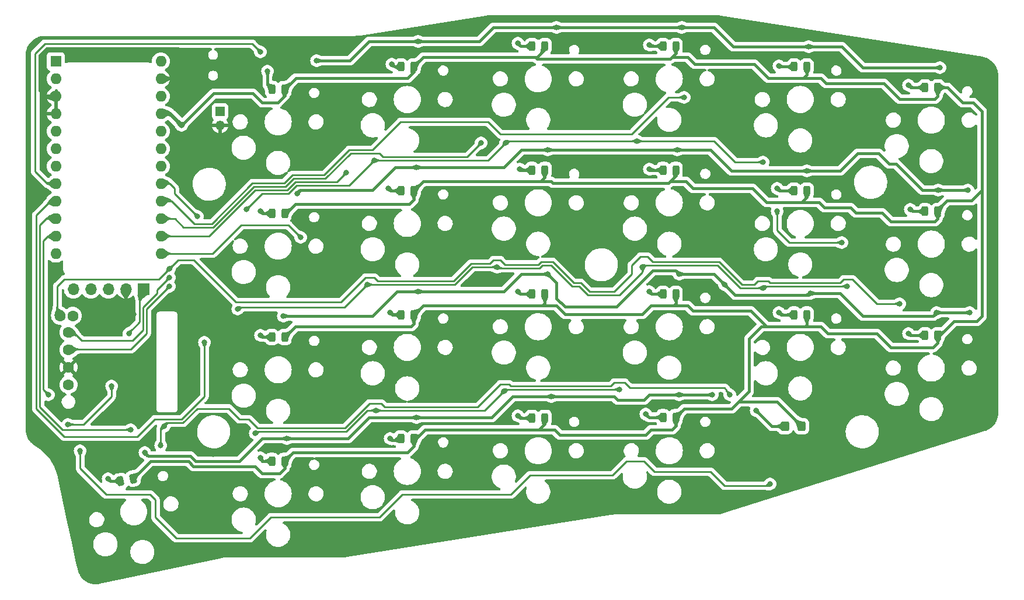
<source format=gbr>
%TF.GenerationSoftware,KiCad,Pcbnew,7.0.5-0*%
%TF.CreationDate,2023-10-17T19:27:59+10:30*%
%TF.ProjectId,Rolio,526f6c69-6f2e-46b6-9963-61645f706362,rev?*%
%TF.SameCoordinates,Original*%
%TF.FileFunction,Copper,L1,Top*%
%TF.FilePolarity,Positive*%
%FSLAX46Y46*%
G04 Gerber Fmt 4.6, Leading zero omitted, Abs format (unit mm)*
G04 Created by KiCad (PCBNEW 7.0.5-0) date 2023-10-17 19:27:59*
%MOMM*%
%LPD*%
G01*
G04 APERTURE LIST*
G04 Aperture macros list*
%AMRoundRect*
0 Rectangle with rounded corners*
0 $1 Rounding radius*
0 $2 $3 $4 $5 $6 $7 $8 $9 X,Y pos of 4 corners*
0 Add a 4 corners polygon primitive as box body*
4,1,4,$2,$3,$4,$5,$6,$7,$8,$9,$2,$3,0*
0 Add four circle primitives for the rounded corners*
1,1,$1+$1,$2,$3*
1,1,$1+$1,$4,$5*
1,1,$1+$1,$6,$7*
1,1,$1+$1,$8,$9*
0 Add four rect primitives between the rounded corners*
20,1,$1+$1,$2,$3,$4,$5,0*
20,1,$1+$1,$4,$5,$6,$7,0*
20,1,$1+$1,$6,$7,$8,$9,0*
20,1,$1+$1,$8,$9,$2,$3,0*%
G04 Aperture macros list end*
%TA.AperFunction,SMDPad,CuDef*%
%ADD10RoundRect,0.243750X-0.243750X-0.456250X0.243750X-0.456250X0.243750X0.456250X-0.243750X0.456250X0*%
%TD*%
%TA.AperFunction,ComponentPad*%
%ADD11R,1.700000X1.700000*%
%TD*%
%TA.AperFunction,ComponentPad*%
%ADD12O,1.700000X1.700000*%
%TD*%
%TA.AperFunction,ComponentPad*%
%ADD13C,1.600000*%
%TD*%
%TA.AperFunction,ComponentPad*%
%ADD14R,1.600000X1.600000*%
%TD*%
%TA.AperFunction,ComponentPad*%
%ADD15O,1.600000X1.600000*%
%TD*%
%TA.AperFunction,ComponentPad*%
%ADD16R,1.350000X1.350000*%
%TD*%
%TA.AperFunction,ComponentPad*%
%ADD17O,1.350000X1.350000*%
%TD*%
%TA.AperFunction,SMDPad,CuDef*%
%ADD18RoundRect,0.250000X-0.325000X-0.450000X0.325000X-0.450000X0.325000X0.450000X-0.325000X0.450000X0*%
%TD*%
%TA.AperFunction,SMDPad,CuDef*%
%ADD19RoundRect,0.243750X-0.143564X-0.496958X0.333283X-0.395601X0.143564X0.496958X-0.333283X0.395601X0*%
%TD*%
%TA.AperFunction,ViaPad*%
%ADD20C,0.800000*%
%TD*%
%TA.AperFunction,Conductor*%
%ADD21C,0.250000*%
%TD*%
%TA.AperFunction,Conductor*%
%ADD22C,0.400000*%
%TD*%
%TA.AperFunction,Conductor*%
%ADD23C,0.600000*%
%TD*%
G04 APERTURE END LIST*
D10*
%TO.P,LED3,1,K*%
%TO.N,Net-(LED3-K)*%
X63263000Y-38775000D03*
%TO.P,LED3,2,A*%
%TO.N,VCC*%
X65138000Y-38775000D03*
%TD*%
%TO.P,LED15,1,K*%
%TO.N,Net-(LED15-K)*%
X63263000Y-74775000D03*
%TO.P,LED15,2,A*%
%TO.N,VCC*%
X65138000Y-74775000D03*
%TD*%
D11*
%TO.P,Nice!View1,1,CS*%
%TO.N,CS*%
X6908000Y-74090000D03*
D12*
%TO.P,Nice!View1,2,GND*%
%TO.N,GND*%
X4368000Y-74090000D03*
%TO.P,Nice!View1,3,VCC*%
%TO.N,VCC*%
X1828000Y-74090000D03*
%TO.P,Nice!View1,4,SCK*%
%TO.N,SCK*%
X-712000Y-74090000D03*
%TO.P,Nice!View1,5,MOSI*%
%TO.N,MOSI*%
X-3252000Y-74090000D03*
%TD*%
D10*
%TO.P,LED4,1,K*%
%TO.N,Net-(LED4-K)*%
X82263000Y-38775000D03*
%TO.P,LED4,2,A*%
%TO.N,VCC*%
X84138000Y-38775000D03*
%TD*%
%TO.P,LED1,1,K*%
%TO.N,Net-(LED1-K)*%
X25543000Y-45025000D03*
%TO.P,LED1,2,A*%
%TO.N,VCC*%
X27418000Y-45025000D03*
%TD*%
D13*
%TO.P,RE_1,A,A*%
%TO.N,ENC_B*%
X-3942000Y-80330000D03*
%TO.P,RE_1,B,B*%
%TO.N,ENC_A*%
X-3942000Y-82870000D03*
%TO.P,RE_1,C,C*%
%TO.N,GND*%
X-3942000Y-85410000D03*
%TO.P,RE_1,D*%
%TO.N,N/C*%
X-3942000Y-87950000D03*
%TO.P,RE_1,S1,S1*%
%TO.N,col0*%
X-5167000Y-77940000D03*
%TO.P,RE_1,S2,S2*%
%TO.N,Net-(D19-A)*%
X-3317000Y-77940000D03*
%TD*%
D10*
%TO.P,LED13,1,K*%
%TO.N,Net-(LED13-K)*%
X25543000Y-81025000D03*
%TO.P,LED13,2,A*%
%TO.N,VCC*%
X27418000Y-81025000D03*
%TD*%
%TO.P,LED23,1,K*%
%TO.N,Net-(LED23-K)*%
X82263000Y-92675000D03*
%TO.P,LED23,2,A*%
%TO.N,VCC*%
X84138000Y-92675000D03*
%TD*%
%TO.P,LED10,1,K*%
%TO.N,Net-(LED10-K)*%
X82263000Y-56775000D03*
%TO.P,LED10,2,A*%
%TO.N,VCC*%
X84138000Y-56775000D03*
%TD*%
%TO.P,LED17,1,K*%
%TO.N,Net-(LED17-K)*%
X101263000Y-77775000D03*
%TO.P,LED17,2,A*%
%TO.N,VCC*%
X103138000Y-77775000D03*
%TD*%
%TO.P,LED20,1,K*%
%TO.N,Net-(LED20-K)*%
X25543000Y-99025000D03*
%TO.P,LED20,2,A*%
%TO.N,VCC*%
X27418000Y-99025000D03*
%TD*%
%TO.P,LED18,1,K*%
%TO.N,Net-(LED18-K)*%
X120263000Y-80775000D03*
%TO.P,LED18,2,A*%
%TO.N,VCC*%
X122138000Y-80775000D03*
%TD*%
%TO.P,LED8,1,K*%
%TO.N,Net-(LED8-K)*%
X44263000Y-59775000D03*
%TO.P,LED8,2,A*%
%TO.N,VCC*%
X46138000Y-59775000D03*
%TD*%
%TO.P,LED5,1,K*%
%TO.N,Net-(LED5-K)*%
X101263000Y-41775000D03*
%TO.P,LED5,2,A*%
%TO.N,VCC*%
X103138000Y-41775000D03*
%TD*%
D14*
%TO.P,NICE_NANO1,1,TX0/P0.06*%
%TO.N,CS*%
X-5792000Y-40980000D03*
D15*
%TO.P,NICE_NANO1,2,RX1/P0.08*%
%TO.N,BL_CTRL*%
X-5792000Y-43520000D03*
%TO.P,NICE_NANO1,3,GND*%
%TO.N,GND*%
X-5792000Y-46060000D03*
%TO.P,NICE_NANO1,4,GND*%
X-5792000Y-48600000D03*
%TO.P,NICE_NANO1,5,P0.17*%
%TO.N,MOSI*%
X-5792000Y-51140000D03*
%TO.P,NICE_NANO1,6,P0.20*%
%TO.N,SCK*%
X-5792000Y-53680000D03*
%TO.P,NICE_NANO1,7,P0.22*%
%TO.N,unconnected-(NICE_NANO1-P0.22-Pad7)*%
X-5792000Y-56220000D03*
%TO.P,NICE_NANO1,8,P0.24*%
%TO.N,row0*%
X-5792000Y-58760000D03*
%TO.P,NICE_NANO1,9,P1.00*%
%TO.N,row1*%
X-5792000Y-61300000D03*
%TO.P,NICE_NANO1,10,P0.11*%
%TO.N,row2*%
X-5792000Y-63840000D03*
%TO.P,NICE_NANO1,11,P1.04*%
%TO.N,row3*%
X-5792000Y-66380000D03*
%TO.P,NICE_NANO1,12,P1.06*%
%TO.N,unconnected-(NICE_NANO1-P1.06-Pad12)*%
X-5792000Y-68920000D03*
%TO.P,NICE_NANO1,13,NFC1/P0.09*%
%TO.N,col5*%
X9448000Y-68920000D03*
%TO.P,NICE_NANO1,14,NFC2/P0.10*%
%TO.N,col4*%
X9448000Y-66380000D03*
%TO.P,NICE_NANO1,15,P1.11*%
%TO.N,col3*%
X9448000Y-63840000D03*
%TO.P,NICE_NANO1,16,P1.13*%
%TO.N,col2*%
X9448000Y-61300000D03*
%TO.P,NICE_NANO1,17,P1.15*%
%TO.N,col1*%
X9448000Y-58760000D03*
%TO.P,NICE_NANO1,18,AIN0/P0.02*%
%TO.N,col0*%
X9448000Y-56220000D03*
%TO.P,NICE_NANO1,19,AIN5/P0.29*%
%TO.N,ENC_B*%
X9448000Y-53680000D03*
%TO.P,NICE_NANO1,20,AIN7/P0.31*%
%TO.N,ENC_A*%
X9448000Y-51140000D03*
%TO.P,NICE_NANO1,21,VCC*%
%TO.N,VCC*%
X9448000Y-48600000D03*
%TO.P,NICE_NANO1,22,RST*%
%TO.N,RST*%
X9448000Y-46060000D03*
%TO.P,NICE_NANO1,23,GND*%
%TO.N,GND*%
X9448000Y-43520000D03*
%TO.P,NICE_NANO1,24,BATIN/P0.04*%
%TO.N,VBATT*%
X9448000Y-40980000D03*
%TD*%
D10*
%TO.P,LED21,1,K*%
%TO.N,Net-(LED21-K)*%
X44263000Y-95775000D03*
%TO.P,LED21,2,A*%
%TO.N,VCC*%
X46138000Y-95775000D03*
%TD*%
%TO.P,LED11,1,K*%
%TO.N,Net-(LED11-K)*%
X101263000Y-59775000D03*
%TO.P,LED11,2,A*%
%TO.N,VCC*%
X103138000Y-59775000D03*
%TD*%
%TO.P,LED7,1,K*%
%TO.N,Net-(LED7-K)*%
X25543000Y-63070000D03*
%TO.P,LED7,2,A*%
%TO.N,VCC*%
X27418000Y-63070000D03*
%TD*%
D16*
%TO.P,BATT1,1,+*%
%TO.N,Net-(BATT1-+)*%
X18034000Y-48270000D03*
D17*
%TO.P,BATT1,2,-*%
%TO.N,GND*%
X18034000Y-50270000D03*
%TD*%
D10*
%TO.P,LED9,1,K*%
%TO.N,Net-(LED9-K)*%
X63263000Y-56775000D03*
%TO.P,LED9,2,A*%
%TO.N,VCC*%
X65138000Y-56775000D03*
%TD*%
%TO.P,LED14,1,K*%
%TO.N,Net-(LED14-K)*%
X44263000Y-77775000D03*
%TO.P,LED14,2,A*%
%TO.N,VCC*%
X46138000Y-77775000D03*
%TD*%
%TO.P,LED2,1,K*%
%TO.N,Net-(LED2-K)*%
X44263000Y-41775000D03*
%TO.P,LED2,2,A*%
%TO.N,VCC*%
X46138000Y-41775000D03*
%TD*%
%TO.P,LED16,1,K*%
%TO.N,Net-(LED16-K)*%
X82263000Y-74775000D03*
%TO.P,LED16,2,A*%
%TO.N,VCC*%
X84138000Y-74775000D03*
%TD*%
%TO.P,LED22,1,K*%
%TO.N,Net-(LED22-K)*%
X63263000Y-92775000D03*
%TO.P,LED22,2,A*%
%TO.N,VCC*%
X65138000Y-92775000D03*
%TD*%
D18*
%TO.P,TP1,1,1*%
%TO.N,BL_GND*%
X99980500Y-93980000D03*
%TO.P,TP1,2,2*%
%TO.N,VCC*%
X102380500Y-93980000D03*
%TD*%
D10*
%TO.P,LED6,1,K*%
%TO.N,Net-(LED6-K)*%
X120263000Y-44775000D03*
%TO.P,LED6,2,A*%
%TO.N,VCC*%
X122138000Y-44775000D03*
%TD*%
D19*
%TO.P,LED19,1,K*%
%TO.N,Net-(LED19-K)*%
X3602031Y-101951109D03*
%TO.P,LED19,2,A*%
%TO.N,VCC*%
X5436057Y-101561275D03*
%TD*%
D10*
%TO.P,LED12,1,K*%
%TO.N,Net-(LED12-K)*%
X120263000Y-62775000D03*
%TO.P,LED12,2,A*%
%TO.N,VCC*%
X122138000Y-62775000D03*
%TD*%
D20*
%TO.N,row0*%
X23894500Y-39624000D03*
%TO.N,row1*%
X40404500Y-55372000D03*
X78504500Y-52578000D03*
X96792500Y-55626000D03*
X21862500Y-62484000D03*
X108222500Y-67310000D03*
X59454500Y-52832000D03*
X15766500Y-81788000D03*
X98824500Y-62738000D03*
%TO.N,row2*%
X58184500Y-70866000D03*
X96792500Y-73914000D03*
X5098500Y-94488000D03*
X108984500Y-73660000D03*
X39388500Y-73406000D03*
X20592500Y-76962000D03*
X79266500Y-70866000D03*
%TO.N,CS*%
X4804845Y-80518000D03*
X2304500Y-88138000D03*
X-4045500Y-93713500D03*
%TO.N,GND*%
X73424500Y-92964000D03*
X1796500Y-40132000D03*
X53612500Y-51562000D03*
X3574500Y-83820000D03*
X92220500Y-61722000D03*
X17036500Y-98044000D03*
X5510000Y-77724000D03*
X55136500Y-72898000D03*
X12972500Y-48006000D03*
X27958500Y-38608000D03*
X92220500Y-58166000D03*
X103904500Y-98806000D03*
X110762500Y-79248000D03*
X5606500Y-84836000D03*
X52342500Y-36068000D03*
X92220500Y-43434000D03*
%TO.N,VCC*%
X12464500Y-50292000D03*
%TO.N,ENC_B*%
X10686500Y-72390000D03*
%TO.N,ENC_A*%
X10686500Y-73660000D03*
%TO.N,col0*%
X116604500Y-76200000D03*
X10686500Y-71120000D03*
%TO.N,col1*%
X9924500Y-93980000D03*
X91966500Y-89408000D03*
X9416500Y-96774000D03*
X14750500Y-63500000D03*
%TO.N,col2*%
X85362500Y-46228000D03*
%TO.N,col3*%
X55898500Y-52832000D03*
%TO.N,col4*%
X36340500Y-57150000D03*
%TO.N,Net-(LED1-K)*%
X24910500Y-42418000D03*
%TO.N,Net-(LED2-K)*%
X42944500Y-41402000D03*
%TO.N,col5*%
X29735500Y-66548000D03*
%TO.N,row3*%
X-6839500Y-89408000D03*
X23132500Y-94996000D03*
X40658500Y-91694000D03*
X75964500Y-88646000D03*
X59200500Y-88900000D03*
%TO.N,Net-(LED3-K)*%
X61232500Y-38354000D03*
%TO.N,Net-(LED4-K)*%
X80282500Y-38608000D03*
%TO.N,Net-(LED5-K)*%
X99078500Y-41656000D03*
%TO.N,Net-(LED6-K)*%
X117874500Y-44450000D03*
%TO.N,Net-(LED7-K)*%
X23894500Y-62738000D03*
%TO.N,Net-(LED8-K)*%
X42436500Y-59436000D03*
%TO.N,Net-(LED9-K)*%
X61486500Y-56642000D03*
%TO.N,Net-(LED10-K)*%
X80282500Y-56642000D03*
%TO.N,Net-(LED11-K)*%
X98824500Y-59436000D03*
%TO.N,Net-(LED12-K)*%
X118128500Y-62484000D03*
%TO.N,Net-(LED13-K)*%
X23894500Y-80772000D03*
%TO.N,Net-(LED14-K)*%
X42690500Y-77470000D03*
%TO.N,Net-(LED15-K)*%
X61232500Y-74422000D03*
%TO.N,Net-(LED16-K)*%
X80282500Y-74422000D03*
%TO.N,Net-(LED17-K)*%
X99078500Y-77470000D03*
%TO.N,Net-(LED18-K)*%
X117874500Y-80518000D03*
%TO.N,Net-(LED19-K)*%
X1796500Y-101600000D03*
%TO.N,Net-(LED20-K)*%
X23894500Y-98552000D03*
%TO.N,Net-(LED21-K)*%
X42690500Y-95758000D03*
%TO.N,BL_GND*%
X91204500Y-73406000D03*
X103650500Y-74676000D03*
X46500500Y-56388000D03*
X46500500Y-92710000D03*
X65550500Y-53848000D03*
X103396500Y-38862000D03*
X126764500Y-77470000D03*
X95776500Y-91694000D03*
X29228500Y-60198000D03*
X89426500Y-89408000D03*
X27704500Y-95758000D03*
X84981500Y-36068000D03*
X122192500Y-59690000D03*
X65550500Y-71882000D03*
X32022500Y-40894000D03*
X126510500Y-59690000D03*
X103142500Y-56896000D03*
X122446500Y-41910000D03*
X46754500Y-38100000D03*
X84346500Y-53848000D03*
X46754500Y-74422000D03*
X84600500Y-89408000D03*
X7130500Y-97790000D03*
X84600500Y-71882000D03*
X66820500Y-36068000D03*
X27196500Y-77978000D03*
X66058500Y-89662000D03*
X121938500Y-77470000D03*
%TO.N,BL_CTRL*%
X-2267500Y-97536000D03*
X97808500Y-102362000D03*
%TO.N,Net-(LED22-K)*%
X61232500Y-92456000D03*
%TO.N,Net-(LED23-K)*%
X79774500Y-92202000D03*
%TD*%
D21*
%TO.N,row0*%
X-5792000Y-58760000D02*
X-7007500Y-58760000D01*
X-7007500Y-58760000D02*
X-8784500Y-56983000D01*
X-8784500Y-39852406D02*
X-7373094Y-38441000D01*
X-7373094Y-38441000D02*
X22711500Y-38441000D01*
X22711500Y-38441000D02*
X23894500Y-39624000D01*
X-8784500Y-56983000D02*
X-8784500Y-39852406D01*
%TO.N,row1*%
X100602500Y-67310000D02*
X108222500Y-67310000D01*
X29141500Y-59015000D02*
X36761500Y-59015000D01*
X12456500Y-92972000D02*
X15766500Y-89662000D01*
X27958500Y-60198000D02*
X29141500Y-59015000D01*
X15766500Y-89662000D02*
X15766500Y-81788000D01*
X24148500Y-60198000D02*
X27958500Y-60198000D01*
X21862500Y-62484000D02*
X24148500Y-60198000D01*
X40404500Y-55372000D02*
X56914500Y-55372000D01*
X59708500Y-52578000D02*
X78504500Y-52578000D01*
X8559508Y-92972000D02*
X12456500Y-92972000D01*
X-5792000Y-61300000D02*
X-6602000Y-61300000D01*
X-8601500Y-91428553D02*
X-4526053Y-95504000D01*
X-6602000Y-61300000D02*
X-8601500Y-63299500D01*
X-8601500Y-63299500D02*
X-8601500Y-91428553D01*
X-4526053Y-95504000D02*
X6027508Y-95504000D01*
X59454500Y-52832000D02*
X59708500Y-52578000D01*
X36761500Y-59015000D02*
X40404500Y-55372000D01*
X89680500Y-52578000D02*
X92728500Y-55626000D01*
X56914500Y-55372000D02*
X59454500Y-52832000D01*
X92728500Y-55626000D02*
X96792500Y-55626000D01*
X78504500Y-52578000D02*
X89680500Y-52578000D01*
X98824500Y-62738000D02*
X98824500Y-65532000D01*
X98824500Y-65532000D02*
X100602500Y-67310000D01*
X6027508Y-95504000D02*
X8559508Y-92972000D01*
%TO.N,row2*%
X71392500Y-74930000D02*
X70122500Y-73660000D01*
X58325500Y-71007000D02*
X58184500Y-70866000D01*
X64393500Y-71007000D02*
X58325500Y-71007000D01*
X75964500Y-74930000D02*
X71392500Y-74930000D01*
X39388500Y-73406000D02*
X52088500Y-73406000D01*
X20846500Y-76708000D02*
X36086500Y-76708000D01*
X79266500Y-71628000D02*
X75964500Y-74930000D01*
X108984500Y-73660000D02*
X97046500Y-73660000D01*
X-5792000Y-63840000D02*
X-7179500Y-63840000D01*
X-8101500Y-64762000D02*
X-8101500Y-91221447D01*
X20592500Y-76962000D02*
X20846500Y-76708000D01*
X64788500Y-70612000D02*
X64393500Y-71007000D01*
X79266500Y-70866000D02*
X79266500Y-71628000D01*
X79266500Y-70866000D02*
X79520500Y-70612000D01*
X69106500Y-73660000D02*
X66058500Y-70612000D01*
X79520500Y-70612000D02*
X90188500Y-70612000D01*
X-7179500Y-63840000D02*
X-8101500Y-64762000D01*
X36086500Y-76708000D02*
X39388500Y-73406000D01*
X66058500Y-70612000D02*
X64788500Y-70612000D01*
X90188500Y-70612000D02*
X93490500Y-73914000D01*
X-4834947Y-94488000D02*
X5098500Y-94488000D01*
X70122500Y-73660000D02*
X69106500Y-73660000D01*
X54628500Y-70866000D02*
X58184500Y-70866000D01*
X93490500Y-73914000D02*
X96792500Y-73914000D01*
X97046500Y-73660000D02*
X96792500Y-73914000D01*
X52088500Y-73406000D02*
X54628500Y-70866000D01*
X-8101500Y-91221447D02*
X-4834947Y-94488000D01*
%TO.N,CS*%
X-4045500Y-93713500D02*
X-1747000Y-93713500D01*
X4804845Y-80413443D02*
X6384500Y-78833788D01*
X6384500Y-75692000D02*
X6384500Y-74613500D01*
X-1747000Y-93713500D02*
X2304500Y-89662000D01*
X6384500Y-75438000D02*
X6384500Y-74613500D01*
X6384500Y-78833788D02*
X6384500Y-75692000D01*
X4804845Y-80518000D02*
X4804845Y-80413443D01*
X6384500Y-75438000D02*
X6384500Y-73803500D01*
X6384500Y-75692000D02*
X6384500Y-75438000D01*
X2304500Y-89662000D02*
X2304500Y-88138000D01*
D22*
%TO.N,GND*%
X4368000Y-76582000D02*
X4368000Y-74090000D01*
X9448000Y-43520000D02*
X11966500Y-43520000D01*
X12972500Y-40132000D02*
X11956500Y-39116000D01*
X12972500Y-45212000D02*
X12972500Y-44526000D01*
X12972500Y-45212000D02*
X12972500Y-40132000D01*
X11966500Y-43520000D02*
X12972500Y-44526000D01*
X-7261500Y-46060000D02*
X-5792000Y-46060000D01*
X5510000Y-77724000D02*
X4368000Y-76582000D01*
X-7093500Y-39116000D02*
X-8109500Y-40132000D01*
X11956500Y-39116000D02*
X-7093500Y-39116000D01*
X12972500Y-48006000D02*
X12972500Y-45212000D01*
X-8109500Y-45212000D02*
X-7261500Y-46060000D01*
X-8109500Y-40132000D02*
X-8109500Y-45212000D01*
X-5792000Y-45250000D02*
X-5792000Y-47790000D01*
%TO.N,VCC*%
X123462500Y-61214000D02*
X127018500Y-61214000D01*
X106190500Y-80518000D02*
X105174500Y-79502000D01*
X23120500Y-99810000D02*
X24148500Y-100838000D01*
X83838500Y-76454000D02*
X84138000Y-76154500D01*
X121430500Y-82550000D02*
X115334500Y-82550000D01*
X105936500Y-44196000D02*
X114318500Y-44196000D01*
X46138000Y-79102500D02*
X46138000Y-77775000D01*
X127018500Y-61214000D02*
X128542500Y-59690000D01*
X79774500Y-95250000D02*
X80536500Y-94488000D01*
X102888500Y-79502000D02*
X96538500Y-79502000D01*
X24148500Y-100838000D02*
X26688500Y-100838000D01*
X85870500Y-40386000D02*
X86886500Y-41402000D01*
X102634500Y-43434000D02*
X105174500Y-43434000D01*
X46195500Y-77775000D02*
X47516500Y-76454000D01*
X110254500Y-62992000D02*
X114064500Y-62992000D01*
X27451500Y-81025000D02*
X28974500Y-79502000D01*
X45738500Y-79502000D02*
X46138000Y-79102500D01*
X95014500Y-77216000D02*
X86632500Y-77216000D01*
X84138000Y-93934500D02*
X84138000Y-92675000D01*
X24148500Y-46990000D02*
X22812500Y-45654000D01*
X45230500Y-43434000D02*
X29009000Y-43434000D01*
X28974500Y-79502000D02*
X45738500Y-79502000D01*
X64280500Y-94488000D02*
X65138000Y-93630500D01*
X92982500Y-90678000D02*
X94760500Y-88900000D01*
X93236500Y-90424000D02*
X98824500Y-90424000D01*
X63772500Y-40386000D02*
X47527000Y-40386000D01*
X64534500Y-58420000D02*
X64280500Y-58420000D01*
X114064500Y-62992000D02*
X115334500Y-64262000D01*
X47516500Y-76454000D02*
X64788500Y-76454000D01*
X46138000Y-96882500D02*
X45230500Y-97790000D01*
X17102500Y-45654000D02*
X22812500Y-45654000D01*
X65138000Y-39274500D02*
X64026500Y-40386000D01*
X103142500Y-42926000D02*
X103138000Y-42921500D01*
X26434500Y-46990000D02*
X24148500Y-46990000D01*
X94760500Y-88900000D02*
X94760500Y-81280000D01*
X27450500Y-100076000D02*
X27418000Y-100043500D01*
X122138000Y-81842500D02*
X121430500Y-82550000D01*
X105174500Y-79502000D02*
X102888500Y-79502000D01*
X85870500Y-76454000D02*
X83838500Y-76454000D01*
X83330500Y-58420000D02*
X85616500Y-58420000D01*
X83330500Y-58420000D02*
X84138000Y-57612500D01*
X125748500Y-46990000D02*
X123533500Y-44775000D01*
X128542500Y-48260000D02*
X127272500Y-46990000D01*
X86632500Y-77216000D02*
X85870500Y-76454000D01*
X122443500Y-80775000D02*
X124478500Y-78740000D01*
X98824500Y-90424000D02*
X102380500Y-93980000D01*
X86632500Y-59436000D02*
X95268500Y-59436000D01*
X103138000Y-60710500D02*
X103138000Y-59775000D01*
X63772500Y-40386000D02*
X64026500Y-40640000D01*
X84138000Y-92675000D02*
X85373000Y-91440000D01*
X5436057Y-101561275D02*
X7937332Y-99060000D01*
X128542500Y-59690000D02*
X128542500Y-48260000D01*
X64280500Y-58420000D02*
X66058500Y-58420000D01*
X122138000Y-46028500D02*
X122138000Y-44775000D01*
X114318500Y-44196000D02*
X116604500Y-46482000D01*
X66058500Y-58420000D02*
X66312500Y-58674000D01*
X64026500Y-40386000D02*
X63772500Y-40386000D01*
X28653000Y-97790000D02*
X27418000Y-99025000D01*
X83584500Y-94488000D02*
X84138000Y-93934500D01*
X83584500Y-40386000D02*
X84138000Y-39832500D01*
X29009000Y-43434000D02*
X27418000Y-45025000D01*
X95268500Y-59436000D02*
X97300500Y-61468000D01*
X121684500Y-46482000D02*
X122138000Y-46028500D01*
X102380500Y-61468000D02*
X103138000Y-60710500D01*
X47493000Y-58420000D02*
X46138000Y-59775000D01*
X45230500Y-97790000D02*
X28653000Y-97790000D01*
X64280500Y-58420000D02*
X47493000Y-58420000D01*
X97300500Y-61468000D02*
X102380500Y-61468000D01*
X83076500Y-58674000D02*
X83330500Y-58420000D01*
X96538500Y-79502000D02*
X94760500Y-81280000D01*
X92220500Y-91440000D02*
X92982500Y-90678000D01*
X92982500Y-90678000D02*
X93236500Y-90424000D01*
X67328500Y-95250000D02*
X79774500Y-95250000D01*
X105682500Y-62230000D02*
X109492500Y-62230000D01*
X97554500Y-43434000D02*
X102634500Y-43434000D01*
X116604500Y-46482000D02*
X121684500Y-46482000D01*
X103138000Y-77775000D02*
X103138000Y-79252500D01*
X26688500Y-100838000D02*
X27450500Y-100076000D01*
X13435840Y-99060000D02*
X14185840Y-99810000D01*
X122138000Y-80775000D02*
X122138000Y-81842500D01*
X83584500Y-40386000D02*
X85870500Y-40386000D01*
X86886500Y-41402000D02*
X95522500Y-41402000D01*
X104920500Y-61468000D02*
X105682500Y-62230000D01*
X46138000Y-41775000D02*
X46138000Y-42526500D01*
X127272500Y-46990000D02*
X125748500Y-46990000D01*
X79266500Y-77724000D02*
X80536500Y-76454000D01*
X95522500Y-41402000D02*
X97554500Y-43434000D01*
X12464500Y-50292000D02*
X17102500Y-45654000D01*
X47770500Y-94488000D02*
X64280500Y-94488000D01*
X97300500Y-79502000D02*
X95014500Y-77216000D01*
X27626500Y-63070000D02*
X28974500Y-61722000D01*
X122138000Y-62775000D02*
X122138000Y-63808500D01*
X66820500Y-76454000D02*
X68090500Y-77724000D01*
X14185840Y-99810000D02*
X23120500Y-99810000D01*
X27418000Y-45025000D02*
X27418000Y-46006500D01*
X128542500Y-77978000D02*
X128542500Y-59690000D01*
X47527000Y-40386000D02*
X46138000Y-41775000D01*
X64026500Y-40640000D02*
X83330500Y-40640000D01*
X105174500Y-43434000D02*
X105936500Y-44196000D01*
X66312500Y-58674000D02*
X83076500Y-58674000D01*
X27418000Y-46006500D02*
X26434500Y-46990000D01*
X115334500Y-64262000D02*
X121684500Y-64262000D01*
X80536500Y-76454000D02*
X83838500Y-76454000D01*
X102634500Y-43434000D02*
X103142500Y-42926000D01*
X127780500Y-78740000D02*
X128542500Y-77978000D01*
X7937332Y-99060000D02*
X13435840Y-99060000D01*
X45484500Y-61722000D02*
X46138000Y-61068500D01*
X103138000Y-42921500D02*
X103138000Y-41775000D01*
X113302500Y-80518000D02*
X106190500Y-80518000D01*
X122138000Y-62538500D02*
X123462500Y-61214000D01*
X65138000Y-93630500D02*
X65138000Y-92775000D01*
X85616500Y-58420000D02*
X86632500Y-59436000D01*
X27418000Y-100043500D02*
X27418000Y-99025000D01*
X65138000Y-57816500D02*
X64534500Y-58420000D01*
X84138000Y-76154500D02*
X84138000Y-74775000D01*
X103138000Y-79252500D02*
X102888500Y-79502000D01*
X124478500Y-78740000D02*
X127780500Y-78740000D01*
X46138000Y-42526500D02*
X45230500Y-43434000D01*
X64788500Y-76454000D02*
X65138000Y-76104500D01*
X66566500Y-94488000D02*
X67328500Y-95250000D01*
X109492500Y-62230000D02*
X110254500Y-62992000D01*
X65138000Y-76104500D02*
X65138000Y-74775000D01*
X123533500Y-44775000D02*
X122138000Y-44775000D01*
X115334500Y-82550000D02*
X113302500Y-80518000D01*
X122138000Y-80775000D02*
X122443500Y-80775000D01*
D23*
X10772500Y-48600000D02*
X9448000Y-48600000D01*
D22*
X28974500Y-61722000D02*
X45484500Y-61722000D01*
X46138000Y-96025000D02*
X46138000Y-96882500D01*
X65138000Y-56775000D02*
X65138000Y-57816500D01*
X68090500Y-77724000D02*
X79266500Y-77724000D01*
D23*
X12464500Y-50292000D02*
X10772500Y-48600000D01*
D22*
X46138000Y-61068500D02*
X46138000Y-59775000D01*
X84138000Y-57612500D02*
X84138000Y-56775000D01*
X85373000Y-91440000D02*
X92220500Y-91440000D01*
X102380500Y-61468000D02*
X104920500Y-61468000D01*
X80536500Y-94488000D02*
X83584500Y-94488000D01*
X64788500Y-76454000D02*
X66820500Y-76454000D01*
X102888500Y-79502000D02*
X97300500Y-79502000D01*
X83330500Y-40640000D02*
X83584500Y-40386000D01*
X46233500Y-96025000D02*
X47770500Y-94488000D01*
X84138000Y-39832500D02*
X84138000Y-38775000D01*
X64280500Y-94488000D02*
X66566500Y-94488000D01*
X122138000Y-63808500D02*
X121684500Y-64262000D01*
D21*
%TO.N,ENC_B*%
X8908500Y-74168000D02*
X8908500Y-74676000D01*
X6884500Y-80002000D02*
X5326500Y-81560000D01*
X6884500Y-76700000D02*
X6884500Y-80002000D01*
X5326500Y-81560000D02*
X-1987500Y-81560000D01*
X-3029500Y-80518000D02*
X-3754000Y-80518000D01*
X8908500Y-74676000D02*
X6884500Y-76700000D01*
X-1987500Y-81560000D02*
X-3029500Y-80518000D01*
X10686500Y-72390000D02*
X8908500Y-74168000D01*
%TO.N,ENC_A*%
X5098500Y-82804000D02*
X-3198000Y-82804000D01*
X7384500Y-80518000D02*
X5098500Y-82804000D01*
X7384500Y-76962000D02*
X7384500Y-80518000D01*
X10686500Y-73660000D02*
X7384500Y-76962000D01*
%TO.N,col0*%
X64581393Y-70112000D02*
X66265607Y-70112000D01*
X20338500Y-75946000D02*
X35578500Y-75946000D01*
X10686500Y-71120000D02*
X9162500Y-72644000D01*
X80028500Y-69342000D02*
X80798500Y-70112000D01*
X39134500Y-72390000D02*
X40396500Y-72390000D01*
X79012500Y-69342000D02*
X80028500Y-69342000D01*
X-5569500Y-73660000D02*
X-5569500Y-77537500D01*
X70329606Y-73160000D02*
X71599606Y-74430000D01*
X96034500Y-72898000D02*
X97554500Y-72898000D01*
X58692500Y-69850000D02*
X59349500Y-70507000D01*
X97816500Y-73160000D02*
X107960500Y-73160000D01*
X51881394Y-72906000D02*
X54421394Y-70366000D01*
X80798500Y-70112000D02*
X90395606Y-70112000D01*
X57164500Y-70366000D02*
X57680500Y-69850000D01*
X-4553500Y-72644000D02*
X-5569500Y-73660000D01*
X95518500Y-73414000D02*
X96034500Y-72898000D01*
X97554500Y-72898000D02*
X97816500Y-73160000D01*
X77742500Y-70612000D02*
X79012500Y-69342000D01*
X93697606Y-73414000D02*
X95518500Y-73414000D01*
X71599606Y-74430000D02*
X75194500Y-74430000D01*
X109746500Y-72644000D02*
X113302500Y-76200000D01*
X59349500Y-70507000D02*
X64186394Y-70507000D01*
X77742500Y-71882000D02*
X77742500Y-70612000D01*
X9162500Y-72644000D02*
X-4553500Y-72644000D01*
X108476500Y-72644000D02*
X109746500Y-72644000D01*
X14242500Y-69850000D02*
X20338500Y-75946000D01*
X40396500Y-72390000D02*
X40912500Y-72906000D01*
X66265607Y-70112000D02*
X69313607Y-73160000D01*
X40912500Y-72906000D02*
X51881394Y-72906000D01*
X57680500Y-69850000D02*
X58692500Y-69850000D01*
X64186394Y-70507000D02*
X64581393Y-70112000D01*
X90395606Y-70112000D02*
X93697606Y-73414000D01*
X54421394Y-70366000D02*
X57164500Y-70366000D01*
X69313607Y-73160000D02*
X70329606Y-73160000D01*
X11956500Y-69850000D02*
X14242500Y-69850000D01*
X75194500Y-74430000D02*
X77742500Y-71882000D01*
X10686500Y-71120000D02*
X11956500Y-69850000D01*
X107960500Y-73160000D02*
X108476500Y-72644000D01*
X35578500Y-75946000D02*
X39134500Y-72390000D01*
X113302500Y-76200000D02*
X116604500Y-76200000D01*
%TO.N,col1*%
X23474516Y-94242000D02*
X36133394Y-94242000D01*
X10772500Y-58760000D02*
X11448500Y-59436000D01*
X11448500Y-59436000D02*
X11448500Y-60198000D01*
X55390500Y-91194000D02*
X55390500Y-91186000D01*
X12663606Y-93472000D02*
X14735614Y-91399992D01*
X59954500Y-87884000D02*
X60216500Y-88146000D01*
X11448500Y-60198000D02*
X14750500Y-63500000D01*
X22196516Y-92964000D02*
X23474516Y-94242000D01*
X39697394Y-90678000D02*
X41420500Y-90678000D01*
X41420500Y-90678000D02*
X41936500Y-91194000D01*
X55390500Y-91186000D02*
X58692500Y-87884000D01*
X41936500Y-91194000D02*
X55390500Y-91194000D01*
X74686500Y-88146000D02*
X75202500Y-87630000D01*
X10432500Y-93472000D02*
X12663606Y-93472000D01*
X36133394Y-94242000D02*
X39697394Y-90678000D01*
X91204500Y-88392000D02*
X91966500Y-89408000D01*
X9416500Y-94488000D02*
X9416500Y-96774000D01*
X58692500Y-87884000D02*
X59954500Y-87884000D01*
X14735614Y-91399992D02*
X19282492Y-91399992D01*
X9924500Y-93980000D02*
X10432500Y-93472000D01*
X77460500Y-88392000D02*
X91204500Y-88392000D01*
X75202500Y-87630000D02*
X76698500Y-87630000D01*
X60216500Y-88146000D02*
X74686500Y-88146000D01*
X9924500Y-93980000D02*
X9416500Y-94488000D01*
X19282492Y-91399992D02*
X20846500Y-92964000D01*
X76698500Y-87630000D02*
X77460500Y-88392000D01*
X20846500Y-92964000D02*
X22196516Y-92964000D01*
X9448000Y-58760000D02*
X10772500Y-58760000D01*
%TO.N,col2*%
X77742500Y-51562000D02*
X58692500Y-51562000D01*
X33109394Y-57515000D02*
X28520182Y-57515000D01*
X85362500Y-46228000D02*
X83076500Y-46228000D01*
X11026500Y-61300000D02*
X9448000Y-61300000D01*
X56914500Y-49784000D02*
X44214500Y-49784000D01*
X58692500Y-51562000D02*
X56914500Y-49784000D01*
X27337182Y-58698000D02*
X22710288Y-58698000D01*
X44214500Y-49784000D02*
X40142500Y-53856000D01*
X14296500Y-64570000D02*
X11026500Y-61300000D01*
X28520182Y-57515000D02*
X27337182Y-58698000D01*
X40142500Y-53856000D02*
X36768394Y-53856000D01*
X83076500Y-46228000D02*
X77742500Y-51562000D01*
X36768394Y-53856000D02*
X33109394Y-57515000D01*
X22710288Y-58698000D02*
X16838288Y-64570000D01*
X16838288Y-64570000D02*
X14296500Y-64570000D01*
%TO.N,col3*%
X22917394Y-59198000D02*
X27544288Y-59198000D01*
X53858500Y-54872000D02*
X55898500Y-52832000D01*
X27544288Y-59198000D02*
X28727288Y-58015000D01*
X11488500Y-63840000D02*
X9448000Y-63840000D01*
X41682500Y-54872000D02*
X53858500Y-54872000D01*
X36975500Y-54356000D02*
X41166500Y-54356000D01*
X12718500Y-65070000D02*
X11488500Y-63840000D01*
X28727288Y-58015000D02*
X33316500Y-58015000D01*
X17045394Y-65070000D02*
X22917394Y-59198000D01*
X33316500Y-58015000D02*
X36975500Y-54356000D01*
X41166500Y-54356000D02*
X41682500Y-54872000D01*
X12718500Y-65070000D02*
X17045394Y-65070000D01*
%TO.N,col4*%
X23124500Y-59698000D02*
X27751394Y-59698000D01*
X16442500Y-66380000D02*
X23124500Y-59698000D01*
X34975500Y-58515000D02*
X36340500Y-57150000D01*
X9448000Y-66380000D02*
X16442500Y-66380000D01*
X28934394Y-58515000D02*
X34975500Y-58515000D01*
X27751394Y-59698000D02*
X28934394Y-58515000D01*
D22*
%TO.N,Net-(LED1-K)*%
X24910500Y-42418000D02*
X24910500Y-44392500D01*
X24910500Y-44392500D02*
X25543000Y-45025000D01*
%TO.N,Net-(LED2-K)*%
X44263000Y-41775000D02*
X43317500Y-41775000D01*
X43317500Y-41775000D02*
X42944500Y-41402000D01*
D21*
%TO.N,col5*%
X16950500Y-68920000D02*
X9448000Y-68920000D01*
X16950500Y-68920000D02*
X21100500Y-64770000D01*
X17798500Y-68072000D02*
X16950500Y-68920000D01*
X29735500Y-66548000D02*
X29735500Y-66547000D01*
X27958500Y-64770000D02*
X21100500Y-64770000D01*
X17798500Y-68072000D02*
X21100500Y-64770000D01*
X29735500Y-66547000D02*
X27958500Y-64770000D01*
%TO.N,row3*%
X39388500Y-91694000D02*
X36340500Y-94742000D01*
X40658500Y-91694000D02*
X39388500Y-91694000D01*
X56406500Y-91694000D02*
X40658500Y-91694000D01*
X59200500Y-88900000D02*
X56406500Y-91694000D01*
X-7601500Y-67056000D02*
X-7601500Y-88646000D01*
X59454500Y-88646000D02*
X59200500Y-88900000D01*
X36340500Y-94742000D02*
X23386500Y-94742000D01*
X23386500Y-94742000D02*
X23132500Y-94996000D01*
X-7601500Y-88646000D02*
X-6839500Y-89408000D01*
X-6925500Y-66380000D02*
X-7601500Y-67056000D01*
X75964500Y-88646000D02*
X59454500Y-88646000D01*
X-5792000Y-66380000D02*
X-6925500Y-66380000D01*
D22*
%TO.N,Net-(LED3-K)*%
X61653500Y-38775000D02*
X61232500Y-38354000D01*
X63263000Y-38775000D02*
X61653500Y-38775000D01*
%TO.N,Net-(LED4-K)*%
X80449500Y-38775000D02*
X80282500Y-38608000D01*
X82263000Y-38775000D02*
X80449500Y-38775000D01*
%TO.N,Net-(LED5-K)*%
X99197500Y-41775000D02*
X99078500Y-41656000D01*
X101263000Y-41775000D02*
X99197500Y-41775000D01*
%TO.N,Net-(LED6-K)*%
X120263000Y-44775000D02*
X118199500Y-44775000D01*
X118199500Y-44775000D02*
X117874500Y-44450000D01*
%TO.N,Net-(LED7-K)*%
X25543000Y-63070000D02*
X24226500Y-63070000D01*
X24226500Y-63070000D02*
X23894500Y-62738000D01*
%TO.N,Net-(LED8-K)*%
X44263000Y-59775000D02*
X42775500Y-59775000D01*
X42775500Y-59775000D02*
X42436500Y-59436000D01*
%TO.N,Net-(LED9-K)*%
X61619500Y-56775000D02*
X61486500Y-56642000D01*
X63263000Y-56775000D02*
X61619500Y-56775000D01*
%TO.N,Net-(LED10-K)*%
X80415500Y-56775000D02*
X80282500Y-56642000D01*
X82263000Y-56775000D02*
X80415500Y-56775000D01*
%TO.N,Net-(LED11-K)*%
X101263000Y-59775000D02*
X99163500Y-59775000D01*
X99163500Y-59775000D02*
X98824500Y-59436000D01*
%TO.N,Net-(LED12-K)*%
X118419500Y-62775000D02*
X118128500Y-62484000D01*
X120263000Y-62775000D02*
X118419500Y-62775000D01*
%TO.N,Net-(LED13-K)*%
X24147500Y-81025000D02*
X23894500Y-80772000D01*
X25543000Y-81025000D02*
X24147500Y-81025000D01*
%TO.N,Net-(LED14-K)*%
X44263000Y-77775000D02*
X42995500Y-77775000D01*
X42995500Y-77775000D02*
X42690500Y-77470000D01*
%TO.N,Net-(LED15-K)*%
X63263000Y-74775000D02*
X61585500Y-74775000D01*
X61585500Y-74775000D02*
X61232500Y-74422000D01*
%TO.N,Net-(LED16-K)*%
X80635500Y-74775000D02*
X80282500Y-74422000D01*
X82263000Y-74775000D02*
X80635500Y-74775000D01*
%TO.N,Net-(LED17-K)*%
X99383500Y-77775000D02*
X99078500Y-77470000D01*
X101263000Y-77775000D02*
X99383500Y-77775000D01*
%TO.N,Net-(LED18-K)*%
X120263000Y-80775000D02*
X118131500Y-80775000D01*
X118131500Y-80775000D02*
X117874500Y-80518000D01*
%TO.N,Net-(LED19-K)*%
X2147609Y-101951109D02*
X1796500Y-101600000D01*
X3602031Y-101951109D02*
X2147609Y-101951109D01*
%TO.N,Net-(LED20-K)*%
X23894500Y-98552000D02*
X23894500Y-98806000D01*
X24113500Y-99025000D02*
X23894500Y-98552000D01*
X25543000Y-99025000D02*
X24113500Y-99025000D01*
%TO.N,Net-(LED21-K)*%
X44263000Y-96025000D02*
X42957500Y-96025000D01*
X42957500Y-96025000D02*
X42690500Y-95758000D01*
%TO.N,BL_GND*%
X116096500Y-55880000D02*
X119906500Y-59690000D01*
X84092500Y-71374000D02*
X84600500Y-71882000D01*
X55644500Y-38100000D02*
X46754500Y-38100000D01*
X92728500Y-74930000D02*
X103396500Y-74930000D01*
X46500500Y-92710000D02*
X39642500Y-92710000D01*
X65550500Y-53848000D02*
X61740500Y-53848000D01*
X36848500Y-40894000D02*
X39642500Y-38100000D01*
X126510500Y-59690000D02*
X122192500Y-59690000D01*
X91204500Y-73406000D02*
X92728500Y-74930000D01*
X84981500Y-36068000D02*
X89680500Y-36068000D01*
X68071660Y-76644500D02*
X75520000Y-76644500D01*
X65550500Y-71882000D02*
X66820500Y-73152000D01*
X103142500Y-56896000D02*
X107968500Y-56896000D01*
X61740500Y-71882000D02*
X59200500Y-74422000D01*
X40150500Y-77978000D02*
X27196500Y-77978000D01*
X14496500Y-99060000D02*
X20846500Y-99060000D01*
X79520500Y-90170000D02*
X80282500Y-89408000D01*
X66058500Y-89662000D02*
X75202500Y-89662000D01*
X75520000Y-76644500D02*
X80790500Y-71374000D01*
X24148500Y-95758000D02*
X27704500Y-95758000D01*
X92220500Y-56896000D02*
X103142500Y-56896000D01*
X46754500Y-74422000D02*
X43706500Y-74422000D01*
X75710500Y-90170000D02*
X79520500Y-90170000D01*
X80790500Y-71374000D02*
X84092500Y-71374000D01*
X111270500Y-77978000D02*
X121430500Y-77978000D01*
X65550500Y-71882000D02*
X61740500Y-71882000D01*
X59200500Y-74422000D02*
X46754500Y-74422000D01*
X119906500Y-59690000D02*
X122192500Y-59690000D01*
X66820500Y-36068000D02*
X84981500Y-36068000D01*
X66820500Y-75393340D02*
X68071660Y-76644500D01*
X65550500Y-53848000D02*
X84346500Y-53848000D01*
X103650500Y-74676000D02*
X107968500Y-74676000D01*
X57676500Y-36068000D02*
X55644500Y-38100000D01*
X20846500Y-99060000D02*
X24148500Y-95758000D01*
X32022500Y-40894000D02*
X36848500Y-40894000D01*
X126764500Y-77470000D02*
X121938500Y-77470000D01*
X111270500Y-41910000D02*
X122446500Y-41910000D01*
X92474500Y-38862000D02*
X103396500Y-38862000D01*
X80282500Y-89408000D02*
X84600500Y-89408000D01*
X39642500Y-92710000D02*
X36594500Y-95758000D01*
X40150500Y-59690000D02*
X43452500Y-56388000D01*
X121430500Y-77978000D02*
X121938500Y-77470000D01*
X7130500Y-97790000D02*
X7638500Y-98298000D01*
X99980500Y-93980000D02*
X98062500Y-93980000D01*
X84600500Y-89408000D02*
X89426500Y-89408000D01*
X7638500Y-98298000D02*
X13734500Y-98298000D01*
X108222500Y-38862000D02*
X111270500Y-41910000D01*
X43706500Y-74422000D02*
X40150500Y-77978000D01*
X57676500Y-36068000D02*
X66820500Y-36068000D01*
X13734500Y-98298000D02*
X14496500Y-99060000D01*
X89680500Y-36068000D02*
X92474500Y-38862000D01*
X57422500Y-92710000D02*
X46500500Y-92710000D01*
X110508500Y-54356000D02*
X113556500Y-54356000D01*
X84346500Y-53848000D02*
X89172500Y-53848000D01*
X66058500Y-89662000D02*
X60470500Y-89662000D01*
X84600500Y-71882000D02*
X89680500Y-71882000D01*
X59200500Y-56388000D02*
X46500500Y-56388000D01*
X98062500Y-93980000D02*
X95776500Y-91694000D01*
X107968500Y-74676000D02*
X111270500Y-77978000D01*
X29228500Y-60198000D02*
X29736500Y-59690000D01*
X107968500Y-56896000D02*
X110508500Y-54356000D01*
X113556500Y-54356000D02*
X115080500Y-55880000D01*
X75202500Y-89662000D02*
X75710500Y-90170000D01*
X103396500Y-74930000D02*
X103650500Y-74676000D01*
X89172500Y-53848000D02*
X92220500Y-56896000D01*
X29736500Y-59690000D02*
X40150500Y-59690000D01*
X103396500Y-38862000D02*
X108222500Y-38862000D01*
X115080500Y-55880000D02*
X116096500Y-55880000D01*
X39642500Y-38100000D02*
X46754500Y-38100000D01*
X89680500Y-71882000D02*
X91204500Y-73406000D01*
X66820500Y-73152000D02*
X66820500Y-75393340D01*
X60470500Y-89662000D02*
X57422500Y-92710000D01*
X36594500Y-95758000D02*
X27704500Y-95758000D01*
X61740500Y-53848000D02*
X59200500Y-56388000D01*
X43452500Y-56388000D02*
X46500500Y-56388000D01*
D21*
%TO.N,BL_CTRL*%
X60216500Y-103886000D02*
X44468500Y-103886000D01*
X1542500Y-103886000D02*
X-2267500Y-100076000D01*
X91204500Y-102616000D02*
X89172500Y-100584000D01*
X97808500Y-102362000D02*
X97554500Y-102616000D01*
X76980500Y-99060000D02*
X74948500Y-101092000D01*
X97554500Y-102616000D02*
X91204500Y-102616000D01*
X79520500Y-99060000D02*
X76980500Y-99060000D01*
X89172500Y-100584000D02*
X81044500Y-100584000D01*
X-2267500Y-100076000D02*
X-2267500Y-97536000D01*
X8654500Y-104648000D02*
X7892500Y-103886000D01*
X44468500Y-103886000D02*
X41166500Y-107188000D01*
X25418500Y-107188000D02*
X22370500Y-110236000D01*
X7892500Y-103886000D02*
X1542500Y-103886000D01*
X41166500Y-107188000D02*
X25418500Y-107188000D01*
X8654500Y-107188000D02*
X8654500Y-104648000D01*
X74948500Y-101092000D02*
X63010500Y-101092000D01*
X63010500Y-101092000D02*
X60216500Y-103886000D01*
X11702500Y-110236000D02*
X8654500Y-107188000D01*
X81044500Y-100584000D02*
X79520500Y-99060000D01*
X22370500Y-110236000D02*
X11702500Y-110236000D01*
D22*
%TO.N,Net-(LED22-K)*%
X63263000Y-92775000D02*
X61551500Y-92775000D01*
X61551500Y-92775000D02*
X61232500Y-92456000D01*
%TO.N,Net-(LED23-K)*%
X80247500Y-92675000D02*
X79774500Y-92202000D01*
X82263000Y-92675000D02*
X80247500Y-92675000D01*
%TD*%
%TA.AperFunction,Conductor*%
%TO.N,GND*%
G36*
X19032190Y-92045423D02*
G01*
X19074364Y-92076454D01*
X19708598Y-92710689D01*
X20341795Y-93343886D01*
X20353081Y-93357972D01*
X20353730Y-93357436D01*
X20360709Y-93365872D01*
X20360713Y-93365876D01*
X20360714Y-93365877D01*
X20363306Y-93368311D01*
X20410129Y-93412282D01*
X20412090Y-93414182D01*
X20432019Y-93434111D01*
X20432025Y-93434116D01*
X20432029Y-93434120D01*
X20432037Y-93434126D01*
X20432038Y-93434127D01*
X20436578Y-93437649D01*
X20442807Y-93442970D01*
X20475915Y-93474060D01*
X20475916Y-93474060D01*
X20475918Y-93474062D01*
X20490024Y-93481816D01*
X20512842Y-93496805D01*
X20525564Y-93506673D01*
X20561340Y-93522154D01*
X20567240Y-93524707D01*
X20574607Y-93528316D01*
X20614406Y-93550196D01*
X20614407Y-93550196D01*
X20614408Y-93550197D01*
X20630003Y-93554201D01*
X20655832Y-93563044D01*
X20670604Y-93569437D01*
X20715458Y-93576541D01*
X20723472Y-93578200D01*
X20751757Y-93585462D01*
X20767479Y-93589500D01*
X20767481Y-93589500D01*
X20783579Y-93589500D01*
X20810796Y-93591642D01*
X20815172Y-93592334D01*
X20826696Y-93594160D01*
X20871910Y-93589885D01*
X20880101Y-93589500D01*
X21865352Y-93589500D01*
X21946214Y-93609431D01*
X21988389Y-93640463D01*
X22478291Y-94130365D01*
X22521375Y-94201636D01*
X22526404Y-94284766D01*
X22492224Y-94360711D01*
X22484562Y-94369830D01*
X22399970Y-94463780D01*
X22399962Y-94463790D01*
X22305324Y-94627709D01*
X22305320Y-94627718D01*
X22246825Y-94807745D01*
X22227040Y-94996000D01*
X22246825Y-95184254D01*
X22305320Y-95364281D01*
X22305324Y-95364290D01*
X22399962Y-95528209D01*
X22399965Y-95528213D01*
X22399967Y-95528216D01*
X22464028Y-95599363D01*
X22526628Y-95668887D01*
X22526631Y-95668890D01*
X22679769Y-95780151D01*
X22733438Y-95804045D01*
X22763951Y-95817631D01*
X22829716Y-95868728D01*
X22864201Y-95944535D01*
X22859508Y-96027684D01*
X22816710Y-96099128D01*
X22816216Y-96099625D01*
X20607306Y-98308537D01*
X20536035Y-98351621D01*
X20484269Y-98359500D01*
X14858731Y-98359500D01*
X14777869Y-98339569D01*
X14735694Y-98308537D01*
X14246642Y-97819484D01*
X14243039Y-97815656D01*
X14202430Y-97769818D01*
X14199579Y-97767850D01*
X14151988Y-97734999D01*
X14147786Y-97731907D01*
X14099557Y-97694121D01*
X14094460Y-97691828D01*
X14067027Y-97676355D01*
X14062430Y-97673182D01*
X14062429Y-97673181D01*
X14062426Y-97673180D01*
X14040052Y-97664695D01*
X14005144Y-97651456D01*
X14000309Y-97649453D01*
X13944432Y-97624305D01*
X13938923Y-97623295D01*
X13908593Y-97614840D01*
X13903370Y-97612859D01*
X13864490Y-97608138D01*
X13842555Y-97605474D01*
X13837386Y-97604688D01*
X13815442Y-97600666D01*
X13777110Y-97593642D01*
X13777098Y-97593642D01*
X13738395Y-97595983D01*
X13715954Y-97597341D01*
X13710709Y-97597500D01*
X10277570Y-97597500D01*
X10196708Y-97577569D01*
X10134371Y-97522343D01*
X10104839Y-97444473D01*
X10114877Y-97361799D01*
X10144096Y-97313902D01*
X10143672Y-97313594D01*
X10147489Y-97308339D01*
X10148264Y-97307070D01*
X10149033Y-97306216D01*
X10243679Y-97142284D01*
X10302174Y-96962256D01*
X10321960Y-96774000D01*
X10302174Y-96585744D01*
X10243679Y-96405716D01*
X10243677Y-96405712D01*
X10242209Y-96402414D01*
X10238187Y-96394138D01*
X10237929Y-96394264D01*
X10187320Y-96290216D01*
X10161851Y-96237854D01*
X10161158Y-96236513D01*
X10156286Y-96227078D01*
X10156278Y-96227063D01*
X10150127Y-96215824D01*
X10149082Y-96214020D01*
X10143945Y-96205154D01*
X10143932Y-96205133D01*
X10080234Y-96101146D01*
X10078429Y-96098059D01*
X10075812Y-96093365D01*
X10073177Y-96088637D01*
X10051652Y-96016962D01*
X10046392Y-95946945D01*
X10046126Y-95944535D01*
X10042525Y-95911877D01*
X10042000Y-95902332D01*
X10042000Y-95016545D01*
X10061931Y-94935683D01*
X10117157Y-94873346D01*
X10179825Y-94846347D01*
X10204299Y-94841145D01*
X10204299Y-94841144D01*
X10204303Y-94841144D01*
X10244446Y-94823270D01*
X10307827Y-94796047D01*
X10307829Y-94796045D01*
X10311394Y-94793987D01*
X10319514Y-94789847D01*
X10377230Y-94764151D01*
X10456027Y-94706902D01*
X14703794Y-94706902D01*
X14713673Y-95014978D01*
X14749966Y-95239463D01*
X14762868Y-95319266D01*
X14850566Y-95614748D01*
X14850567Y-95614752D01*
X14850569Y-95614756D01*
X14874532Y-95668888D01*
X14975336Y-95896608D01*
X15062964Y-96041159D01*
X15133027Y-96156736D01*
X15135125Y-96160196D01*
X15327300Y-96401177D01*
X15327303Y-96401180D01*
X15327304Y-96401181D01*
X15548724Y-96615614D01*
X15548727Y-96615616D01*
X15548728Y-96615617D01*
X15548728Y-96615618D01*
X15731268Y-96751850D01*
X15795747Y-96799972D01*
X15795756Y-96799977D01*
X15795759Y-96799979D01*
X16064312Y-96951225D01*
X16064314Y-96951225D01*
X16064318Y-96951228D01*
X16350025Y-97066899D01*
X16350032Y-97066900D01*
X16350035Y-97066902D01*
X16523716Y-97112446D01*
X16648179Y-97145084D01*
X16953883Y-97184500D01*
X16953890Y-97184500D01*
X17184979Y-97184500D01*
X17313100Y-97176273D01*
X17415601Y-97169693D01*
X17718143Y-97110774D01*
X17718146Y-97110772D01*
X17718151Y-97110772D01*
X18010683Y-97013644D01*
X18288393Y-96879907D01*
X18546720Y-96711754D01*
X18781424Y-96511948D01*
X18855041Y-96430888D01*
X18988646Y-96283774D01*
X18988651Y-96283768D01*
X19065188Y-96174045D01*
X19164996Y-96030963D01*
X19307567Y-95757683D01*
X19414020Y-95468415D01*
X19482609Y-95167908D01*
X19512206Y-94861098D01*
X19502327Y-94553022D01*
X19453133Y-94248739D01*
X19365431Y-93953244D01*
X19240663Y-93671391D01*
X19080877Y-93407807D01*
X19080727Y-93407619D01*
X18888699Y-93166822D01*
X18888696Y-93166819D01*
X18667276Y-92952386D01*
X18667271Y-92952382D01*
X18667271Y-92952381D01*
X18420257Y-92768031D01*
X18420253Y-92768028D01*
X18420248Y-92768025D01*
X18420240Y-92768020D01*
X18151687Y-92616774D01*
X18043768Y-92573082D01*
X17865975Y-92501101D01*
X17865972Y-92501100D01*
X17865964Y-92501097D01*
X17567831Y-92422918D01*
X17567823Y-92422916D01*
X17567821Y-92422916D01*
X17567817Y-92422915D01*
X17567809Y-92422914D01*
X17262131Y-92383501D01*
X17262121Y-92383500D01*
X17262117Y-92383500D01*
X17031026Y-92383500D01*
X17031021Y-92383500D01*
X16800402Y-92398306D01*
X16800398Y-92398306D01*
X16497856Y-92457225D01*
X16317739Y-92517029D01*
X16205317Y-92554356D01*
X16205314Y-92554357D01*
X16205312Y-92554358D01*
X16205311Y-92554358D01*
X15927609Y-92688091D01*
X15927605Y-92688093D01*
X15669283Y-92856243D01*
X15434574Y-93056053D01*
X15434566Y-93056061D01*
X15227353Y-93284225D01*
X15227348Y-93284231D01*
X15051005Y-93537034D01*
X15051003Y-93537037D01*
X14908433Y-93810315D01*
X14801982Y-94099576D01*
X14801977Y-94099593D01*
X14733392Y-94400085D01*
X14733391Y-94400090D01*
X14703794Y-94706894D01*
X14703794Y-94706900D01*
X14703794Y-94706902D01*
X10456027Y-94706902D01*
X10530371Y-94652888D01*
X10657033Y-94512216D01*
X10751679Y-94348284D01*
X10782297Y-94254048D01*
X10784107Y-94249017D01*
X10784217Y-94248739D01*
X10789047Y-94236504D01*
X10791237Y-94227278D01*
X10793182Y-94220549D01*
X10794522Y-94216425D01*
X10794968Y-94215125D01*
X10840022Y-94145083D01*
X10912466Y-94104001D01*
X10959582Y-94097500D01*
X12575343Y-94097500D01*
X12593297Y-94099482D01*
X12593377Y-94098643D01*
X12604271Y-94099673D01*
X12604272Y-94099672D01*
X12604273Y-94099673D01*
X12672054Y-94097542D01*
X12674782Y-94097500D01*
X12702952Y-94097500D01*
X12702956Y-94097500D01*
X12702961Y-94097499D01*
X12702966Y-94097499D01*
X12708662Y-94096779D01*
X12716844Y-94096135D01*
X12719158Y-94096062D01*
X12762233Y-94094709D01*
X12777685Y-94090219D01*
X12804430Y-94084680D01*
X12820398Y-94082664D01*
X12862625Y-94065944D01*
X12870384Y-94063288D01*
X12879509Y-94060637D01*
X12913996Y-94050618D01*
X12927855Y-94042421D01*
X12952358Y-94030416D01*
X12967338Y-94024486D01*
X13004089Y-93997783D01*
X13010929Y-93993290D01*
X13050026Y-93970170D01*
X13061407Y-93958788D01*
X13082170Y-93941054D01*
X13095193Y-93931594D01*
X13124154Y-93896583D01*
X13129653Y-93890542D01*
X14943743Y-92076455D01*
X15015014Y-92033371D01*
X15066779Y-92025492D01*
X18951328Y-92025492D01*
X19032190Y-92045423D01*
G37*
%TD.AperFunction*%
%TA.AperFunction,Conductor*%
G36*
X90885612Y-89037431D02*
G01*
X90943909Y-89087046D01*
X90944830Y-89088273D01*
X90960810Y-89113938D01*
X90962967Y-89118187D01*
X90996105Y-89173307D01*
X91020529Y-89250454D01*
X91023288Y-89288754D01*
X91023982Y-89296362D01*
X91024506Y-89301520D01*
X91041202Y-89450806D01*
X91044936Y-89474198D01*
X91044946Y-89474252D01*
X91050210Y-89499546D01*
X91054407Y-89515842D01*
X91056114Y-89522470D01*
X91111776Y-89703160D01*
X91113603Y-89708644D01*
X91115425Y-89714109D01*
X91115443Y-89714160D01*
X91117735Y-89720550D01*
X91117745Y-89720573D01*
X91128512Y-89744625D01*
X91131849Y-89753291D01*
X91139320Y-89776282D01*
X91139322Y-89776287D01*
X91233962Y-89940209D01*
X91233965Y-89940213D01*
X91233967Y-89940216D01*
X91293626Y-90006474D01*
X91360628Y-90080887D01*
X91360631Y-90080890D01*
X91420945Y-90124710D01*
X91513770Y-90192151D01*
X91686697Y-90269144D01*
X91871854Y-90308500D01*
X91941269Y-90308500D01*
X92022131Y-90328431D01*
X92084468Y-90383657D01*
X92114000Y-90461527D01*
X92103962Y-90544201D01*
X92064306Y-90605537D01*
X91981306Y-90688537D01*
X91910035Y-90731621D01*
X91858269Y-90739500D01*
X85396791Y-90739500D01*
X85391545Y-90739341D01*
X85367175Y-90737867D01*
X85330401Y-90735642D01*
X85330389Y-90735642D01*
X85282473Y-90744423D01*
X85270118Y-90746687D01*
X85264931Y-90747476D01*
X85204129Y-90754859D01*
X85198895Y-90756844D01*
X85168588Y-90765292D01*
X85163078Y-90766302D01*
X85163065Y-90766306D01*
X85107193Y-90791451D01*
X85102339Y-90793462D01*
X85045070Y-90815181D01*
X85045066Y-90815183D01*
X85040458Y-90818364D01*
X85013047Y-90833825D01*
X85007941Y-90836123D01*
X84959721Y-90873899D01*
X84955492Y-90877011D01*
X84905071Y-90911816D01*
X84864451Y-90957665D01*
X84860849Y-90961491D01*
X84536402Y-91285939D01*
X84508522Y-91308576D01*
X84441637Y-91352269D01*
X84435697Y-91356149D01*
X84428581Y-91360330D01*
X84346098Y-91403670D01*
X84337775Y-91407498D01*
X84263449Y-91437057D01*
X84253961Y-91440213D01*
X84186916Y-91458309D01*
X84176485Y-91460449D01*
X84087324Y-91473124D01*
X84087315Y-91473125D01*
X84083744Y-91473633D01*
X84071485Y-91474500D01*
X83844652Y-91474500D01*
X83831566Y-91475836D01*
X83742728Y-91484912D01*
X83577571Y-91539639D01*
X83577569Y-91539640D01*
X83429498Y-91630972D01*
X83323537Y-91736934D01*
X83252266Y-91780018D01*
X83169136Y-91785047D01*
X83093191Y-91750867D01*
X83077463Y-91736934D01*
X82971501Y-91630972D01*
X82823430Y-91539640D01*
X82823428Y-91539639D01*
X82782781Y-91526170D01*
X82658275Y-91484913D01*
X82658273Y-91484912D01*
X82658271Y-91484912D01*
X82571361Y-91476033D01*
X82556348Y-91474500D01*
X81969652Y-91474500D01*
X81956566Y-91475836D01*
X81867728Y-91484912D01*
X81702571Y-91539639D01*
X81702569Y-91539640D01*
X81554498Y-91630972D01*
X81431472Y-91753998D01*
X81354333Y-91879061D01*
X81294920Y-91937421D01*
X81293796Y-91938080D01*
X81266911Y-91953736D01*
X81256219Y-91959017D01*
X81250389Y-91961415D01*
X81184190Y-91974500D01*
X80773841Y-91974500D01*
X80692979Y-91954569D01*
X80630642Y-91899343D01*
X80608356Y-91854267D01*
X80606032Y-91847114D01*
X80601679Y-91833716D01*
X80507033Y-91669784D01*
X80380371Y-91529112D01*
X80380368Y-91529109D01*
X80265515Y-91445664D01*
X80227230Y-91417849D01*
X80054303Y-91340856D01*
X79869146Y-91301500D01*
X79679854Y-91301500D01*
X79494697Y-91340856D01*
X79345019Y-91407498D01*
X79321768Y-91417850D01*
X79168631Y-91529109D01*
X79168628Y-91529112D01*
X79041970Y-91669780D01*
X79041962Y-91669790D01*
X78947324Y-91833709D01*
X78947320Y-91833718D01*
X78888825Y-92013745D01*
X78869040Y-92202000D01*
X78888825Y-92390254D01*
X78947320Y-92570281D01*
X78947324Y-92570290D01*
X79041962Y-92734209D01*
X79041965Y-92734213D01*
X79041967Y-92734216D01*
X79092195Y-92790000D01*
X79168628Y-92874887D01*
X79168631Y-92874890D01*
X79261938Y-92942681D01*
X79321770Y-92986151D01*
X79369829Y-93007548D01*
X79397823Y-93023253D01*
X79406401Y-93029167D01*
X79550455Y-93100687D01*
X79559113Y-93105623D01*
X79594977Y-93128888D01*
X79660636Y-93171482D01*
X79660656Y-93171494D01*
X79660672Y-93171505D01*
X79667371Y-93175735D01*
X79713972Y-93203976D01*
X79773664Y-93240151D01*
X79793291Y-93252045D01*
X79818058Y-93265235D01*
X79845766Y-93278071D01*
X79845780Y-93278076D01*
X79845790Y-93278081D01*
X79871645Y-93288370D01*
X79992793Y-93329011D01*
X80000818Y-93332154D01*
X80037568Y-93348695D01*
X80041978Y-93349503D01*
X80043069Y-93349703D01*
X80073408Y-93358161D01*
X80078622Y-93360138D01*
X80078624Y-93360138D01*
X80078628Y-93360140D01*
X80139445Y-93367524D01*
X80144596Y-93368307D01*
X80204894Y-93379358D01*
X80266045Y-93375658D01*
X80271291Y-93375500D01*
X80293884Y-93375500D01*
X80301101Y-93375800D01*
X80319887Y-93377362D01*
X80329253Y-93378142D01*
X80329292Y-93378144D01*
X80329313Y-93378146D01*
X80335209Y-93378512D01*
X80339801Y-93378798D01*
X80346050Y-93379056D01*
X80420924Y-93376587D01*
X80420927Y-93376586D01*
X80422449Y-93376370D01*
X80434727Y-93375500D01*
X81184192Y-93375500D01*
X81249762Y-93388328D01*
X81250372Y-93388576D01*
X81255890Y-93390831D01*
X81266773Y-93396181D01*
X81293795Y-93411916D01*
X81353643Y-93469830D01*
X81354330Y-93470934D01*
X81385923Y-93522154D01*
X81411411Y-93601440D01*
X81397132Y-93683489D01*
X81346360Y-93749504D01*
X81270724Y-93784362D01*
X81237829Y-93787500D01*
X80560291Y-93787500D01*
X80555045Y-93787341D01*
X80530675Y-93785867D01*
X80493901Y-93783642D01*
X80493889Y-93783642D01*
X80445973Y-93792423D01*
X80433618Y-93794687D01*
X80428431Y-93795476D01*
X80367629Y-93802859D01*
X80362395Y-93804844D01*
X80332088Y-93813292D01*
X80326578Y-93814302D01*
X80326565Y-93814306D01*
X80270693Y-93839451D01*
X80265839Y-93841462D01*
X80208570Y-93863181D01*
X80208566Y-93863183D01*
X80203958Y-93866364D01*
X80176547Y-93881825D01*
X80171441Y-93884123D01*
X80123221Y-93921899D01*
X80118992Y-93925011D01*
X80068571Y-93959816D01*
X80027943Y-94005674D01*
X80024341Y-94009500D01*
X79535307Y-94498536D01*
X79464036Y-94541621D01*
X79412270Y-94549500D01*
X67690731Y-94549500D01*
X67609869Y-94529569D01*
X67567694Y-94498537D01*
X67078642Y-94009484D01*
X67075039Y-94005656D01*
X67034430Y-93959818D01*
X67034429Y-93959817D01*
X66983988Y-93924999D01*
X66979786Y-93921907D01*
X66931557Y-93884121D01*
X66926460Y-93881828D01*
X66899027Y-93866355D01*
X66895994Y-93864262D01*
X66894429Y-93863181D01*
X66894426Y-93863180D01*
X66860690Y-93850386D01*
X66837144Y-93841456D01*
X66832309Y-93839453D01*
X66814236Y-93831319D01*
X66776432Y-93814305D01*
X66770923Y-93813295D01*
X66740593Y-93804840D01*
X66735370Y-93802859D01*
X66696490Y-93798138D01*
X66674555Y-93795474D01*
X66669386Y-93794688D01*
X66647442Y-93790666D01*
X66609110Y-93783642D01*
X66609098Y-93783642D01*
X66570395Y-93785983D01*
X66547954Y-93787341D01*
X66542709Y-93787500D01*
X66222271Y-93787500D01*
X66141409Y-93767569D01*
X66079072Y-93712343D01*
X66049540Y-93634473D01*
X66058833Y-93557929D01*
X66057674Y-93557545D01*
X66062049Y-93544343D01*
X66115587Y-93382775D01*
X66116518Y-93373660D01*
X68650893Y-93373660D01*
X68680990Y-93544343D01*
X68681168Y-93545353D01*
X68681167Y-93545353D01*
X68750221Y-93705438D01*
X68854330Y-93845281D01*
X68854331Y-93845282D01*
X68854332Y-93845283D01*
X68883151Y-93869465D01*
X68987884Y-93957348D01*
X68987889Y-93957351D01*
X69059439Y-93993284D01*
X69143685Y-94035594D01*
X69313329Y-94075800D01*
X69313332Y-94075800D01*
X69443929Y-94075800D01*
X69443936Y-94075800D01*
X69573664Y-94060637D01*
X69573666Y-94060636D01*
X69573668Y-94060636D01*
X69737493Y-94001008D01*
X69739582Y-93999634D01*
X69883154Y-93905205D01*
X70002796Y-93778393D01*
X70089967Y-93627407D01*
X70130158Y-93493158D01*
X70139968Y-93460392D01*
X70139968Y-93460391D01*
X70139969Y-93460388D01*
X70150107Y-93286340D01*
X70119832Y-93114646D01*
X70050779Y-92954562D01*
X69974689Y-92852356D01*
X69946669Y-92814718D01*
X69813115Y-92702651D01*
X69813110Y-92702648D01*
X69657315Y-92624406D01*
X69657314Y-92624405D01*
X69487673Y-92584200D01*
X69487671Y-92584200D01*
X69357064Y-92584200D01*
X69281389Y-92593045D01*
X69227331Y-92599363D01*
X69063506Y-92658991D01*
X68917845Y-92754795D01*
X68798207Y-92881603D01*
X68798201Y-92881611D01*
X68711035Y-93032587D01*
X68711031Y-93032597D01*
X68661031Y-93199607D01*
X68650893Y-93373658D01*
X68650893Y-93373660D01*
X66116518Y-93373660D01*
X66126000Y-93280848D01*
X66126000Y-92269152D01*
X66115587Y-92167225D01*
X66060862Y-92002075D01*
X66060860Y-92002071D01*
X66060859Y-92002069D01*
X65969527Y-91853998D01*
X65846501Y-91730972D01*
X65698430Y-91639640D01*
X65698428Y-91639639D01*
X65673534Y-91631390D01*
X65533275Y-91584913D01*
X65533273Y-91584912D01*
X65533271Y-91584912D01*
X65446361Y-91576033D01*
X65431348Y-91574500D01*
X64844652Y-91574500D01*
X64831566Y-91575836D01*
X64742728Y-91584912D01*
X64577571Y-91639639D01*
X64577569Y-91639640D01*
X64429498Y-91730972D01*
X64323537Y-91836934D01*
X64252266Y-91880018D01*
X64169136Y-91885047D01*
X64093191Y-91850867D01*
X64077463Y-91836934D01*
X63971501Y-91730972D01*
X63823430Y-91639640D01*
X63823428Y-91639639D01*
X63798534Y-91631390D01*
X63658275Y-91584913D01*
X63658273Y-91584912D01*
X63658271Y-91584912D01*
X63571361Y-91576033D01*
X63556348Y-91574500D01*
X62969652Y-91574500D01*
X62956566Y-91575836D01*
X62867728Y-91584912D01*
X62702571Y-91639639D01*
X62702569Y-91639640D01*
X62554498Y-91730972D01*
X62431472Y-91853998D01*
X62354333Y-91979061D01*
X62294920Y-92037421D01*
X62293796Y-92038080D01*
X62266911Y-92053736D01*
X62256219Y-92059017D01*
X62250389Y-92061415D01*
X62184190Y-92074500D01*
X62160676Y-92074500D01*
X62079814Y-92054569D01*
X62017477Y-91999343D01*
X62016714Y-91998230D01*
X62014364Y-91994768D01*
X61983285Y-91953736D01*
X61982534Y-91952744D01*
X61976536Y-91943707D01*
X61965034Y-91923785D01*
X61939563Y-91895497D01*
X61934863Y-91889810D01*
X61929141Y-91882256D01*
X61921243Y-91871828D01*
X61916714Y-91866250D01*
X61910508Y-91858605D01*
X61906736Y-91854267D01*
X61903870Y-91850970D01*
X61889324Y-91836934D01*
X61872521Y-91820720D01*
X61868289Y-91816339D01*
X61838371Y-91783112D01*
X61838370Y-91783111D01*
X61838368Y-91783109D01*
X61691509Y-91676411D01*
X61685230Y-91671849D01*
X61512303Y-91594856D01*
X61327146Y-91555500D01*
X61137854Y-91555500D01*
X60952697Y-91594856D01*
X60838670Y-91645625D01*
X60779768Y-91671850D01*
X60626631Y-91783109D01*
X60626628Y-91783112D01*
X60499970Y-91923780D01*
X60499962Y-91923790D01*
X60405324Y-92087709D01*
X60405320Y-92087718D01*
X60346825Y-92267745D01*
X60327040Y-92456000D01*
X60346825Y-92644254D01*
X60405320Y-92824281D01*
X60405324Y-92824290D01*
X60499962Y-92988209D01*
X60499965Y-92988213D01*
X60499967Y-92988216D01*
X60555653Y-93050061D01*
X60626628Y-93128887D01*
X60626631Y-93128890D01*
X60691109Y-93175735D01*
X60779770Y-93240151D01*
X60952697Y-93317144D01*
X61105876Y-93349703D01*
X61126982Y-93354189D01*
X61180816Y-93375477D01*
X61186439Y-93378876D01*
X61186442Y-93378877D01*
X61186443Y-93378878D01*
X61191535Y-93381169D01*
X61218973Y-93396645D01*
X61223570Y-93399818D01*
X61261910Y-93414358D01*
X61280845Y-93421539D01*
X61285702Y-93423551D01*
X61302367Y-93431051D01*
X61341568Y-93448694D01*
X61341570Y-93448694D01*
X61351166Y-93453013D01*
X61350203Y-93455151D01*
X61408617Y-93490462D01*
X61451703Y-93561732D01*
X61456732Y-93644862D01*
X61422553Y-93720807D01*
X61356996Y-93772170D01*
X61285582Y-93787500D01*
X47794296Y-93787500D01*
X47789043Y-93787341D01*
X47727897Y-93783643D01*
X47727891Y-93783643D01*
X47667641Y-93794683D01*
X47662449Y-93795473D01*
X47601631Y-93802859D01*
X47601624Y-93802860D01*
X47596386Y-93804847D01*
X47566076Y-93813296D01*
X47560571Y-93814305D01*
X47560568Y-93814306D01*
X47504703Y-93839448D01*
X47499848Y-93841459D01*
X47442573Y-93863180D01*
X47442567Y-93863183D01*
X47437964Y-93866361D01*
X47410548Y-93881824D01*
X47405443Y-93884121D01*
X47357220Y-93921900D01*
X47352989Y-93925014D01*
X47302570Y-93959817D01*
X47261951Y-94005665D01*
X47258349Y-94009491D01*
X46721571Y-94546270D01*
X46650300Y-94589354D01*
X46567170Y-94594383D01*
X46543810Y-94588403D01*
X46533282Y-94584914D01*
X46533267Y-94584911D01*
X46439450Y-94575327D01*
X46431348Y-94574500D01*
X45844652Y-94574500D01*
X45831566Y-94575836D01*
X45742728Y-94584912D01*
X45577571Y-94639639D01*
X45577569Y-94639640D01*
X45429498Y-94730972D01*
X45323537Y-94836934D01*
X45252266Y-94880018D01*
X45169136Y-94885047D01*
X45093191Y-94850867D01*
X45077463Y-94836934D01*
X44971501Y-94730972D01*
X44823430Y-94639640D01*
X44823428Y-94639639D01*
X44789966Y-94628551D01*
X44658275Y-94584913D01*
X44658273Y-94584912D01*
X44658271Y-94584912D01*
X44571361Y-94576033D01*
X44556348Y-94574500D01*
X43969652Y-94574500D01*
X43956566Y-94575836D01*
X43867728Y-94584912D01*
X43702571Y-94639639D01*
X43702569Y-94639640D01*
X43554498Y-94730972D01*
X43431473Y-94853997D01*
X43389754Y-94921634D01*
X43330339Y-94979993D01*
X43250609Y-95004057D01*
X43168830Y-94988311D01*
X43151328Y-94978054D01*
X43151125Y-94978407D01*
X43143234Y-94973851D01*
X43143230Y-94973849D01*
X42970303Y-94896856D01*
X42785146Y-94857500D01*
X42595854Y-94857500D01*
X42410697Y-94896856D01*
X42237768Y-94973850D01*
X42084631Y-95085109D01*
X42084628Y-95085112D01*
X41957970Y-95225780D01*
X41957962Y-95225790D01*
X41863324Y-95389709D01*
X41863320Y-95389718D01*
X41804825Y-95569745D01*
X41785040Y-95757999D01*
X41804825Y-95946254D01*
X41863320Y-96126281D01*
X41863324Y-96126290D01*
X41957962Y-96290209D01*
X41957965Y-96290213D01*
X41957967Y-96290216D01*
X41987014Y-96322476D01*
X42084628Y-96430887D01*
X42084631Y-96430890D01*
X42144945Y-96474710D01*
X42237770Y-96542151D01*
X42410697Y-96619144D01*
X42595854Y-96658500D01*
X42620576Y-96658500D01*
X42682253Y-96669798D01*
X42686848Y-96671540D01*
X42691694Y-96673548D01*
X42747568Y-96698695D01*
X42749531Y-96699054D01*
X42753071Y-96699704D01*
X42783404Y-96708159D01*
X42784811Y-96708692D01*
X42788628Y-96710140D01*
X42849445Y-96717524D01*
X42854596Y-96718307D01*
X42914894Y-96729358D01*
X42976045Y-96725658D01*
X42981291Y-96725500D01*
X43248238Y-96725500D01*
X43251744Y-96725570D01*
X43276701Y-96726578D01*
X43284168Y-96727204D01*
X43308010Y-96730243D01*
X43348018Y-96729599D01*
X43352905Y-96729658D01*
X43356196Y-96729792D01*
X43361522Y-96729905D01*
X43361540Y-96729904D01*
X43367144Y-96730023D01*
X43377396Y-96730848D01*
X43386809Y-96732170D01*
X43412093Y-96737668D01*
X43425700Y-96741708D01*
X43434135Y-96744213D01*
X43445304Y-96748380D01*
X43464375Y-96757026D01*
X43529791Y-96808565D01*
X43563764Y-96884603D01*
X43558508Y-96967719D01*
X43515229Y-97038872D01*
X43443841Y-97081762D01*
X43392529Y-97089500D01*
X28676791Y-97089500D01*
X28671545Y-97089341D01*
X28647175Y-97087867D01*
X28610401Y-97085642D01*
X28610389Y-97085642D01*
X28562473Y-97094423D01*
X28550118Y-97096687D01*
X28544931Y-97097476D01*
X28484129Y-97104859D01*
X28478895Y-97106844D01*
X28448588Y-97115292D01*
X28443078Y-97116302D01*
X28443065Y-97116306D01*
X28387193Y-97141451D01*
X28382339Y-97143462D01*
X28325070Y-97165181D01*
X28325066Y-97165183D01*
X28320458Y-97168364D01*
X28293047Y-97183825D01*
X28287941Y-97186123D01*
X28239721Y-97223899D01*
X28235492Y-97227011D01*
X28185071Y-97261816D01*
X28144451Y-97307665D01*
X28140849Y-97311491D01*
X27816402Y-97635939D01*
X27788524Y-97658576D01*
X27761422Y-97676280D01*
X27734109Y-97694122D01*
X27715697Y-97706149D01*
X27708581Y-97710330D01*
X27626098Y-97753670D01*
X27617775Y-97757498D01*
X27543449Y-97787057D01*
X27533961Y-97790213D01*
X27466916Y-97808309D01*
X27456485Y-97810449D01*
X27367324Y-97823124D01*
X27367315Y-97823125D01*
X27363744Y-97823633D01*
X27351485Y-97824500D01*
X27124652Y-97824500D01*
X27111566Y-97825836D01*
X27022728Y-97834912D01*
X26857571Y-97889639D01*
X26857569Y-97889640D01*
X26709497Y-97980972D01*
X26603535Y-98086934D01*
X26532264Y-98130019D01*
X26449134Y-98135047D01*
X26373189Y-98100866D01*
X26357462Y-98086933D01*
X26251505Y-97980975D01*
X26251502Y-97980972D01*
X26103430Y-97889640D01*
X26103428Y-97889639D01*
X26095564Y-97887033D01*
X25938275Y-97834913D01*
X25938273Y-97834912D01*
X25938271Y-97834912D01*
X25851361Y-97826033D01*
X25836348Y-97824500D01*
X25249652Y-97824500D01*
X25236566Y-97825836D01*
X25147728Y-97834912D01*
X24982571Y-97889639D01*
X24982569Y-97889640D01*
X24834497Y-97980972D01*
X24826545Y-97987261D01*
X24825310Y-97985699D01*
X24765306Y-98021966D01*
X24682176Y-98026986D01*
X24606234Y-97992798D01*
X24584250Y-97972268D01*
X24500371Y-97879112D01*
X24500368Y-97879109D01*
X24378883Y-97790846D01*
X24347230Y-97767849D01*
X24174303Y-97690856D01*
X23989146Y-97651500D01*
X23799854Y-97651500D01*
X23799852Y-97651500D01*
X23670639Y-97678964D01*
X23587401Y-97676280D01*
X23514944Y-97635221D01*
X23469867Y-97565193D01*
X23462498Y-97482238D01*
X23494524Y-97405360D01*
X23511420Y-97385736D01*
X24387694Y-96509462D01*
X24458966Y-96466379D01*
X24510731Y-96458500D01*
X26855431Y-96458500D01*
X26885716Y-96461156D01*
X26899549Y-96463602D01*
X27019889Y-96467477D01*
X27029926Y-96468385D01*
X27058286Y-96472615D01*
X27085838Y-96479050D01*
X27104130Y-96484927D01*
X27112121Y-96487937D01*
X27196404Y-96524508D01*
X27196404Y-96524507D01*
X27199410Y-96525812D01*
X27339401Y-96586584D01*
X27397141Y-96607579D01*
X27397146Y-96607579D01*
X27402892Y-96609669D01*
X27408531Y-96611946D01*
X27424697Y-96619144D01*
X27609854Y-96658500D01*
X27799147Y-96658500D01*
X27858241Y-96645939D01*
X27984303Y-96619144D01*
X28026133Y-96600519D01*
X28051030Y-96591633D01*
X28069760Y-96586515D01*
X28207655Y-96526650D01*
X28212598Y-96524505D01*
X28212599Y-96524506D01*
X28296883Y-96487933D01*
X28304857Y-96484930D01*
X28323162Y-96479049D01*
X28350692Y-96472618D01*
X28379063Y-96468385D01*
X28389091Y-96467480D01*
X28457123Y-96465287D01*
X28509455Y-96463602D01*
X28555319Y-96460030D01*
X28555321Y-96460029D01*
X28563492Y-96459393D01*
X28563527Y-96459843D01*
X28579122Y-96458500D01*
X36570709Y-96458500D01*
X36575954Y-96458658D01*
X36637106Y-96462358D01*
X36697425Y-96451303D01*
X36702540Y-96450525D01*
X36763372Y-96443140D01*
X36768587Y-96441161D01*
X36798935Y-96432702D01*
X36804432Y-96431695D01*
X36860326Y-96406538D01*
X36865108Y-96404556D01*
X36922430Y-96382818D01*
X36927021Y-96379649D01*
X36954462Y-96364170D01*
X36959557Y-96361878D01*
X37007787Y-96324091D01*
X37011992Y-96320996D01*
X37062429Y-96286183D01*
X37103048Y-96240331D01*
X37106643Y-96236513D01*
X39881694Y-93461463D01*
X39952966Y-93418379D01*
X40004731Y-93410500D01*
X45651431Y-93410500D01*
X45681716Y-93413156D01*
X45695549Y-93415602D01*
X45815889Y-93419477D01*
X45825926Y-93420385D01*
X45854286Y-93424615D01*
X45881838Y-93431050D01*
X45900130Y-93436927D01*
X45908121Y-93439937D01*
X45992404Y-93476508D01*
X45992404Y-93476507D01*
X45995410Y-93477812D01*
X46135401Y-93538584D01*
X46193141Y-93559579D01*
X46193146Y-93559579D01*
X46198892Y-93561669D01*
X46204531Y-93563946D01*
X46220697Y-93571144D01*
X46405854Y-93610500D01*
X46595147Y-93610500D01*
X46641435Y-93600660D01*
X46780303Y-93571144D01*
X46822133Y-93552519D01*
X46847030Y-93543633D01*
X46865760Y-93538515D01*
X47003927Y-93478533D01*
X47008598Y-93476505D01*
X47008599Y-93476506D01*
X47092883Y-93439933D01*
X47100857Y-93436930D01*
X47119162Y-93431049D01*
X47146692Y-93424618D01*
X47175063Y-93420385D01*
X47185091Y-93419480D01*
X47253123Y-93417287D01*
X47305455Y-93415602D01*
X47351319Y-93412030D01*
X47351321Y-93412029D01*
X47359492Y-93411393D01*
X47359527Y-93411843D01*
X47375122Y-93410500D01*
X57398709Y-93410500D01*
X57403954Y-93410658D01*
X57465106Y-93414358D01*
X57525425Y-93403303D01*
X57530540Y-93402525D01*
X57591372Y-93395140D01*
X57596587Y-93393161D01*
X57626935Y-93384702D01*
X57632432Y-93383695D01*
X57688326Y-93358538D01*
X57693108Y-93356556D01*
X57750430Y-93334818D01*
X57752540Y-93333361D01*
X57755021Y-93331649D01*
X57782462Y-93316170D01*
X57787557Y-93313878D01*
X57835787Y-93276091D01*
X57839992Y-93272996D01*
X57890429Y-93238183D01*
X57931048Y-93192331D01*
X57934643Y-93188513D01*
X60709694Y-90413463D01*
X60780966Y-90370379D01*
X60832731Y-90362500D01*
X65209431Y-90362500D01*
X65239716Y-90365156D01*
X65253549Y-90367602D01*
X65373889Y-90371477D01*
X65383926Y-90372385D01*
X65412286Y-90376615D01*
X65439838Y-90383050D01*
X65458130Y-90388927D01*
X65466121Y-90391937D01*
X65550404Y-90428508D01*
X65550404Y-90428507D01*
X65553410Y-90429812D01*
X65693401Y-90490584D01*
X65751141Y-90511579D01*
X65751146Y-90511579D01*
X65756892Y-90513669D01*
X65762531Y-90515946D01*
X65778697Y-90523144D01*
X65963854Y-90562500D01*
X66153147Y-90562500D01*
X66199435Y-90552660D01*
X66338303Y-90523144D01*
X66380133Y-90504519D01*
X66405030Y-90495633D01*
X66423760Y-90490515D01*
X66561655Y-90430650D01*
X66566598Y-90428505D01*
X66566599Y-90428506D01*
X66650883Y-90391933D01*
X66658857Y-90388930D01*
X66677162Y-90383049D01*
X66704692Y-90376618D01*
X66733063Y-90372385D01*
X66743091Y-90371480D01*
X66811123Y-90369287D01*
X66863455Y-90367602D01*
X66909319Y-90364030D01*
X66909321Y-90364029D01*
X66917492Y-90363393D01*
X66917527Y-90363843D01*
X66933122Y-90362500D01*
X74840270Y-90362500D01*
X74921132Y-90382431D01*
X74963306Y-90413463D01*
X75198341Y-90648497D01*
X75201944Y-90652325D01*
X75237156Y-90692071D01*
X75242571Y-90698183D01*
X75293023Y-90733007D01*
X75297207Y-90736086D01*
X75345443Y-90773877D01*
X75346810Y-90774492D01*
X75350523Y-90776163D01*
X75377970Y-90791643D01*
X75382570Y-90794818D01*
X75382571Y-90794818D01*
X75382572Y-90794819D01*
X75398739Y-90800950D01*
X75439864Y-90816546D01*
X75444710Y-90818553D01*
X75500568Y-90843694D01*
X75506067Y-90844701D01*
X75536404Y-90853159D01*
X75539092Y-90854178D01*
X75541628Y-90855140D01*
X75602466Y-90862526D01*
X75607607Y-90863309D01*
X75667894Y-90874357D01*
X75702605Y-90872257D01*
X75729042Y-90870659D01*
X75734295Y-90870500D01*
X79496709Y-90870500D01*
X79501954Y-90870658D01*
X79563106Y-90874358D01*
X79623425Y-90863303D01*
X79628540Y-90862525D01*
X79689372Y-90855140D01*
X79694587Y-90853161D01*
X79724935Y-90844702D01*
X79730432Y-90843695D01*
X79786326Y-90818538D01*
X79791108Y-90816556D01*
X79848430Y-90794818D01*
X79853021Y-90791649D01*
X79880462Y-90776170D01*
X79885557Y-90773878D01*
X79933787Y-90736091D01*
X79937996Y-90732994D01*
X79988429Y-90698183D01*
X80029056Y-90652323D01*
X80032634Y-90648521D01*
X80521693Y-90159463D01*
X80592965Y-90116378D01*
X80644730Y-90108500D01*
X83751431Y-90108500D01*
X83781716Y-90111156D01*
X83795549Y-90113602D01*
X83915889Y-90117477D01*
X83925926Y-90118385D01*
X83954286Y-90122615D01*
X83981838Y-90129050D01*
X84000130Y-90134927D01*
X84008121Y-90137937D01*
X84092404Y-90174508D01*
X84092404Y-90174507D01*
X84095410Y-90175812D01*
X84161153Y-90204352D01*
X84235401Y-90236584D01*
X84293141Y-90257579D01*
X84293146Y-90257579D01*
X84298892Y-90259669D01*
X84304531Y-90261946D01*
X84320697Y-90269144D01*
X84505854Y-90308500D01*
X84695147Y-90308500D01*
X84744023Y-90298111D01*
X84880303Y-90269144D01*
X84922133Y-90250519D01*
X84947030Y-90241633D01*
X84965760Y-90236515D01*
X85103655Y-90176650D01*
X85108598Y-90174505D01*
X85108599Y-90174506D01*
X85192883Y-90137933D01*
X85200857Y-90134930D01*
X85219162Y-90129049D01*
X85246692Y-90122618D01*
X85275063Y-90118385D01*
X85285091Y-90117480D01*
X85353041Y-90115290D01*
X85405456Y-90113602D01*
X85451320Y-90110030D01*
X85451322Y-90110029D01*
X85459493Y-90109393D01*
X85459528Y-90109843D01*
X85475123Y-90108500D01*
X88577431Y-90108500D01*
X88607716Y-90111156D01*
X88621549Y-90113602D01*
X88741889Y-90117477D01*
X88751926Y-90118385D01*
X88780286Y-90122615D01*
X88807838Y-90129050D01*
X88826130Y-90134927D01*
X88834121Y-90137937D01*
X88918404Y-90174508D01*
X88918404Y-90174507D01*
X88921410Y-90175812D01*
X88987153Y-90204352D01*
X89061401Y-90236584D01*
X89119141Y-90257579D01*
X89119146Y-90257579D01*
X89124892Y-90259669D01*
X89130531Y-90261946D01*
X89146697Y-90269144D01*
X89331854Y-90308500D01*
X89521146Y-90308500D01*
X89706303Y-90269144D01*
X89879230Y-90192151D01*
X90032371Y-90080888D01*
X90159033Y-89940216D01*
X90253679Y-89776284D01*
X90312174Y-89596256D01*
X90331960Y-89408000D01*
X90313517Y-89232519D01*
X90311221Y-89210674D01*
X90314424Y-89210337D01*
X90316534Y-89144472D01*
X90357578Y-89072006D01*
X90427597Y-89026915D01*
X90484058Y-89017500D01*
X90804750Y-89017500D01*
X90885612Y-89037431D01*
G37*
%TD.AperFunction*%
%TA.AperFunction,Conductor*%
G36*
X-6740300Y-69832566D02*
G01*
X-6678964Y-69872222D01*
X-6631139Y-69920047D01*
X-6450228Y-70046721D01*
X-6444731Y-70050570D01*
X-6238503Y-70146736D01*
X-6238501Y-70146736D01*
X-6238496Y-70146739D01*
X-6018692Y-70205635D01*
X-6018693Y-70205635D01*
X-6000456Y-70207230D01*
X-5792000Y-70225468D01*
X-5565308Y-70205635D01*
X-5345504Y-70146739D01*
X-5185756Y-70072247D01*
X-5139268Y-70050569D01*
X-5139264Y-70050567D01*
X-5057674Y-69993437D01*
X-4991301Y-69946962D01*
X-4913632Y-69916908D01*
X-4830892Y-69926392D01*
X-4762037Y-69973240D01*
X-4722839Y-70046721D01*
X-4717500Y-70089495D01*
X-4717500Y-71253838D01*
X-4717501Y-71253838D01*
X-4686737Y-71408498D01*
X-4626396Y-71554176D01*
X-4626394Y-71554180D01*
X-4538793Y-71685284D01*
X-4538792Y-71685285D01*
X-4538789Y-71685289D01*
X-4500798Y-71723280D01*
X-4457715Y-71794549D01*
X-4452686Y-71877679D01*
X-4486866Y-71953624D01*
X-4552424Y-72004986D01*
X-4618366Y-72020229D01*
X-4652123Y-72021290D01*
X-4652129Y-72021291D01*
X-4663173Y-72024500D01*
X-4667557Y-72025774D01*
X-4667585Y-72025782D01*
X-4694318Y-72031318D01*
X-4710293Y-72033336D01*
X-4752524Y-72050056D01*
X-4760274Y-72052709D01*
X-4785016Y-72059898D01*
X-4803891Y-72065382D01*
X-4817752Y-72073579D01*
X-4842252Y-72085582D01*
X-4857232Y-72091513D01*
X-4857240Y-72091518D01*
X-4893986Y-72118214D01*
X-4900836Y-72122714D01*
X-4939919Y-72145828D01*
X-4939924Y-72145832D01*
X-4951309Y-72157217D01*
X-4972058Y-72174938D01*
X-4985083Y-72184401D01*
X-4985090Y-72184408D01*
X-5014032Y-72219393D01*
X-5019550Y-72225458D01*
X-5949392Y-73155299D01*
X-5963480Y-73166589D01*
X-5962944Y-73167237D01*
X-5971382Y-73174217D01*
X-6017783Y-73223629D01*
X-6019680Y-73225586D01*
X-6039617Y-73245525D01*
X-6043155Y-73250085D01*
X-6048470Y-73256306D01*
X-6079563Y-73289418D01*
X-6079565Y-73289421D01*
X-6087323Y-73303533D01*
X-6102305Y-73326341D01*
X-6112174Y-73339064D01*
X-6112175Y-73339066D01*
X-6130215Y-73380751D01*
X-6133820Y-73388110D01*
X-6155698Y-73427908D01*
X-6155699Y-73427910D01*
X-6159701Y-73443498D01*
X-6168541Y-73469318D01*
X-6174936Y-73484097D01*
X-6174940Y-73484109D01*
X-6182044Y-73528963D01*
X-6183706Y-73536991D01*
X-6195000Y-73580977D01*
X-6195000Y-73597079D01*
X-6197142Y-73624295D01*
X-6199660Y-73640194D01*
X-6199660Y-73640195D01*
X-6195386Y-73685407D01*
X-6195000Y-73693599D01*
X-6195000Y-76398744D01*
X-6198579Y-76431246D01*
X-6198433Y-76431268D01*
X-6199001Y-76435071D01*
X-6199169Y-76436605D01*
X-6199349Y-76437410D01*
X-6222171Y-76734839D01*
X-6227350Y-76765656D01*
X-6272315Y-76937155D01*
X-6274764Y-76944972D01*
X-6332084Y-77101716D01*
X-6347819Y-77144742D01*
X-6351657Y-77156061D01*
X-6351670Y-77156102D01*
X-6355351Y-77167871D01*
X-6358613Y-77179225D01*
X-6358620Y-77179249D01*
X-6430243Y-77452422D01*
X-6430245Y-77452430D01*
X-6435010Y-77474617D01*
X-6439124Y-77499080D01*
X-6441887Y-77521686D01*
X-6441888Y-77521699D01*
X-6470419Y-77893507D01*
X-6470974Y-77903120D01*
X-6471192Y-77908770D01*
X-6471192Y-77908811D01*
X-6470966Y-77915543D01*
X-6471248Y-77926045D01*
X-6472468Y-77939993D01*
X-6472468Y-77939999D01*
X-6452636Y-78166690D01*
X-6393742Y-78386488D01*
X-6393737Y-78386502D01*
X-6297571Y-78592730D01*
X-6297568Y-78592734D01*
X-6167047Y-78779139D01*
X-6006139Y-78940047D01*
X-5820007Y-79070377D01*
X-5819731Y-79070570D01*
X-5613503Y-79166736D01*
X-5613501Y-79166736D01*
X-5613496Y-79166739D01*
X-5613491Y-79166740D01*
X-5613489Y-79166741D01*
X-5595022Y-79171689D01*
X-5393692Y-79225635D01*
X-5393693Y-79225635D01*
X-5371959Y-79227536D01*
X-5167000Y-79245468D01*
X-5116051Y-79241010D01*
X-5033762Y-79253817D01*
X-4966848Y-79303399D01*
X-4930641Y-79378398D01*
X-4933435Y-79461633D01*
X-4958354Y-79514149D01*
X-5072569Y-79677265D01*
X-5072570Y-79677267D01*
X-5168737Y-79883497D01*
X-5168742Y-79883511D01*
X-5227636Y-80103309D01*
X-5247468Y-80330000D01*
X-5227636Y-80556690D01*
X-5168742Y-80776488D01*
X-5168737Y-80776502D01*
X-5072571Y-80982730D01*
X-5052217Y-81011799D01*
X-4942047Y-81169139D01*
X-4781139Y-81330047D01*
X-4640389Y-81428600D01*
X-4599163Y-81457467D01*
X-4544356Y-81520174D01*
X-4524969Y-81601168D01*
X-4545442Y-81681894D01*
X-4599163Y-81742533D01*
X-4781142Y-81869955D01*
X-4942045Y-82030858D01*
X-5072571Y-82217269D01*
X-5168737Y-82423497D01*
X-5168742Y-82423511D01*
X-5227636Y-82643309D01*
X-5247468Y-82869999D01*
X-5227636Y-83096690D01*
X-5168742Y-83316488D01*
X-5168737Y-83316502D01*
X-5072571Y-83522730D01*
X-5072568Y-83522734D01*
X-4942047Y-83709139D01*
X-4781139Y-83870047D01*
X-4598728Y-83997772D01*
X-4543922Y-84060478D01*
X-4524534Y-84141471D01*
X-4545007Y-84222198D01*
X-4598728Y-84282837D01*
X-4667473Y-84330972D01*
X-4030230Y-84968215D01*
X-4076138Y-84975135D01*
X-4198357Y-85033993D01*
X-4297798Y-85126260D01*
X-4365625Y-85243740D01*
X-4383500Y-85322055D01*
X-5021028Y-84684527D01*
X-5072130Y-84757510D01*
X-5168270Y-84963682D01*
X-5227142Y-85183396D01*
X-5246966Y-85410000D01*
X-5227142Y-85636603D01*
X-5168269Y-85856320D01*
X-5072135Y-86062481D01*
X-5021028Y-86135471D01*
X-4386451Y-85500893D01*
X-4385673Y-85511265D01*
X-4336113Y-85637541D01*
X-4251535Y-85743599D01*
X-4139453Y-85820016D01*
X-4031701Y-85853253D01*
X-4667473Y-86489025D01*
X-4667473Y-86489026D01*
X-4598727Y-86537163D01*
X-4543920Y-86599869D01*
X-4524533Y-86680863D01*
X-4545006Y-86761589D01*
X-4598727Y-86822228D01*
X-4781142Y-86949955D01*
X-4942045Y-87110858D01*
X-5072571Y-87297269D01*
X-5168737Y-87503497D01*
X-5168742Y-87503511D01*
X-5227636Y-87723309D01*
X-5247468Y-87950000D01*
X-5227636Y-88176690D01*
X-5168742Y-88396488D01*
X-5168737Y-88396502D01*
X-5072571Y-88602730D01*
X-5072568Y-88602734D01*
X-4942047Y-88789139D01*
X-4781139Y-88950047D01*
X-4653087Y-89039709D01*
X-4594731Y-89080570D01*
X-4388503Y-89176736D01*
X-4388500Y-89176737D01*
X-4388496Y-89176739D01*
X-4356321Y-89185360D01*
X-4283375Y-89225539D01*
X-4237454Y-89295017D01*
X-4229082Y-89377876D01*
X-4260175Y-89455136D01*
X-4323611Y-89509097D01*
X-4332731Y-89513327D01*
X-4338593Y-89515842D01*
X-4516503Y-89614590D01*
X-4516507Y-89614593D01*
X-4670890Y-89747127D01*
X-4670891Y-89747129D01*
X-4670895Y-89747133D01*
X-4670895Y-89747134D01*
X-4675661Y-89753291D01*
X-4795450Y-89908044D01*
X-4885060Y-90090728D01*
X-4936064Y-90287717D01*
X-4946370Y-90490934D01*
X-4946369Y-90490942D01*
X-4915557Y-90692068D01*
X-4915556Y-90692074D01*
X-4844885Y-90882890D01*
X-4737257Y-91055565D01*
X-4737252Y-91055571D01*
X-4623286Y-91175463D01*
X-4597059Y-91203053D01*
X-4430049Y-91319295D01*
X-4243058Y-91399540D01*
X-4243055Y-91399540D01*
X-4243054Y-91399541D01*
X-4043748Y-91440499D01*
X-4043743Y-91440499D01*
X-4043741Y-91440500D01*
X-4043740Y-91440500D01*
X-3891258Y-91440500D01*
X-3739568Y-91425075D01*
X-3739565Y-91425074D01*
X-3739562Y-91425074D01*
X-3739561Y-91425073D01*
X-3739558Y-91425073D01*
X-3545418Y-91364161D01*
X-3545418Y-91364160D01*
X-3545412Y-91364159D01*
X-3367498Y-91265409D01*
X-3367494Y-91265406D01*
X-3213111Y-91132872D01*
X-3213110Y-91132870D01*
X-3213111Y-91132870D01*
X-3213105Y-91132866D01*
X-3088552Y-90971958D01*
X-2998940Y-90789271D01*
X-2947937Y-90592285D01*
X-2937631Y-90389064D01*
X-2939866Y-90374478D01*
X-2956002Y-90269144D01*
X-2968444Y-90187929D01*
X-2971444Y-90179830D01*
X-3012609Y-90068680D01*
X-3039114Y-89997113D01*
X-3039116Y-89997109D01*
X-3146744Y-89824434D01*
X-3146749Y-89824428D01*
X-3286940Y-89676948D01*
X-3296039Y-89670615D01*
X-3453951Y-89560705D01*
X-3453952Y-89560704D01*
X-3453954Y-89560703D01*
X-3559319Y-89515487D01*
X-3625767Y-89465283D01*
X-3661274Y-89389950D01*
X-3657704Y-89306744D01*
X-3615875Y-89234729D01*
X-3545370Y-89190401D01*
X-3535755Y-89187524D01*
X-3495504Y-89176739D01*
X-3289266Y-89080568D01*
X-3102861Y-88950047D01*
X-2941953Y-88789139D01*
X-2811432Y-88602734D01*
X-2786530Y-88549333D01*
X-2768002Y-88509599D01*
X-2715261Y-88396496D01*
X-2656365Y-88176692D01*
X-2636532Y-87950000D01*
X-2656365Y-87723308D01*
X-2715261Y-87503504D01*
X-2715264Y-87503497D01*
X-2811430Y-87297269D01*
X-2811432Y-87297266D01*
X-2941953Y-87110861D01*
X-3102861Y-86949953D01*
X-3285274Y-86822227D01*
X-3340079Y-86759521D01*
X-3359467Y-86678527D01*
X-3338994Y-86597801D01*
X-3285274Y-86537163D01*
X-3216529Y-86489026D01*
X-3853771Y-85851784D01*
X-3807862Y-85844865D01*
X-3685643Y-85786007D01*
X-3586202Y-85693740D01*
X-3518375Y-85576260D01*
X-3500501Y-85497944D01*
X-2862974Y-86135471D01*
X-2811868Y-86062485D01*
X-2715732Y-85856320D01*
X-2656859Y-85636603D01*
X-2637035Y-85409999D01*
X-2656859Y-85183396D01*
X-2715732Y-84963679D01*
X-2811866Y-84757518D01*
X-2862975Y-84684527D01*
X-3497551Y-85319102D01*
X-3498327Y-85308735D01*
X-3547887Y-85182459D01*
X-3632465Y-85076401D01*
X-3744547Y-84999984D01*
X-3852303Y-84966745D01*
X-3216529Y-84330972D01*
X-3285274Y-84282836D01*
X-3340081Y-84220130D01*
X-3359468Y-84139136D01*
X-3338995Y-84058410D01*
X-3285276Y-83997773D01*
X-3256174Y-83977395D01*
X-3248369Y-83972526D01*
X-3060103Y-83868495D01*
X-3037766Y-83854589D01*
X-3014219Y-83838169D01*
X-2993498Y-83822061D01*
X-2771749Y-83630411D01*
X-2767389Y-83626554D01*
X-2652765Y-83522778D01*
X-2615729Y-83497120D01*
X-2610786Y-83494571D01*
X-2577495Y-83477406D01*
X-2519681Y-83459448D01*
X-2301687Y-83431773D01*
X-2301678Y-83431771D01*
X-2301665Y-83431770D01*
X-2299261Y-83431411D01*
X-2273547Y-83429500D01*
X5010237Y-83429500D01*
X5028191Y-83431482D01*
X5028271Y-83430643D01*
X5039165Y-83431673D01*
X5039166Y-83431672D01*
X5039167Y-83431673D01*
X5106948Y-83429542D01*
X5109676Y-83429500D01*
X5137846Y-83429500D01*
X5137850Y-83429500D01*
X5137855Y-83429499D01*
X5137860Y-83429499D01*
X5143556Y-83428779D01*
X5151738Y-83428135D01*
X5154052Y-83428062D01*
X5197127Y-83426709D01*
X5212579Y-83422219D01*
X5239324Y-83416680D01*
X5255292Y-83414664D01*
X5297519Y-83397944D01*
X5305278Y-83395288D01*
X5348890Y-83382618D01*
X5362749Y-83374421D01*
X5387252Y-83362416D01*
X5402232Y-83356486D01*
X5438983Y-83329783D01*
X5445823Y-83325290D01*
X5484920Y-83302170D01*
X5496301Y-83290788D01*
X5517064Y-83273054D01*
X5530087Y-83263594D01*
X5559048Y-83228583D01*
X5564547Y-83222542D01*
X6664746Y-82122343D01*
X7764387Y-81022702D01*
X7778479Y-81011418D01*
X7777939Y-81010766D01*
X7786374Y-81003788D01*
X7786374Y-81003787D01*
X7786377Y-81003786D01*
X7832821Y-80954326D01*
X7834686Y-80952404D01*
X7839636Y-80947454D01*
X7854620Y-80932471D01*
X7858144Y-80927928D01*
X7863466Y-80921694D01*
X7894562Y-80888582D01*
X7902318Y-80874472D01*
X7917307Y-80851653D01*
X7927173Y-80838936D01*
X7945212Y-80797247D01*
X7948807Y-80789907D01*
X7970697Y-80750092D01*
X7974702Y-80734489D01*
X7983547Y-80708661D01*
X7986148Y-80702651D01*
X7989937Y-80693896D01*
X7997041Y-80649042D01*
X7998704Y-80641010D01*
X8001172Y-80631400D01*
X8010000Y-80597019D01*
X8009999Y-80580921D01*
X8012143Y-80553693D01*
X8014153Y-80541003D01*
X8014660Y-80537804D01*
X8010385Y-80492589D01*
X8010000Y-80484399D01*
X8010000Y-77293163D01*
X8029931Y-77212301D01*
X8060960Y-77170129D01*
X10516500Y-74714589D01*
X10542155Y-74693994D01*
X10542100Y-74693920D01*
X10544086Y-74692443D01*
X10545996Y-74690911D01*
X10547088Y-74690215D01*
X10600320Y-74644421D01*
X10666211Y-74608963D01*
X10676587Y-74606014D01*
X10679966Y-74605129D01*
X10798595Y-74576627D01*
X10810456Y-74573471D01*
X10822752Y-74569877D01*
X10834390Y-74566168D01*
X10957080Y-74523774D01*
X10964804Y-74521630D01*
X10966291Y-74521147D01*
X10966292Y-74521146D01*
X10966303Y-74521144D01*
X10968451Y-74520186D01*
X10975416Y-74517438D01*
X10996288Y-74510228D01*
X11002943Y-74507823D01*
X11006884Y-74506337D01*
X11006904Y-74506328D01*
X11069728Y-74477584D01*
X11069729Y-74477583D01*
X11069732Y-74477582D01*
X11069734Y-74477580D01*
X11077647Y-74472894D01*
X11078193Y-74473817D01*
X11095708Y-74463527D01*
X11139230Y-74444151D01*
X11292371Y-74332888D01*
X11419033Y-74192216D01*
X11513679Y-74028284D01*
X11572174Y-73848256D01*
X11591960Y-73660000D01*
X11572174Y-73471744D01*
X11513679Y-73291716D01*
X11508341Y-73282470D01*
X11419041Y-73127797D01*
X11419038Y-73127793D01*
X11419033Y-73127784D01*
X11419025Y-73127775D01*
X11418668Y-73127284D01*
X11418484Y-73126833D01*
X11414474Y-73119887D01*
X11415430Y-73119334D01*
X11387258Y-73050152D01*
X11395291Y-72967258D01*
X11414713Y-72930251D01*
X11414474Y-72930113D01*
X11417901Y-72924175D01*
X11418668Y-72922716D01*
X11419021Y-72922228D01*
X11419033Y-72922216D01*
X11513679Y-72758284D01*
X11572174Y-72578256D01*
X11591960Y-72390000D01*
X11572174Y-72201744D01*
X11513679Y-72021716D01*
X11513433Y-72021290D01*
X11419041Y-71857797D01*
X11419038Y-71857793D01*
X11419033Y-71857784D01*
X11419025Y-71857775D01*
X11418668Y-71857284D01*
X11418484Y-71856833D01*
X11414474Y-71849887D01*
X11415430Y-71849334D01*
X11387258Y-71780152D01*
X11395291Y-71697258D01*
X11414713Y-71660251D01*
X11414473Y-71660113D01*
X11417912Y-71654156D01*
X11418668Y-71652716D01*
X11419022Y-71652227D01*
X11419033Y-71652216D01*
X11513679Y-71488284D01*
X11522392Y-71461464D01*
X11533178Y-71435579D01*
X11537883Y-71426444D01*
X11592668Y-71267890D01*
X11596377Y-71256252D01*
X11599971Y-71243956D01*
X11603127Y-71232095D01*
X11631629Y-71113466D01*
X11632514Y-71110087D01*
X11635463Y-71099711D01*
X11670921Y-71033820D01*
X11716715Y-70980588D01*
X11738721Y-70953127D01*
X11738723Y-70953122D01*
X11738788Y-70953042D01*
X11745159Y-70945929D01*
X12164627Y-70526463D01*
X12235899Y-70483378D01*
X12287664Y-70475500D01*
X13911336Y-70475500D01*
X13992198Y-70495431D01*
X14034373Y-70526463D01*
X19794007Y-76286098D01*
X19837091Y-76357369D01*
X19842120Y-76440499D01*
X19821659Y-76496134D01*
X19765322Y-76593712D01*
X19765320Y-76593718D01*
X19706825Y-76773745D01*
X19687040Y-76962000D01*
X19706825Y-77150254D01*
X19765320Y-77330281D01*
X19765324Y-77330290D01*
X19859962Y-77494209D01*
X19859965Y-77494213D01*
X19859967Y-77494216D01*
X19884207Y-77521137D01*
X19986628Y-77634887D01*
X19986631Y-77634890D01*
X20059514Y-77687842D01*
X20139770Y-77746151D01*
X20312697Y-77823144D01*
X20497854Y-77862500D01*
X20687146Y-77862500D01*
X20872303Y-77823144D01*
X21045230Y-77746151D01*
X21198371Y-77634888D01*
X21258671Y-77567917D01*
X21262889Y-77563550D01*
X21263599Y-77562865D01*
X21282779Y-77544344D01*
X21298866Y-77523617D01*
X21302883Y-77518814D01*
X21325033Y-77494216D01*
X21331764Y-77482555D01*
X21338383Y-77472709D01*
X21376373Y-77423770D01*
X21387969Y-77407304D01*
X21450825Y-77352673D01*
X21530226Y-77333500D01*
X26227417Y-77333500D01*
X26308279Y-77353431D01*
X26370616Y-77408657D01*
X26400148Y-77486527D01*
X26390110Y-77569201D01*
X26378106Y-77594499D01*
X26369323Y-77609711D01*
X26369320Y-77609718D01*
X26310825Y-77789745D01*
X26291040Y-77977999D01*
X26310825Y-78166254D01*
X26369320Y-78346281D01*
X26369324Y-78346290D01*
X26463962Y-78510209D01*
X26463965Y-78510213D01*
X26463967Y-78510216D01*
X26547346Y-78602817D01*
X26590628Y-78650887D01*
X26590631Y-78650890D01*
X26656920Y-78699051D01*
X26743770Y-78762151D01*
X26916697Y-78839144D01*
X27101854Y-78878500D01*
X27291147Y-78878500D01*
X27337435Y-78868660D01*
X27476303Y-78839144D01*
X27518133Y-78820519D01*
X27543030Y-78811633D01*
X27561760Y-78806515D01*
X27699655Y-78746650D01*
X27704598Y-78744505D01*
X27704599Y-78744506D01*
X27788883Y-78707933D01*
X27796857Y-78704930D01*
X27815162Y-78699049D01*
X27842692Y-78692618D01*
X27871063Y-78688385D01*
X27881091Y-78687480D01*
X27949123Y-78685287D01*
X28001455Y-78683602D01*
X28047319Y-78680030D01*
X28047321Y-78680029D01*
X28055492Y-78679393D01*
X28055527Y-78679843D01*
X28071122Y-78678500D01*
X28381587Y-78678500D01*
X28462449Y-78698431D01*
X28524786Y-78753657D01*
X28554318Y-78831527D01*
X28544280Y-78914201D01*
X28511825Y-78967887D01*
X28465951Y-79019665D01*
X28462349Y-79023491D01*
X27825542Y-79660299D01*
X27794202Y-79685139D01*
X27758176Y-79707479D01*
X27734268Y-79722303D01*
X27726730Y-79726476D01*
X27649211Y-79764496D01*
X27640425Y-79768223D01*
X27571165Y-79793216D01*
X27561225Y-79796147D01*
X27498944Y-79810549D01*
X27488132Y-79812342D01*
X27402362Y-79821060D01*
X27379099Y-79823871D01*
X27368654Y-79824500D01*
X27124652Y-79824500D01*
X27118192Y-79825160D01*
X27022728Y-79834912D01*
X26857571Y-79889639D01*
X26857569Y-79889640D01*
X26709497Y-79980972D01*
X26603536Y-80086933D01*
X26532265Y-80130018D01*
X26449135Y-80135046D01*
X26373190Y-80100865D01*
X26357464Y-80086933D01*
X26251505Y-79980975D01*
X26251502Y-79980972D01*
X26103430Y-79889640D01*
X26103428Y-79889639D01*
X26084914Y-79883504D01*
X25938275Y-79834913D01*
X25938273Y-79834912D01*
X25938271Y-79834912D01*
X25842808Y-79825160D01*
X25836348Y-79824500D01*
X25249652Y-79824500D01*
X25243192Y-79825160D01*
X25147728Y-79834912D01*
X24982571Y-79889639D01*
X24982569Y-79889640D01*
X24834498Y-79980972D01*
X24730553Y-80084918D01*
X24659282Y-80128002D01*
X24576152Y-80133031D01*
X24505242Y-80102650D01*
X24349940Y-79989818D01*
X24347230Y-79987849D01*
X24174303Y-79910856D01*
X23989146Y-79871500D01*
X23799854Y-79871500D01*
X23614697Y-79910856D01*
X23457212Y-79980974D01*
X23441768Y-79987850D01*
X23288631Y-80099109D01*
X23288628Y-80099112D01*
X23161970Y-80239780D01*
X23161962Y-80239790D01*
X23067324Y-80403709D01*
X23067320Y-80403718D01*
X23008825Y-80583745D01*
X22989040Y-80772000D01*
X23008825Y-80960254D01*
X23067320Y-81140281D01*
X23067324Y-81140290D01*
X23161962Y-81304209D01*
X23161965Y-81304213D01*
X23161967Y-81304216D01*
X23232702Y-81382775D01*
X23288628Y-81444887D01*
X23288631Y-81444890D01*
X23359228Y-81496181D01*
X23441770Y-81556151D01*
X23614697Y-81633144D01*
X23799854Y-81672500D01*
X23842015Y-81672500D01*
X23913426Y-81687829D01*
X23937568Y-81698695D01*
X23942869Y-81699666D01*
X23943069Y-81699703D01*
X23973408Y-81708161D01*
X23978622Y-81710138D01*
X23978624Y-81710138D01*
X23978628Y-81710140D01*
X24039445Y-81717524D01*
X24044596Y-81718307D01*
X24104894Y-81729358D01*
X24166045Y-81725658D01*
X24171291Y-81725500D01*
X24429606Y-81725500D01*
X24432308Y-81725542D01*
X24471842Y-81726790D01*
X24552035Y-81749261D01*
X24553910Y-81750337D01*
X24573792Y-81761914D01*
X24633642Y-81819827D01*
X24634330Y-81820934D01*
X24711472Y-81946001D01*
X24834498Y-82069027D01*
X24982569Y-82160359D01*
X24982571Y-82160360D01*
X24982572Y-82160360D01*
X24982575Y-82160362D01*
X25147725Y-82215087D01*
X25249652Y-82225500D01*
X25249653Y-82225500D01*
X25836347Y-82225500D01*
X25836348Y-82225500D01*
X25938275Y-82215087D01*
X26103425Y-82160362D01*
X26108960Y-82156948D01*
X26251502Y-82069027D01*
X26357463Y-81963066D01*
X26428734Y-81919981D01*
X26511864Y-81914952D01*
X26587808Y-81949132D01*
X26603537Y-81963066D01*
X26709494Y-82069024D01*
X26709497Y-82069027D01*
X26857569Y-82160359D01*
X26857571Y-82160360D01*
X26857572Y-82160360D01*
X26857575Y-82160362D01*
X27022725Y-82215087D01*
X27124652Y-82225500D01*
X27124653Y-82225500D01*
X27711347Y-82225500D01*
X27711348Y-82225500D01*
X27813275Y-82215087D01*
X27978425Y-82160362D01*
X27985037Y-82156284D01*
X28058939Y-82110700D01*
X28126503Y-82069026D01*
X28249526Y-81946003D01*
X28340862Y-81797925D01*
X28395587Y-81632775D01*
X28396518Y-81623660D01*
X30930893Y-81623660D01*
X30958177Y-81778393D01*
X30961168Y-81795353D01*
X30961167Y-81795353D01*
X31030221Y-81955438D01*
X31134330Y-82095281D01*
X31134331Y-82095282D01*
X31134332Y-82095283D01*
X31166581Y-82122343D01*
X31267884Y-82207348D01*
X31267889Y-82207351D01*
X31345437Y-82246296D01*
X31423685Y-82285594D01*
X31593329Y-82325800D01*
X31593332Y-82325800D01*
X31723929Y-82325800D01*
X31723936Y-82325800D01*
X31853664Y-82310637D01*
X31853666Y-82310636D01*
X31853668Y-82310636D01*
X32017493Y-82251008D01*
X32056276Y-82225500D01*
X32163154Y-82155205D01*
X32282796Y-82028393D01*
X32369967Y-81877407D01*
X32410158Y-81743158D01*
X32419968Y-81710392D01*
X32419968Y-81710391D01*
X32419969Y-81710388D01*
X32430107Y-81536340D01*
X32399832Y-81364646D01*
X32330779Y-81204562D01*
X32239889Y-81082476D01*
X32226669Y-81064718D01*
X32209386Y-81050216D01*
X32188389Y-81032597D01*
X32093115Y-80952651D01*
X32093110Y-80952648D01*
X31937315Y-80874406D01*
X31937314Y-80874405D01*
X31767673Y-80834200D01*
X31767671Y-80834200D01*
X31637064Y-80834200D01*
X31561389Y-80843045D01*
X31507331Y-80849363D01*
X31343506Y-80908991D01*
X31197845Y-81004795D01*
X31078207Y-81131603D01*
X31078201Y-81131611D01*
X30991035Y-81282587D01*
X30991031Y-81282597D01*
X30941031Y-81449607D01*
X30934009Y-81570157D01*
X30930893Y-81623660D01*
X28396518Y-81623660D01*
X28406000Y-81530848D01*
X28406000Y-81394796D01*
X28422434Y-81320980D01*
X28456198Y-81248911D01*
X28457442Y-81246368D01*
X28544784Y-81075434D01*
X28546354Y-81072505D01*
X28631235Y-80921451D01*
X28633208Y-80918121D01*
X28714748Y-80787477D01*
X28717322Y-80783589D01*
X28788100Y-80682746D01*
X28807486Y-80659670D01*
X29213694Y-80253463D01*
X29284965Y-80210379D01*
X29336730Y-80202500D01*
X45714709Y-80202500D01*
X45719954Y-80202658D01*
X45781106Y-80206358D01*
X45841425Y-80195303D01*
X45846540Y-80194525D01*
X45907372Y-80187140D01*
X45912587Y-80185161D01*
X45942935Y-80176702D01*
X45948432Y-80175695D01*
X46004326Y-80150538D01*
X46009108Y-80148556D01*
X46066430Y-80126818D01*
X46071021Y-80123649D01*
X46098462Y-80108170D01*
X46103557Y-80105878D01*
X46151787Y-80068091D01*
X46155992Y-80064996D01*
X46206429Y-80030183D01*
X46247048Y-79984331D01*
X46250643Y-79980513D01*
X46616513Y-79614643D01*
X46620314Y-79611063D01*
X46666183Y-79570429D01*
X46701005Y-79519978D01*
X46704072Y-79515809D01*
X46734200Y-79477355D01*
X57575343Y-79477355D01*
X57576015Y-79491463D01*
X57585352Y-79687461D01*
X57634941Y-79891867D01*
X57634941Y-79891869D01*
X57722319Y-80083203D01*
X57842573Y-80252075D01*
X57844331Y-80254544D01*
X57923467Y-80330000D01*
X57996563Y-80399697D01*
X57996564Y-80399698D01*
X58173510Y-80513414D01*
X58173512Y-80513414D01*
X58173514Y-80513416D01*
X58368788Y-80591593D01*
X58575329Y-80631400D01*
X58575331Y-80631400D01*
X58732970Y-80631400D01*
X58756264Y-80629175D01*
X58889889Y-80616416D01*
X59091711Y-80557156D01*
X59278670Y-80460771D01*
X59444010Y-80330747D01*
X59581755Y-80171781D01*
X59686926Y-79989619D01*
X59755722Y-79790846D01*
X59785657Y-79582645D01*
X59783149Y-79530000D01*
X62210481Y-79530000D01*
X62230533Y-79810363D01*
X62246780Y-79885047D01*
X62290280Y-80085018D01*
X62388504Y-80348367D01*
X62388508Y-80348375D01*
X62523211Y-80595066D01*
X62523217Y-80595076D01*
X62685657Y-80812071D01*
X62691659Y-80820088D01*
X62890412Y-81018841D01*
X63115427Y-81187285D01*
X63362125Y-81321992D01*
X63362128Y-81321993D01*
X63362132Y-81321995D01*
X63462981Y-81359609D01*
X63625481Y-81420218D01*
X63625481Y-81420219D01*
X63667115Y-81429275D01*
X63900137Y-81479967D01*
X64110325Y-81495000D01*
X64110333Y-81495000D01*
X64250667Y-81495000D01*
X64250675Y-81495000D01*
X64460863Y-81479967D01*
X64735518Y-81420219D01*
X64998875Y-81321992D01*
X65245573Y-81187285D01*
X65470588Y-81018841D01*
X65669341Y-80820088D01*
X65837785Y-80595073D01*
X65972492Y-80348375D01*
X66070719Y-80085018D01*
X66130467Y-79810363D01*
X66150519Y-79530000D01*
X66130467Y-79249637D01*
X66071114Y-78976796D01*
X66070719Y-78974981D01*
X65972495Y-78711632D01*
X65972493Y-78711628D01*
X65972492Y-78711625D01*
X65837785Y-78464927D01*
X65669341Y-78239912D01*
X65470588Y-78041159D01*
X65459150Y-78032597D01*
X65245576Y-77872717D01*
X65245566Y-77872711D01*
X64998875Y-77738008D01*
X64998867Y-77738004D01*
X64735518Y-77639781D01*
X64735518Y-77639780D01*
X64544129Y-77598146D01*
X64460863Y-77580033D01*
X64250675Y-77565000D01*
X64110325Y-77565000D01*
X63900137Y-77580033D01*
X63880982Y-77584200D01*
X63625481Y-77639780D01*
X63625481Y-77639781D01*
X63362132Y-77738004D01*
X63362124Y-77738008D01*
X63115433Y-77872711D01*
X63115423Y-77872717D01*
X62890416Y-78041155D01*
X62691655Y-78239916D01*
X62523217Y-78464923D01*
X62523211Y-78464933D01*
X62388508Y-78711624D01*
X62388504Y-78711632D01*
X62290281Y-78974981D01*
X62290280Y-78974981D01*
X62240163Y-79205368D01*
X62230533Y-79249637D01*
X62228606Y-79276584D01*
X62214247Y-79477351D01*
X62210481Y-79530000D01*
X59783149Y-79530000D01*
X59775648Y-79372541D01*
X59726058Y-79168129D01*
X59683892Y-79075799D01*
X59638680Y-78976796D01*
X59516669Y-78805456D01*
X59364436Y-78660302D01*
X59364435Y-78660301D01*
X59187489Y-78546585D01*
X59148298Y-78530895D01*
X58992212Y-78468407D01*
X58785671Y-78428600D01*
X58628032Y-78428600D01*
X58628030Y-78428600D01*
X58471111Y-78443584D01*
X58471110Y-78443584D01*
X58269294Y-78502842D01*
X58269285Y-78502845D01*
X58082332Y-78599227D01*
X58082330Y-78599228D01*
X57916992Y-78729250D01*
X57916989Y-78729253D01*
X57779247Y-78888215D01*
X57779242Y-78888222D01*
X57674075Y-79070377D01*
X57605279Y-79269149D01*
X57605278Y-79269153D01*
X57575343Y-79477351D01*
X57575343Y-79477354D01*
X57575343Y-79477355D01*
X46734200Y-79477355D01*
X46741877Y-79467557D01*
X46744163Y-79462476D01*
X46759651Y-79435017D01*
X46762818Y-79430430D01*
X46784542Y-79373143D01*
X46786554Y-79368288D01*
X46793588Y-79352660D01*
X46811694Y-79312432D01*
X46812701Y-79306938D01*
X46821158Y-79276595D01*
X46823140Y-79271372D01*
X46830525Y-79210542D01*
X46831313Y-79205368D01*
X46836352Y-79177876D01*
X46842357Y-79145106D01*
X46839394Y-79096127D01*
X46847930Y-79030831D01*
X46868313Y-78969403D01*
X46869280Y-78966653D01*
X46914988Y-78843569D01*
X46916337Y-78840163D01*
X46958901Y-78739195D01*
X46960838Y-78734930D01*
X46998402Y-78657869D01*
X47001265Y-78652488D01*
X47040506Y-78584574D01*
X47043573Y-78577573D01*
X47049219Y-78566798D01*
X47060862Y-78547925D01*
X47072953Y-78511433D01*
X47075831Y-78503934D01*
X47085456Y-78481966D01*
X47086988Y-78477046D01*
X47093069Y-78455907D01*
X47093070Y-78455892D01*
X47094645Y-78448034D01*
X47097364Y-78437765D01*
X47115587Y-78382775D01*
X47116518Y-78373660D01*
X49650893Y-78373660D01*
X49680661Y-78542476D01*
X49681168Y-78545353D01*
X49681167Y-78545353D01*
X49750221Y-78705438D01*
X49854330Y-78845281D01*
X49854331Y-78845282D01*
X49854332Y-78845283D01*
X49892345Y-78877180D01*
X49987884Y-78957348D01*
X49987889Y-78957351D01*
X50022994Y-78974981D01*
X50143685Y-79035594D01*
X50313329Y-79075800D01*
X50313332Y-79075800D01*
X50443929Y-79075800D01*
X50443936Y-79075800D01*
X50573664Y-79060637D01*
X50573666Y-79060636D01*
X50573668Y-79060636D01*
X50737493Y-79001008D01*
X50774307Y-78976795D01*
X50883154Y-78905205D01*
X51002796Y-78778393D01*
X51089967Y-78627407D01*
X51131061Y-78490143D01*
X51139968Y-78460392D01*
X51139968Y-78460391D01*
X51139969Y-78460388D01*
X51150107Y-78286340D01*
X51119832Y-78114646D01*
X51050779Y-77954562D01*
X50964559Y-77838749D01*
X50946669Y-77814718D01*
X50813115Y-77702651D01*
X50813110Y-77702648D01*
X50657315Y-77624406D01*
X50657314Y-77624405D01*
X50487673Y-77584200D01*
X50487671Y-77584200D01*
X50357064Y-77584200D01*
X50281389Y-77593045D01*
X50227331Y-77599363D01*
X50063506Y-77658991D01*
X49917845Y-77754795D01*
X49798207Y-77881603D01*
X49798201Y-77881611D01*
X49711035Y-78032587D01*
X49711031Y-78032597D01*
X49661031Y-78199607D01*
X49650934Y-78372960D01*
X49650893Y-78373660D01*
X47116518Y-78373660D01*
X47126000Y-78280848D01*
X47126000Y-78151638D01*
X47142981Y-78076664D01*
X47174407Y-78010851D01*
X47175752Y-78008161D01*
X47262522Y-77841845D01*
X47264202Y-77838778D01*
X47348377Y-77692367D01*
X47350509Y-77688856D01*
X47431189Y-77562841D01*
X47433888Y-77558873D01*
X47507938Y-77456353D01*
X47525943Y-77435212D01*
X47755693Y-77205463D01*
X47826965Y-77162378D01*
X47878730Y-77154500D01*
X64746128Y-77154500D01*
X64764709Y-77154500D01*
X64769954Y-77154658D01*
X64831106Y-77158358D01*
X64836606Y-77157350D01*
X64867970Y-77154500D01*
X66458269Y-77154500D01*
X66539131Y-77174431D01*
X66581306Y-77205463D01*
X67578356Y-78202514D01*
X67581959Y-78206342D01*
X67622571Y-78252184D01*
X67672988Y-78286984D01*
X67677200Y-78290082D01*
X67725443Y-78327878D01*
X67730535Y-78330169D01*
X67757973Y-78345645D01*
X67762570Y-78348818D01*
X67804976Y-78364900D01*
X67819845Y-78370539D01*
X67824702Y-78372551D01*
X67838761Y-78378878D01*
X67880568Y-78397694D01*
X67886067Y-78398701D01*
X67916404Y-78407159D01*
X67919092Y-78408178D01*
X67921628Y-78409140D01*
X67982466Y-78416526D01*
X67987607Y-78417309D01*
X68047894Y-78428357D01*
X68082556Y-78426260D01*
X68109043Y-78424659D01*
X68114296Y-78424500D01*
X68801974Y-78424500D01*
X68882836Y-78444431D01*
X68945173Y-78499657D01*
X68974705Y-78577527D01*
X68964667Y-78660201D01*
X68922054Y-78724423D01*
X68916995Y-78729246D01*
X68779247Y-78888215D01*
X68779242Y-78888222D01*
X68674075Y-79070377D01*
X68605279Y-79269149D01*
X68605278Y-79269153D01*
X68575343Y-79477351D01*
X68575343Y-79477354D01*
X68575343Y-79477355D01*
X68576015Y-79491463D01*
X68585352Y-79687461D01*
X68634941Y-79891867D01*
X68634941Y-79891869D01*
X68722319Y-80083203D01*
X68842573Y-80252075D01*
X68844331Y-80254544D01*
X68923467Y-80330000D01*
X68996563Y-80399697D01*
X68996564Y-80399698D01*
X69173510Y-80513414D01*
X69173512Y-80513414D01*
X69173514Y-80513416D01*
X69368788Y-80591593D01*
X69575329Y-80631400D01*
X69575331Y-80631400D01*
X69732970Y-80631400D01*
X69756264Y-80629175D01*
X69889889Y-80616416D01*
X70091711Y-80557156D01*
X70278670Y-80460771D01*
X70444010Y-80330747D01*
X70581755Y-80171781D01*
X70686926Y-79989619D01*
X70755722Y-79790846D01*
X70785657Y-79582645D01*
X70775648Y-79372541D01*
X70726058Y-79168129D01*
X70683892Y-79075799D01*
X70638680Y-78976796D01*
X70516667Y-78805453D01*
X70431692Y-78724430D01*
X70386923Y-78654205D01*
X70379917Y-78571218D01*
X70412280Y-78494481D01*
X70476597Y-78441574D01*
X70551765Y-78424500D01*
X76801974Y-78424500D01*
X76882836Y-78444431D01*
X76945173Y-78499657D01*
X76974705Y-78577527D01*
X76964667Y-78660201D01*
X76922054Y-78724423D01*
X76916995Y-78729246D01*
X76779247Y-78888215D01*
X76779242Y-78888222D01*
X76674075Y-79070377D01*
X76605279Y-79269149D01*
X76605278Y-79269153D01*
X76575343Y-79477351D01*
X76575343Y-79477354D01*
X76575343Y-79477355D01*
X76576015Y-79491463D01*
X76585352Y-79687461D01*
X76634941Y-79891867D01*
X76634941Y-79891869D01*
X76722319Y-80083203D01*
X76842573Y-80252075D01*
X76844331Y-80254544D01*
X76923467Y-80330000D01*
X76996563Y-80399697D01*
X76996564Y-80399698D01*
X77173510Y-80513414D01*
X77173512Y-80513414D01*
X77173514Y-80513416D01*
X77368788Y-80591593D01*
X77575329Y-80631400D01*
X77575331Y-80631400D01*
X77732970Y-80631400D01*
X77756264Y-80629175D01*
X77889889Y-80616416D01*
X78091711Y-80557156D01*
X78278670Y-80460771D01*
X78444010Y-80330747D01*
X78581755Y-80171781D01*
X78686926Y-79989619D01*
X78755722Y-79790846D01*
X78785657Y-79582645D01*
X78783149Y-79530000D01*
X81210481Y-79530000D01*
X81230533Y-79810363D01*
X81246780Y-79885047D01*
X81290280Y-80085018D01*
X81388504Y-80348367D01*
X81388508Y-80348375D01*
X81523211Y-80595066D01*
X81523217Y-80595076D01*
X81685657Y-80812071D01*
X81691659Y-80820088D01*
X81890412Y-81018841D01*
X82115427Y-81187285D01*
X82362125Y-81321992D01*
X82362128Y-81321993D01*
X82362132Y-81321995D01*
X82462981Y-81359609D01*
X82625481Y-81420218D01*
X82625481Y-81420219D01*
X82667115Y-81429275D01*
X82900137Y-81479967D01*
X83110325Y-81495000D01*
X83110333Y-81495000D01*
X83250667Y-81495000D01*
X83250675Y-81495000D01*
X83460863Y-81479967D01*
X83735518Y-81420219D01*
X83998875Y-81321992D01*
X84245573Y-81187285D01*
X84470588Y-81018841D01*
X84669341Y-80820088D01*
X84837785Y-80595073D01*
X84972492Y-80348375D01*
X85070719Y-80085018D01*
X85130467Y-79810363D01*
X85150519Y-79530000D01*
X85146754Y-79477355D01*
X87575343Y-79477355D01*
X87576015Y-79491463D01*
X87585352Y-79687461D01*
X87634941Y-79891867D01*
X87634941Y-79891869D01*
X87722319Y-80083203D01*
X87842573Y-80252075D01*
X87844331Y-80254544D01*
X87923467Y-80330000D01*
X87996563Y-80399697D01*
X87996564Y-80399698D01*
X88173510Y-80513414D01*
X88173512Y-80513414D01*
X88173514Y-80513416D01*
X88368788Y-80591593D01*
X88575329Y-80631400D01*
X88575331Y-80631400D01*
X88732970Y-80631400D01*
X88756264Y-80629175D01*
X88889889Y-80616416D01*
X89091711Y-80557156D01*
X89278670Y-80460771D01*
X89444010Y-80330747D01*
X89581755Y-80171781D01*
X89686926Y-79989619D01*
X89755722Y-79790846D01*
X89785657Y-79582645D01*
X89775648Y-79372541D01*
X89726058Y-79168129D01*
X89683892Y-79075799D01*
X89638680Y-78976796D01*
X89516669Y-78805456D01*
X89364436Y-78660302D01*
X89364435Y-78660301D01*
X89187489Y-78546585D01*
X89148298Y-78530895D01*
X88992212Y-78468407D01*
X88785671Y-78428600D01*
X88628032Y-78428600D01*
X88628030Y-78428600D01*
X88471111Y-78443584D01*
X88471110Y-78443584D01*
X88269294Y-78502842D01*
X88269285Y-78502845D01*
X88082332Y-78599227D01*
X88082330Y-78599228D01*
X87916992Y-78729250D01*
X87916989Y-78729253D01*
X87779247Y-78888215D01*
X87779242Y-78888222D01*
X87674075Y-79070377D01*
X87605279Y-79269149D01*
X87605278Y-79269153D01*
X87575343Y-79477351D01*
X87575343Y-79477354D01*
X87575343Y-79477355D01*
X85146754Y-79477355D01*
X85130467Y-79249637D01*
X85071114Y-78976796D01*
X85070719Y-78974981D01*
X84972495Y-78711632D01*
X84972493Y-78711628D01*
X84972492Y-78711625D01*
X84837785Y-78464927D01*
X84669341Y-78239912D01*
X84470588Y-78041159D01*
X84459150Y-78032597D01*
X84245576Y-77872717D01*
X84245566Y-77872711D01*
X83998875Y-77738008D01*
X83998867Y-77738004D01*
X83735518Y-77639781D01*
X83735518Y-77639780D01*
X83544129Y-77598146D01*
X83460863Y-77580033D01*
X83250675Y-77565000D01*
X83110325Y-77565000D01*
X82900137Y-77580033D01*
X82880982Y-77584200D01*
X82625481Y-77639780D01*
X82625481Y-77639781D01*
X82362132Y-77738004D01*
X82362124Y-77738008D01*
X82115433Y-77872711D01*
X82115423Y-77872717D01*
X81890416Y-78041155D01*
X81691655Y-78239916D01*
X81523217Y-78464923D01*
X81523211Y-78464933D01*
X81388508Y-78711624D01*
X81388504Y-78711632D01*
X81290281Y-78974981D01*
X81290280Y-78974981D01*
X81240163Y-79205368D01*
X81230533Y-79249637D01*
X81228606Y-79276584D01*
X81214247Y-79477351D01*
X81210481Y-79530000D01*
X78783149Y-79530000D01*
X78775648Y-79372541D01*
X78726058Y-79168129D01*
X78683892Y-79075799D01*
X78638680Y-78976796D01*
X78516667Y-78805453D01*
X78431692Y-78724430D01*
X78386923Y-78654205D01*
X78379917Y-78571218D01*
X78412280Y-78494481D01*
X78476597Y-78441574D01*
X78551765Y-78424500D01*
X79242709Y-78424500D01*
X79247954Y-78424658D01*
X79309106Y-78428358D01*
X79369425Y-78417303D01*
X79374540Y-78416525D01*
X79435372Y-78409140D01*
X79440587Y-78407161D01*
X79470935Y-78398702D01*
X79476432Y-78397695D01*
X79532326Y-78372538D01*
X79537108Y-78370556D01*
X79594430Y-78348818D01*
X79599021Y-78345649D01*
X79626462Y-78330170D01*
X79631557Y-78327878D01*
X79679787Y-78290091D01*
X79683992Y-78286996D01*
X79734429Y-78252183D01*
X79775048Y-78206331D01*
X79778643Y-78202513D01*
X80775695Y-77205463D01*
X80846966Y-77162379D01*
X80898731Y-77154500D01*
X83796128Y-77154500D01*
X83814709Y-77154500D01*
X83819954Y-77154658D01*
X83881106Y-77158358D01*
X83886606Y-77157350D01*
X83917970Y-77154500D01*
X85508269Y-77154500D01*
X85589131Y-77174431D01*
X85631306Y-77205463D01*
X86120356Y-77694514D01*
X86123959Y-77698342D01*
X86137218Y-77713308D01*
X86164571Y-77744183D01*
X86215009Y-77778999D01*
X86219213Y-77782093D01*
X86267441Y-77819876D01*
X86267442Y-77819877D01*
X86267443Y-77819877D01*
X86267444Y-77819878D01*
X86272534Y-77822169D01*
X86299967Y-77837640D01*
X86304570Y-77840818D01*
X86304571Y-77840818D01*
X86304572Y-77840819D01*
X86361841Y-77862538D01*
X86366699Y-77864550D01*
X86384846Y-77872717D01*
X86422569Y-77889695D01*
X86428069Y-77890702D01*
X86458399Y-77899157D01*
X86463628Y-77901140D01*
X86524459Y-77908525D01*
X86529584Y-77909305D01*
X86589894Y-77920358D01*
X86651045Y-77916658D01*
X86656291Y-77916500D01*
X94652269Y-77916500D01*
X94733131Y-77936431D01*
X94775306Y-77967463D01*
X95805805Y-78997962D01*
X95848889Y-79069233D01*
X95853918Y-79152363D01*
X95819738Y-79228308D01*
X95805805Y-79244036D01*
X94281991Y-80767849D01*
X94278165Y-80771451D01*
X94232317Y-80812070D01*
X94197514Y-80862489D01*
X94194408Y-80866710D01*
X94179070Y-80886290D01*
X94156622Y-80914943D01*
X94156617Y-80914950D01*
X94154322Y-80920051D01*
X94138867Y-80947454D01*
X94135684Y-80952065D01*
X94135680Y-80952073D01*
X94113959Y-81009345D01*
X94111949Y-81014198D01*
X94086804Y-81070068D01*
X94085795Y-81075578D01*
X94077342Y-81105900D01*
X94075360Y-81111125D01*
X94075359Y-81111131D01*
X94071897Y-81139646D01*
X94068316Y-81169141D01*
X94067977Y-81171930D01*
X94067186Y-81177124D01*
X94056142Y-81237387D01*
X94056142Y-81237401D01*
X94059841Y-81298534D01*
X94060000Y-81303789D01*
X94060000Y-88537768D01*
X94040069Y-88618630D01*
X94009037Y-88660805D01*
X93166992Y-89502849D01*
X93095720Y-89545933D01*
X93012591Y-89550962D01*
X92936646Y-89516782D01*
X92885284Y-89451224D01*
X92870909Y-89398002D01*
X92852174Y-89219744D01*
X92793679Y-89039716D01*
X92783543Y-89022160D01*
X92699037Y-88875790D01*
X92699035Y-88875787D01*
X92699033Y-88875784D01*
X92572371Y-88735112D01*
X92572368Y-88735109D01*
X92419231Y-88623849D01*
X92328623Y-88583507D01*
X92321399Y-88579880D01*
X92321009Y-88579661D01*
X92290743Y-88562660D01*
X92290736Y-88562657D01*
X92290734Y-88562656D01*
X92155043Y-88510184D01*
X92154904Y-88510125D01*
X92153010Y-88509398D01*
X92151894Y-88508966D01*
X92151738Y-88508910D01*
X92123187Y-88497959D01*
X92103672Y-88490473D01*
X92035312Y-88442904D01*
X92031909Y-88438914D01*
X92020739Y-88425409D01*
X91987396Y-88385096D01*
X91983071Y-88380290D01*
X91952774Y-88346621D01*
X91947842Y-88340622D01*
X91759414Y-88089386D01*
X91721568Y-88038924D01*
X91717719Y-88033351D01*
X91715908Y-88030498D01*
X91690286Y-87990123D01*
X91645037Y-87947631D01*
X91642121Y-87944758D01*
X91598961Y-87900173D01*
X91598960Y-87900172D01*
X91598956Y-87900168D01*
X91598950Y-87900164D01*
X91590419Y-87893322D01*
X91590426Y-87893312D01*
X91583941Y-87888360D01*
X91583935Y-87888370D01*
X91575078Y-87881935D01*
X91520722Y-87852053D01*
X91517138Y-87849970D01*
X91464252Y-87817523D01*
X91454284Y-87813017D01*
X91454288Y-87813007D01*
X91446772Y-87809822D01*
X91446769Y-87809832D01*
X91436593Y-87805803D01*
X91376495Y-87790371D01*
X91372508Y-87789246D01*
X91313228Y-87770975D01*
X91313223Y-87770974D01*
X91313222Y-87770973D01*
X91302445Y-87769087D01*
X91302446Y-87769076D01*
X91294378Y-87767861D01*
X91294377Y-87767871D01*
X91283522Y-87766500D01*
X91283519Y-87766500D01*
X91221476Y-87766500D01*
X91217332Y-87766401D01*
X91165533Y-87763931D01*
X91155364Y-87763447D01*
X91155363Y-87763447D01*
X91155361Y-87763447D01*
X91144449Y-87764300D01*
X91144448Y-87764287D01*
X91122799Y-87766500D01*
X77791663Y-87766500D01*
X77710801Y-87746569D01*
X77668626Y-87715536D01*
X77453659Y-87500569D01*
X77203204Y-87250113D01*
X77191913Y-87236018D01*
X77191262Y-87236557D01*
X77184289Y-87228128D01*
X77184286Y-87228123D01*
X77171652Y-87216259D01*
X77134869Y-87181717D01*
X77132909Y-87179817D01*
X77112977Y-87159886D01*
X77112971Y-87159880D01*
X77112965Y-87159875D01*
X77112959Y-87159870D01*
X77108424Y-87156352D01*
X77102192Y-87151029D01*
X77069082Y-87119938D01*
X77054974Y-87112182D01*
X77032158Y-87097195D01*
X77019436Y-87087327D01*
X77019431Y-87087325D01*
X77019430Y-87087324D01*
X76977748Y-87069286D01*
X76970387Y-87065679D01*
X76930593Y-87043803D01*
X76925828Y-87042580D01*
X76915000Y-87039799D01*
X76889176Y-87030958D01*
X76874396Y-87024562D01*
X76874394Y-87024561D01*
X76874389Y-87024560D01*
X76829537Y-87017456D01*
X76821511Y-87015794D01*
X76788386Y-87007290D01*
X76777519Y-87004500D01*
X76777518Y-87004500D01*
X76761421Y-87004500D01*
X76734204Y-87002358D01*
X76718304Y-86999840D01*
X76673089Y-87004114D01*
X76664899Y-87004500D01*
X75290761Y-87004500D01*
X75272813Y-87002518D01*
X75272734Y-87003358D01*
X75261833Y-87002327D01*
X75200848Y-87004244D01*
X75194068Y-87004457D01*
X75191342Y-87004500D01*
X75163150Y-87004500D01*
X75163145Y-87004500D01*
X75163138Y-87004501D01*
X75157423Y-87005222D01*
X75149266Y-87005863D01*
X75103874Y-87007290D01*
X75088415Y-87011782D01*
X75061682Y-87017318D01*
X75045705Y-87019336D01*
X75003475Y-87036056D01*
X74995719Y-87038711D01*
X74952112Y-87051381D01*
X74952103Y-87051385D01*
X74938249Y-87059578D01*
X74913742Y-87071584D01*
X74898776Y-87077510D01*
X74898765Y-87077515D01*
X74862021Y-87104211D01*
X74855170Y-87108711D01*
X74816080Y-87131829D01*
X74816074Y-87131833D01*
X74804689Y-87143218D01*
X74783942Y-87160938D01*
X74770916Y-87170403D01*
X74770910Y-87170408D01*
X74741967Y-87205394D01*
X74736449Y-87211458D01*
X74478373Y-87469536D01*
X74407102Y-87512621D01*
X74355336Y-87520500D01*
X64651452Y-87520500D01*
X64570590Y-87500569D01*
X64508253Y-87445343D01*
X64478721Y-87367473D01*
X64488759Y-87284799D01*
X64536069Y-87216259D01*
X64609811Y-87177556D01*
X64612689Y-87176872D01*
X64697916Y-87157420D01*
X64942143Y-87061568D01*
X65169357Y-86930386D01*
X65374481Y-86766805D01*
X65552933Y-86574479D01*
X65700728Y-86357704D01*
X65814563Y-86121323D01*
X65891896Y-85870615D01*
X65931000Y-85611182D01*
X65931000Y-85611176D01*
X81430000Y-85611176D01*
X81430001Y-85611195D01*
X81469103Y-85870613D01*
X81546435Y-86121319D01*
X81660268Y-86357697D01*
X81660270Y-86357700D01*
X81660272Y-86357704D01*
X81808067Y-86574479D01*
X81846978Y-86616415D01*
X81983372Y-86763414D01*
X81986519Y-86766805D01*
X82191643Y-86930386D01*
X82191645Y-86930387D01*
X82418846Y-87061562D01*
X82418850Y-87061564D01*
X82418857Y-87061568D01*
X82621157Y-87140964D01*
X82663086Y-87157421D01*
X82793930Y-87187285D01*
X82918870Y-87215802D01*
X82918874Y-87215802D01*
X82918878Y-87215803D01*
X83083206Y-87228117D01*
X83115006Y-87230500D01*
X83115009Y-87230500D01*
X83245991Y-87230500D01*
X83245994Y-87230500D01*
X83300911Y-87226384D01*
X83442121Y-87215803D01*
X83442124Y-87215802D01*
X83442130Y-87215802D01*
X83612736Y-87176862D01*
X83697913Y-87157421D01*
X83697916Y-87157420D01*
X83942143Y-87061568D01*
X84169357Y-86930386D01*
X84374481Y-86766805D01*
X84552933Y-86574479D01*
X84700728Y-86357704D01*
X84814563Y-86121323D01*
X84891896Y-85870615D01*
X84931000Y-85611182D01*
X84931000Y-85348818D01*
X84891896Y-85089385D01*
X84814563Y-84838677D01*
X84700728Y-84602296D01*
X84552933Y-84385521D01*
X84374481Y-84193195D01*
X84169357Y-84029614D01*
X84119048Y-84000568D01*
X83942153Y-83898437D01*
X83942147Y-83898434D01*
X83942145Y-83898433D01*
X83942143Y-83898432D01*
X83858289Y-83865521D01*
X83697913Y-83802578D01*
X83442132Y-83744198D01*
X83442121Y-83744196D01*
X83246019Y-83729501D01*
X83245996Y-83729500D01*
X83245994Y-83729500D01*
X83115006Y-83729500D01*
X83115003Y-83729500D01*
X83114980Y-83729501D01*
X82918878Y-83744196D01*
X82918867Y-83744198D01*
X82663086Y-83802578D01*
X82418852Y-83898434D01*
X82418846Y-83898437D01*
X82191645Y-84029612D01*
X82191641Y-84029615D01*
X81986514Y-84193199D01*
X81867014Y-84321991D01*
X81808067Y-84385521D01*
X81662365Y-84599227D01*
X81660268Y-84602302D01*
X81546435Y-84838680D01*
X81469103Y-85089386D01*
X81430001Y-85348804D01*
X81430000Y-85348823D01*
X81430000Y-85611176D01*
X65931000Y-85611176D01*
X65931000Y-85348818D01*
X65891896Y-85089385D01*
X65814563Y-84838677D01*
X65700728Y-84602296D01*
X65552933Y-84385521D01*
X65374481Y-84193195D01*
X65169357Y-84029614D01*
X65119048Y-84000568D01*
X64942153Y-83898437D01*
X64942147Y-83898434D01*
X64942145Y-83898433D01*
X64942143Y-83898432D01*
X64858289Y-83865521D01*
X64697913Y-83802578D01*
X64442132Y-83744198D01*
X64442121Y-83744196D01*
X64246019Y-83729501D01*
X64245996Y-83729500D01*
X64245994Y-83729500D01*
X64115006Y-83729500D01*
X64115003Y-83729500D01*
X64114980Y-83729501D01*
X63918878Y-83744196D01*
X63918867Y-83744198D01*
X63663086Y-83802578D01*
X63418852Y-83898434D01*
X63418846Y-83898437D01*
X63191645Y-84029612D01*
X63191641Y-84029615D01*
X62986514Y-84193199D01*
X62867014Y-84321991D01*
X62808067Y-84385521D01*
X62662365Y-84599227D01*
X62660268Y-84602302D01*
X62546435Y-84838680D01*
X62469103Y-85089386D01*
X62430001Y-85348804D01*
X62430000Y-85348823D01*
X62430000Y-85611176D01*
X62430001Y-85611195D01*
X62469103Y-85870613D01*
X62546435Y-86121319D01*
X62660268Y-86357697D01*
X62660270Y-86357700D01*
X62660272Y-86357704D01*
X62808067Y-86574479D01*
X62846978Y-86616415D01*
X62983372Y-86763414D01*
X62986519Y-86766805D01*
X63191643Y-86930386D01*
X63191645Y-86930387D01*
X63418846Y-87061562D01*
X63418850Y-87061564D01*
X63418857Y-87061568D01*
X63626898Y-87143218D01*
X63660362Y-87156352D01*
X63663084Y-87157420D01*
X63748267Y-87176862D01*
X63822666Y-87214287D01*
X63871152Y-87282000D01*
X63882616Y-87364489D01*
X63854432Y-87442857D01*
X63793057Y-87499151D01*
X63712552Y-87520474D01*
X63709548Y-87520500D01*
X60550045Y-87520500D01*
X60469183Y-87500569D01*
X60430932Y-87473339D01*
X60422168Y-87465109D01*
X60390860Y-87435708D01*
X60388907Y-87433816D01*
X60368976Y-87413885D01*
X60368971Y-87413880D01*
X60368965Y-87413875D01*
X60368959Y-87413870D01*
X60364424Y-87410352D01*
X60358192Y-87405029D01*
X60325082Y-87373938D01*
X60313322Y-87367473D01*
X60310974Y-87366182D01*
X60288158Y-87351195D01*
X60275436Y-87341327D01*
X60275431Y-87341325D01*
X60275430Y-87341324D01*
X60233748Y-87323286D01*
X60226387Y-87319679D01*
X60186593Y-87297803D01*
X60181828Y-87296580D01*
X60171000Y-87293799D01*
X60145176Y-87284958D01*
X60144809Y-87284799D01*
X60130396Y-87278562D01*
X60130394Y-87278561D01*
X60130389Y-87278560D01*
X60085537Y-87271456D01*
X60077511Y-87269794D01*
X60044386Y-87261290D01*
X60033519Y-87258500D01*
X60033518Y-87258500D01*
X60017421Y-87258500D01*
X59990204Y-87256358D01*
X59974304Y-87253840D01*
X59929089Y-87258114D01*
X59920899Y-87258500D01*
X58780761Y-87258500D01*
X58762813Y-87256518D01*
X58762734Y-87257358D01*
X58751833Y-87256327D01*
X58690848Y-87258244D01*
X58684068Y-87258457D01*
X58681342Y-87258500D01*
X58653150Y-87258500D01*
X58653145Y-87258500D01*
X58653138Y-87258501D01*
X58647423Y-87259222D01*
X58639266Y-87259863D01*
X58593874Y-87261290D01*
X58578415Y-87265782D01*
X58551682Y-87271318D01*
X58535705Y-87273336D01*
X58493475Y-87290056D01*
X58485719Y-87292711D01*
X58442112Y-87305381D01*
X58442103Y-87305385D01*
X58428249Y-87313578D01*
X58403742Y-87325584D01*
X58388776Y-87331510D01*
X58388765Y-87331515D01*
X58352021Y-87358211D01*
X58345170Y-87362711D01*
X58306080Y-87385829D01*
X58306074Y-87385833D01*
X58294689Y-87397218D01*
X58273942Y-87414938D01*
X58260916Y-87424403D01*
X58260910Y-87424408D01*
X58231972Y-87459388D01*
X58226454Y-87465453D01*
X55174372Y-90517537D01*
X55103101Y-90560621D01*
X55051335Y-90568500D01*
X45385951Y-90568500D01*
X45305089Y-90548569D01*
X45242752Y-90493343D01*
X45213220Y-90415473D01*
X45223258Y-90332799D01*
X45270568Y-90264259D01*
X45344310Y-90225556D01*
X45372948Y-90220987D01*
X45442121Y-90215803D01*
X45442124Y-90215802D01*
X45442130Y-90215802D01*
X45617336Y-90175812D01*
X45697913Y-90157421D01*
X45697916Y-90157420D01*
X45942143Y-90061568D01*
X46169357Y-89930386D01*
X46374481Y-89766805D01*
X46552933Y-89574479D01*
X46700728Y-89357704D01*
X46814563Y-89121323D01*
X46891896Y-88870615D01*
X46931000Y-88611182D01*
X46931000Y-88348818D01*
X46891896Y-88089385D01*
X46821622Y-87861562D01*
X46814564Y-87838680D01*
X46810197Y-87829612D01*
X46700728Y-87602296D01*
X46552933Y-87385521D01*
X46395456Y-87215801D01*
X46374485Y-87193199D01*
X46374483Y-87193198D01*
X46374481Y-87193195D01*
X46169357Y-87029614D01*
X46160607Y-87024562D01*
X45942153Y-86898437D01*
X45942147Y-86898434D01*
X45942145Y-86898433D01*
X45942143Y-86898432D01*
X45858289Y-86865521D01*
X45697913Y-86802578D01*
X45442132Y-86744198D01*
X45442121Y-86744196D01*
X45246019Y-86729501D01*
X45245996Y-86729500D01*
X45245994Y-86729500D01*
X45115006Y-86729500D01*
X45115003Y-86729500D01*
X45114980Y-86729501D01*
X44918878Y-86744196D01*
X44918867Y-86744198D01*
X44663086Y-86802578D01*
X44418852Y-86898434D01*
X44418846Y-86898437D01*
X44191645Y-87029612D01*
X44191641Y-87029615D01*
X43986514Y-87193199D01*
X43808067Y-87385521D01*
X43660268Y-87602302D01*
X43546435Y-87838680D01*
X43469103Y-88089386D01*
X43430001Y-88348804D01*
X43430000Y-88348823D01*
X43430000Y-88611176D01*
X43430001Y-88611195D01*
X43469103Y-88870613D01*
X43546435Y-89121319D01*
X43660268Y-89357697D01*
X43660270Y-89357700D01*
X43660272Y-89357704D01*
X43808067Y-89574479D01*
X43897266Y-89670613D01*
X43968260Y-89747127D01*
X43986519Y-89766805D01*
X44191643Y-89930386D01*
X44191645Y-89930387D01*
X44418846Y-90061562D01*
X44418850Y-90061564D01*
X44418857Y-90061568D01*
X44613455Y-90137942D01*
X44663086Y-90157421D01*
X44796734Y-90187925D01*
X44918870Y-90215802D01*
X44918874Y-90215802D01*
X44918878Y-90215803D01*
X44988052Y-90220987D01*
X45067198Y-90246904D01*
X45125234Y-90306634D01*
X45148865Y-90386494D01*
X45132676Y-90468187D01*
X45080377Y-90532999D01*
X45003948Y-90566083D01*
X44975049Y-90568500D01*
X42267665Y-90568500D01*
X42186803Y-90548569D01*
X42144628Y-90517537D01*
X41925202Y-90298111D01*
X41913913Y-90284017D01*
X41913262Y-90284557D01*
X41906289Y-90276128D01*
X41906286Y-90276123D01*
X41898854Y-90269144D01*
X41856869Y-90229717D01*
X41854909Y-90227817D01*
X41834977Y-90207886D01*
X41834971Y-90207880D01*
X41834965Y-90207875D01*
X41834959Y-90207870D01*
X41830424Y-90204352D01*
X41824192Y-90199029D01*
X41791082Y-90167938D01*
X41788841Y-90166706D01*
X41776974Y-90160182D01*
X41754158Y-90145195D01*
X41741436Y-90135327D01*
X41741431Y-90135325D01*
X41741430Y-90135324D01*
X41699748Y-90117286D01*
X41692387Y-90113679D01*
X41652593Y-90091803D01*
X41647828Y-90090580D01*
X41637000Y-90087799D01*
X41611176Y-90078958D01*
X41605429Y-90076471D01*
X41596396Y-90072562D01*
X41596394Y-90072561D01*
X41596389Y-90072560D01*
X41551537Y-90065456D01*
X41543511Y-90063794D01*
X41510386Y-90055290D01*
X41499519Y-90052500D01*
X41499518Y-90052500D01*
X41483421Y-90052500D01*
X41456204Y-90050358D01*
X41440304Y-90047840D01*
X41395089Y-90052114D01*
X41386899Y-90052500D01*
X39785656Y-90052500D01*
X39767708Y-90050518D01*
X39767629Y-90051358D01*
X39756728Y-90050327D01*
X39695743Y-90052244D01*
X39688963Y-90052457D01*
X39686237Y-90052500D01*
X39658044Y-90052500D01*
X39658039Y-90052500D01*
X39658032Y-90052501D01*
X39652317Y-90053222D01*
X39644160Y-90053863D01*
X39598768Y-90055290D01*
X39583309Y-90059782D01*
X39556576Y-90065318D01*
X39540599Y-90067336D01*
X39498369Y-90084056D01*
X39490613Y-90086711D01*
X39447006Y-90099381D01*
X39446997Y-90099385D01*
X39433143Y-90107578D01*
X39408636Y-90119584D01*
X39393670Y-90125510D01*
X39393659Y-90125515D01*
X39356915Y-90152211D01*
X39350064Y-90156711D01*
X39310974Y-90179829D01*
X39310968Y-90179833D01*
X39299583Y-90191218D01*
X39278836Y-90208938D01*
X39265810Y-90218403D01*
X39265804Y-90218408D01*
X39236866Y-90253388D01*
X39231348Y-90259453D01*
X35925266Y-93565537D01*
X35853995Y-93608621D01*
X35802229Y-93616500D01*
X27343363Y-93616500D01*
X27262501Y-93596569D01*
X27200164Y-93541343D01*
X27170632Y-93463473D01*
X27180670Y-93380799D01*
X27227980Y-93312259D01*
X27256363Y-93291812D01*
X27388013Y-93215803D01*
X27449357Y-93180386D01*
X27654481Y-93016805D01*
X27832933Y-92824479D01*
X27980728Y-92607704D01*
X28094563Y-92371323D01*
X28171896Y-92120615D01*
X28211000Y-91861182D01*
X28211000Y-91598818D01*
X28206561Y-91569371D01*
X28175053Y-91360330D01*
X28171896Y-91339385D01*
X28094563Y-91088677D01*
X27991912Y-90875520D01*
X27980731Y-90852302D01*
X27980730Y-90852301D01*
X27980728Y-90852296D01*
X27832933Y-90635521D01*
X27694445Y-90486266D01*
X27654485Y-90443199D01*
X27654483Y-90443198D01*
X27654481Y-90443195D01*
X27449357Y-90279614D01*
X27449354Y-90279612D01*
X27222153Y-90148437D01*
X27222147Y-90148434D01*
X27222145Y-90148433D01*
X27222143Y-90148432D01*
X27118049Y-90107578D01*
X26977913Y-90052578D01*
X26722132Y-89994198D01*
X26722121Y-89994196D01*
X26526019Y-89979501D01*
X26525996Y-89979500D01*
X26525994Y-89979500D01*
X26395006Y-89979500D01*
X26395003Y-89979500D01*
X26394980Y-89979501D01*
X26198878Y-89994196D01*
X26198867Y-89994198D01*
X25943086Y-90052578D01*
X25698852Y-90148434D01*
X25698846Y-90148437D01*
X25471645Y-90279612D01*
X25471641Y-90279615D01*
X25266514Y-90443199D01*
X25115888Y-90605537D01*
X25088067Y-90635521D01*
X24946138Y-90843693D01*
X24940268Y-90852302D01*
X24826435Y-91088680D01*
X24749103Y-91339386D01*
X24710001Y-91598804D01*
X24710000Y-91598823D01*
X24710000Y-91861176D01*
X24710001Y-91861195D01*
X24749103Y-92120613D01*
X24826435Y-92371319D01*
X24940268Y-92607697D01*
X24940270Y-92607700D01*
X24940272Y-92607704D01*
X25088067Y-92824479D01*
X25151775Y-92893140D01*
X25264013Y-93014105D01*
X25266519Y-93016805D01*
X25471643Y-93180386D01*
X25488927Y-93190365D01*
X25664637Y-93291812D01*
X25724700Y-93349503D01*
X25751073Y-93428499D01*
X25737713Y-93510703D01*
X25687682Y-93577282D01*
X25612441Y-93612984D01*
X25577637Y-93616500D01*
X23805680Y-93616500D01*
X23724818Y-93596569D01*
X23682643Y-93565537D01*
X23205106Y-93088000D01*
X22701218Y-92584111D01*
X22689929Y-92570017D01*
X22689278Y-92570557D01*
X22682305Y-92562128D01*
X22682302Y-92562123D01*
X22674033Y-92554358D01*
X22632885Y-92515717D01*
X22630925Y-92513817D01*
X22610993Y-92493886D01*
X22610987Y-92493880D01*
X22610981Y-92493875D01*
X22610975Y-92493870D01*
X22606440Y-92490352D01*
X22600208Y-92485029D01*
X22567098Y-92453938D01*
X22552990Y-92446182D01*
X22530174Y-92431195D01*
X22517452Y-92421327D01*
X22517447Y-92421325D01*
X22517446Y-92421324D01*
X22475764Y-92403286D01*
X22468403Y-92399679D01*
X22428609Y-92377803D01*
X22423844Y-92376580D01*
X22413016Y-92373799D01*
X22387192Y-92364958D01*
X22378822Y-92361336D01*
X22372412Y-92358562D01*
X22372410Y-92358561D01*
X22372405Y-92358560D01*
X22327553Y-92351456D01*
X22319527Y-92349794D01*
X22287066Y-92341460D01*
X22275535Y-92338500D01*
X22275534Y-92338500D01*
X22259437Y-92338500D01*
X22232220Y-92336358D01*
X22216320Y-92333840D01*
X22171105Y-92338114D01*
X22162915Y-92338500D01*
X21177665Y-92338500D01*
X21096803Y-92318569D01*
X21054628Y-92287537D01*
X19787194Y-91020103D01*
X19775905Y-91006009D01*
X19775254Y-91006549D01*
X19768281Y-90998120D01*
X19768278Y-90998115D01*
X19718853Y-90951701D01*
X19716901Y-90949809D01*
X19696969Y-90929878D01*
X19696963Y-90929872D01*
X19696957Y-90929867D01*
X19696951Y-90929862D01*
X19692416Y-90926344D01*
X19686184Y-90921021D01*
X19653074Y-90889930D01*
X19640268Y-90882890D01*
X19638966Y-90882174D01*
X19616150Y-90867187D01*
X19603428Y-90857319D01*
X19603423Y-90857317D01*
X19603422Y-90857316D01*
X19561740Y-90839278D01*
X19554379Y-90835671D01*
X19514585Y-90813795D01*
X19509820Y-90812572D01*
X19498992Y-90809791D01*
X19473168Y-90800950D01*
X19458388Y-90794554D01*
X19458386Y-90794553D01*
X19458381Y-90794552D01*
X19413529Y-90787448D01*
X19405503Y-90785786D01*
X19373042Y-90777452D01*
X19361511Y-90774492D01*
X19361510Y-90774492D01*
X19345413Y-90774492D01*
X19318196Y-90772350D01*
X19302296Y-90769832D01*
X19257081Y-90774106D01*
X19248891Y-90774492D01*
X15958672Y-90774492D01*
X15877810Y-90754561D01*
X15815473Y-90699335D01*
X15785941Y-90621465D01*
X15795979Y-90538791D01*
X15835635Y-90477456D01*
X16067962Y-90245128D01*
X16146385Y-90166704D01*
X16160478Y-90155418D01*
X16159939Y-90154766D01*
X16168374Y-90147788D01*
X16168374Y-90147787D01*
X16168377Y-90147786D01*
X16214821Y-90098326D01*
X16216686Y-90096404D01*
X16225288Y-90087802D01*
X16236620Y-90076471D01*
X16240144Y-90071928D01*
X16245466Y-90065694D01*
X16276562Y-90032582D01*
X16284323Y-90018463D01*
X16299307Y-89995653D01*
X16309173Y-89982936D01*
X16327212Y-89941250D01*
X16330814Y-89933895D01*
X16352697Y-89894092D01*
X16356698Y-89878503D01*
X16365541Y-89852675D01*
X16371938Y-89837896D01*
X16379047Y-89793007D01*
X16380699Y-89785031D01*
X16392000Y-89741019D01*
X16392000Y-89724920D01*
X16394142Y-89697702D01*
X16394148Y-89697662D01*
X16396660Y-89681804D01*
X16394710Y-89661176D01*
X19710000Y-89661176D01*
X19710001Y-89661195D01*
X19749103Y-89920613D01*
X19826435Y-90171319D01*
X19940268Y-90407697D01*
X19940270Y-90407700D01*
X19940272Y-90407704D01*
X20088067Y-90624479D01*
X20216081Y-90762446D01*
X20266267Y-90816534D01*
X20266519Y-90816805D01*
X20471643Y-90980386D01*
X20471645Y-90980387D01*
X20698846Y-91111562D01*
X20698850Y-91111564D01*
X20698857Y-91111568D01*
X20861659Y-91175463D01*
X20943086Y-91207421D01*
X21104967Y-91244369D01*
X21198870Y-91265802D01*
X21198874Y-91265802D01*
X21198878Y-91265803D01*
X21355333Y-91277527D01*
X21395006Y-91280500D01*
X21395009Y-91280500D01*
X21525991Y-91280500D01*
X21525994Y-91280500D01*
X21580911Y-91276384D01*
X21722121Y-91265803D01*
X21722124Y-91265802D01*
X21722130Y-91265802D01*
X21884013Y-91228852D01*
X21977913Y-91207421D01*
X21981470Y-91206025D01*
X22222143Y-91111568D01*
X22449357Y-90980386D01*
X22654481Y-90816805D01*
X22832933Y-90624479D01*
X22980728Y-90407704D01*
X23094563Y-90171323D01*
X23171896Y-89920615D01*
X23211000Y-89661182D01*
X23211000Y-89398818D01*
X23210876Y-89397998D01*
X23184882Y-89225539D01*
X23171896Y-89139385D01*
X23094563Y-88888677D01*
X22980728Y-88652296D01*
X22832933Y-88435521D01*
X22654481Y-88243195D01*
X22449357Y-88079614D01*
X22449354Y-88079612D01*
X22222153Y-87948437D01*
X22222147Y-87948434D01*
X22222145Y-87948433D01*
X22222143Y-87948432D01*
X22138289Y-87915521D01*
X21977913Y-87852578D01*
X21722132Y-87794198D01*
X21722121Y-87794196D01*
X21526019Y-87779501D01*
X21525996Y-87779500D01*
X21525994Y-87779500D01*
X21395006Y-87779500D01*
X21395003Y-87779500D01*
X21394980Y-87779501D01*
X21198878Y-87794196D01*
X21198867Y-87794198D01*
X20943086Y-87852578D01*
X20698852Y-87948434D01*
X20698846Y-87948437D01*
X20471645Y-88079612D01*
X20471641Y-88079615D01*
X20266514Y-88243199D01*
X20089797Y-88433657D01*
X20088067Y-88435521D01*
X19989645Y-88579880D01*
X19940268Y-88652302D01*
X19826435Y-88888680D01*
X19749103Y-89139386D01*
X19710001Y-89398804D01*
X19710000Y-89398823D01*
X19710000Y-89661176D01*
X16394710Y-89661176D01*
X16392385Y-89636589D01*
X16392000Y-89628399D01*
X16392000Y-85727355D01*
X19855343Y-85727355D01*
X19857851Y-85779999D01*
X19865352Y-85937461D01*
X19914941Y-86141867D01*
X19914941Y-86141869D01*
X20002319Y-86333203D01*
X20124330Y-86504543D01*
X20276563Y-86649697D01*
X20276564Y-86649698D01*
X20453510Y-86763414D01*
X20453512Y-86763414D01*
X20453514Y-86763416D01*
X20648788Y-86841593D01*
X20855329Y-86881400D01*
X20855331Y-86881400D01*
X21012970Y-86881400D01*
X21036264Y-86879175D01*
X21169889Y-86866416D01*
X21371711Y-86807156D01*
X21558670Y-86710771D01*
X21724010Y-86580747D01*
X21861755Y-86421781D01*
X21966926Y-86239619D01*
X22035722Y-86040846D01*
X22065657Y-85832645D01*
X22063149Y-85780000D01*
X24490481Y-85780000D01*
X24510533Y-86060363D01*
X24523793Y-86121319D01*
X24570280Y-86335018D01*
X24668504Y-86598367D01*
X24668508Y-86598375D01*
X24803211Y-86845066D01*
X24803217Y-86845076D01*
X24971058Y-87069286D01*
X24971659Y-87070088D01*
X25170412Y-87268841D01*
X25395427Y-87437285D01*
X25642125Y-87571992D01*
X25642128Y-87571993D01*
X25642132Y-87571995D01*
X25732714Y-87605780D01*
X25905481Y-87670218D01*
X25905481Y-87670219D01*
X25947115Y-87679275D01*
X26180137Y-87729967D01*
X26390325Y-87745000D01*
X26390333Y-87745000D01*
X26530667Y-87745000D01*
X26530675Y-87745000D01*
X26740863Y-87729967D01*
X27015518Y-87670219D01*
X27278875Y-87571992D01*
X27525573Y-87437285D01*
X27750588Y-87268841D01*
X27949341Y-87070088D01*
X28117785Y-86845073D01*
X28252492Y-86598375D01*
X28350719Y-86335018D01*
X28410467Y-86060363D01*
X28430519Y-85780000D01*
X28426754Y-85727355D01*
X30855343Y-85727355D01*
X30857851Y-85779999D01*
X30865352Y-85937461D01*
X30914941Y-86141867D01*
X30914941Y-86141869D01*
X31002319Y-86333203D01*
X31124330Y-86504543D01*
X31276563Y-86649697D01*
X31276564Y-86649698D01*
X31453510Y-86763414D01*
X31453512Y-86763414D01*
X31453514Y-86763416D01*
X31648788Y-86841593D01*
X31855329Y-86881400D01*
X31855331Y-86881400D01*
X32012970Y-86881400D01*
X32036264Y-86879175D01*
X32169889Y-86866416D01*
X32371711Y-86807156D01*
X32558670Y-86710771D01*
X32724010Y-86580747D01*
X32861755Y-86421781D01*
X32867878Y-86411176D01*
X38430000Y-86411176D01*
X38430001Y-86411195D01*
X38469103Y-86670613D01*
X38546435Y-86921319D01*
X38660268Y-87157697D01*
X38660270Y-87157700D01*
X38660272Y-87157704D01*
X38808067Y-87374479D01*
X38986519Y-87566805D01*
X39191643Y-87730386D01*
X39191645Y-87730387D01*
X39418846Y-87861562D01*
X39418850Y-87861564D01*
X39418857Y-87861568D01*
X39621157Y-87940964D01*
X39663086Y-87957421D01*
X39806355Y-87990121D01*
X39918870Y-88015802D01*
X39918874Y-88015802D01*
X39918878Y-88015803D01*
X40092591Y-88028820D01*
X40115006Y-88030500D01*
X40115009Y-88030500D01*
X40245991Y-88030500D01*
X40245994Y-88030500D01*
X40300911Y-88026384D01*
X40442121Y-88015803D01*
X40442124Y-88015802D01*
X40442130Y-88015802D01*
X40604013Y-87978852D01*
X40697913Y-87957421D01*
X40697916Y-87957420D01*
X40942143Y-87861568D01*
X41169357Y-87730386D01*
X41374481Y-87566805D01*
X41552933Y-87374479D01*
X41700728Y-87157704D01*
X41814563Y-86921323D01*
X41891896Y-86670615D01*
X41931000Y-86411182D01*
X41931000Y-86148818D01*
X41891896Y-85889385D01*
X41814563Y-85638677D01*
X41700728Y-85402296D01*
X41552933Y-85185521D01*
X41374481Y-84993195D01*
X41169357Y-84829614D01*
X41169354Y-84829612D01*
X40942153Y-84698437D01*
X40942147Y-84698434D01*
X40942145Y-84698433D01*
X40942143Y-84698432D01*
X40844987Y-84660301D01*
X40697913Y-84602578D01*
X40442132Y-84544198D01*
X40442121Y-84544196D01*
X40246019Y-84529501D01*
X40245996Y-84529500D01*
X40245994Y-84529500D01*
X40115006Y-84529500D01*
X40115003Y-84529500D01*
X40114980Y-84529501D01*
X39918878Y-84544196D01*
X39918867Y-84544198D01*
X39663086Y-84602578D01*
X39418852Y-84698434D01*
X39418846Y-84698437D01*
X39191645Y-84829612D01*
X39191641Y-84829615D01*
X38986514Y-84993199D01*
X38808067Y-85185521D01*
X38660268Y-85402302D01*
X38546435Y-85638680D01*
X38469103Y-85889386D01*
X38430001Y-86148804D01*
X38430000Y-86148823D01*
X38430000Y-86411176D01*
X32867878Y-86411176D01*
X32966926Y-86239619D01*
X33035722Y-86040846D01*
X33065657Y-85832645D01*
X33055648Y-85622541D01*
X33006058Y-85418129D01*
X32938024Y-85269154D01*
X32918680Y-85226796D01*
X32796669Y-85055456D01*
X32644436Y-84910302D01*
X32644435Y-84910301D01*
X32467489Y-84796585D01*
X32428298Y-84780895D01*
X32272212Y-84718407D01*
X32065671Y-84678600D01*
X31908032Y-84678600D01*
X31908030Y-84678600D01*
X31751111Y-84693584D01*
X31751110Y-84693584D01*
X31549294Y-84752842D01*
X31549285Y-84752845D01*
X31362332Y-84849227D01*
X31362330Y-84849228D01*
X31196992Y-84979250D01*
X31196989Y-84979253D01*
X31059247Y-85138215D01*
X31059242Y-85138222D01*
X30954075Y-85320377D01*
X30885279Y-85519149D01*
X30885278Y-85519153D01*
X30855343Y-85727351D01*
X30855343Y-85727354D01*
X30855343Y-85727355D01*
X28426754Y-85727355D01*
X28410467Y-85499637D01*
X28351114Y-85226796D01*
X28350719Y-85224981D01*
X28252495Y-84961632D01*
X28252493Y-84961628D01*
X28252492Y-84961625D01*
X28117785Y-84714927D01*
X27949341Y-84489912D01*
X27750588Y-84291159D01*
X27682135Y-84239916D01*
X27525576Y-84122717D01*
X27525566Y-84122711D01*
X27278875Y-83988008D01*
X27278867Y-83988004D01*
X27015518Y-83889781D01*
X27015518Y-83889780D01*
X26824129Y-83848146D01*
X26740863Y-83830033D01*
X26530675Y-83815000D01*
X26390325Y-83815000D01*
X26180137Y-83830033D01*
X26142737Y-83838169D01*
X25905481Y-83889780D01*
X25905481Y-83889781D01*
X25642132Y-83988004D01*
X25642124Y-83988008D01*
X25395433Y-84122711D01*
X25395423Y-84122717D01*
X25170416Y-84291155D01*
X24971655Y-84489916D01*
X24803217Y-84714923D01*
X24803211Y-84714933D01*
X24668508Y-84961624D01*
X24668504Y-84961632D01*
X24570281Y-85224981D01*
X24570280Y-85224981D01*
X24530032Y-85410000D01*
X24510533Y-85499637D01*
X24508361Y-85530000D01*
X24494247Y-85727351D01*
X24490481Y-85780000D01*
X22063149Y-85780000D01*
X22055648Y-85622541D01*
X22006058Y-85418129D01*
X21938024Y-85269154D01*
X21918680Y-85226796D01*
X21796669Y-85055456D01*
X21644436Y-84910302D01*
X21644435Y-84910301D01*
X21467489Y-84796585D01*
X21428298Y-84780895D01*
X21272212Y-84718407D01*
X21065671Y-84678600D01*
X20908032Y-84678600D01*
X20908030Y-84678600D01*
X20751111Y-84693584D01*
X20751110Y-84693584D01*
X20549294Y-84752842D01*
X20549285Y-84752845D01*
X20362332Y-84849227D01*
X20362330Y-84849228D01*
X20196992Y-84979250D01*
X20196989Y-84979253D01*
X20059247Y-85138215D01*
X20059242Y-85138222D01*
X19954075Y-85320377D01*
X19885279Y-85519149D01*
X19885278Y-85519153D01*
X19855343Y-85727351D01*
X19855343Y-85727354D01*
X19855343Y-85727355D01*
X16392000Y-85727355D01*
X16392000Y-82653920D01*
X16395575Y-82621213D01*
X16395485Y-82621200D01*
X16395841Y-82618782D01*
X16396110Y-82616326D01*
X16396392Y-82615052D01*
X16401652Y-82545033D01*
X16421976Y-82477355D01*
X38575343Y-82477355D01*
X38576510Y-82501845D01*
X38585352Y-82687461D01*
X38634941Y-82891867D01*
X38634941Y-82891869D01*
X38722319Y-83083203D01*
X38844330Y-83254543D01*
X38996563Y-83399697D01*
X38996564Y-83399698D01*
X39173510Y-83513414D01*
X39173512Y-83513414D01*
X39173514Y-83513416D01*
X39368788Y-83591593D01*
X39575329Y-83631400D01*
X39575331Y-83631400D01*
X39732970Y-83631400D01*
X39756264Y-83629175D01*
X39889889Y-83616416D01*
X40091711Y-83557156D01*
X40278670Y-83460771D01*
X40444010Y-83330747D01*
X40581755Y-83171781D01*
X40686926Y-82989619D01*
X40755722Y-82790846D01*
X40785657Y-82582645D01*
X40783149Y-82530000D01*
X43210481Y-82530000D01*
X43229137Y-82790850D01*
X43230533Y-82810361D01*
X43290280Y-83085018D01*
X43388504Y-83348367D01*
X43388508Y-83348375D01*
X43523211Y-83595066D01*
X43523217Y-83595076D01*
X43678552Y-83802580D01*
X43691659Y-83820088D01*
X43890412Y-84018841D01*
X44115427Y-84187285D01*
X44362125Y-84321992D01*
X44362128Y-84321993D01*
X44362132Y-84321995D01*
X44386201Y-84330972D01*
X44625481Y-84420218D01*
X44625481Y-84420219D01*
X44667115Y-84429275D01*
X44900137Y-84479967D01*
X45110325Y-84495000D01*
X45110333Y-84495000D01*
X45250667Y-84495000D01*
X45250675Y-84495000D01*
X45460863Y-84479967D01*
X45735518Y-84420219D01*
X45998875Y-84321992D01*
X46245573Y-84187285D01*
X46470588Y-84018841D01*
X46669341Y-83820088D01*
X46837785Y-83595073D01*
X46972492Y-83348375D01*
X47070719Y-83085018D01*
X47130467Y-82810363D01*
X47150519Y-82530000D01*
X47146754Y-82477355D01*
X49575343Y-82477355D01*
X49576510Y-82501845D01*
X49585352Y-82687461D01*
X49634941Y-82891867D01*
X49634941Y-82891869D01*
X49722319Y-83083203D01*
X49844330Y-83254543D01*
X49996563Y-83399697D01*
X49996564Y-83399698D01*
X50173510Y-83513414D01*
X50173512Y-83513414D01*
X50173514Y-83513416D01*
X50368788Y-83591593D01*
X50575329Y-83631400D01*
X50575331Y-83631400D01*
X50732970Y-83631400D01*
X50756264Y-83629175D01*
X50889889Y-83616416D01*
X51091711Y-83557156D01*
X51278670Y-83460771D01*
X51341736Y-83411176D01*
X57430000Y-83411176D01*
X57430001Y-83411195D01*
X57469103Y-83670613D01*
X57546435Y-83921319D01*
X57660268Y-84157697D01*
X57660270Y-84157700D01*
X57660272Y-84157704D01*
X57808067Y-84374479D01*
X57915173Y-84489912D01*
X57967757Y-84546585D01*
X57986519Y-84566805D01*
X58191643Y-84730386D01*
X58230543Y-84752845D01*
X58418846Y-84861562D01*
X58418850Y-84861564D01*
X58418857Y-84861568D01*
X58621157Y-84940964D01*
X58663086Y-84957421D01*
X58819823Y-84993195D01*
X58918870Y-85015802D01*
X58918874Y-85015802D01*
X58918878Y-85015803D01*
X59092591Y-85028820D01*
X59115006Y-85030500D01*
X59115009Y-85030500D01*
X59245991Y-85030500D01*
X59245994Y-85030500D01*
X59300911Y-85026384D01*
X59442121Y-85015803D01*
X59442124Y-85015802D01*
X59442130Y-85015802D01*
X59620977Y-84974981D01*
X59697913Y-84957421D01*
X59697916Y-84957420D01*
X59942143Y-84861568D01*
X60169357Y-84730386D01*
X60374481Y-84566805D01*
X60552933Y-84374479D01*
X60700728Y-84157704D01*
X60814563Y-83921323D01*
X60891896Y-83670615D01*
X60931000Y-83411182D01*
X60931000Y-83411176D01*
X76430000Y-83411176D01*
X76430001Y-83411195D01*
X76469103Y-83670613D01*
X76546435Y-83921319D01*
X76660268Y-84157697D01*
X76660270Y-84157700D01*
X76660272Y-84157704D01*
X76808067Y-84374479D01*
X76915173Y-84489912D01*
X76967757Y-84546585D01*
X76986519Y-84566805D01*
X77191643Y-84730386D01*
X77230543Y-84752845D01*
X77418846Y-84861562D01*
X77418850Y-84861564D01*
X77418857Y-84861568D01*
X77621157Y-84940964D01*
X77663086Y-84957421D01*
X77819823Y-84993195D01*
X77918870Y-85015802D01*
X77918874Y-85015802D01*
X77918878Y-85015803D01*
X78092591Y-85028820D01*
X78115006Y-85030500D01*
X78115009Y-85030500D01*
X78245991Y-85030500D01*
X78245994Y-85030500D01*
X78300911Y-85026384D01*
X78442121Y-85015803D01*
X78442124Y-85015802D01*
X78442130Y-85015802D01*
X78620977Y-84974981D01*
X78697913Y-84957421D01*
X78697916Y-84957420D01*
X78942143Y-84861568D01*
X79169357Y-84730386D01*
X79374481Y-84566805D01*
X79552933Y-84374479D01*
X79700728Y-84157704D01*
X79814563Y-83921323D01*
X79891896Y-83670615D01*
X79931000Y-83411182D01*
X79931000Y-83148818D01*
X79926068Y-83116100D01*
X79891896Y-82889386D01*
X79885916Y-82870000D01*
X79829610Y-82687459D01*
X79814564Y-82638680D01*
X79806152Y-82621213D01*
X79700728Y-82402296D01*
X79552933Y-82185521D01*
X79413821Y-82035594D01*
X79374485Y-81993199D01*
X79374483Y-81993198D01*
X79374481Y-81993195D01*
X79169357Y-81829614D01*
X79169354Y-81829612D01*
X78942153Y-81698437D01*
X78942147Y-81698434D01*
X78942145Y-81698433D01*
X78942143Y-81698432D01*
X78801570Y-81643261D01*
X78697913Y-81602578D01*
X78442132Y-81544198D01*
X78442121Y-81544196D01*
X78246019Y-81529501D01*
X78245996Y-81529500D01*
X78245994Y-81529500D01*
X78115006Y-81529500D01*
X78115003Y-81529500D01*
X78114980Y-81529501D01*
X77918878Y-81544196D01*
X77918867Y-81544198D01*
X77663086Y-81602578D01*
X77418852Y-81698434D01*
X77418846Y-81698437D01*
X77191645Y-81829612D01*
X77191641Y-81829615D01*
X76986514Y-81993199D01*
X76808066Y-82185521D01*
X76808067Y-82185521D01*
X76691249Y-82356862D01*
X76660268Y-82402302D01*
X76546435Y-82638680D01*
X76469103Y-82889386D01*
X76430001Y-83148804D01*
X76430000Y-83148823D01*
X76430000Y-83411176D01*
X60931000Y-83411176D01*
X60931000Y-83148818D01*
X60926068Y-83116100D01*
X60891896Y-82889386D01*
X60885916Y-82870000D01*
X60829610Y-82687459D01*
X60814564Y-82638680D01*
X60806152Y-82621213D01*
X60700728Y-82402296D01*
X60552933Y-82185521D01*
X60413821Y-82035594D01*
X60374485Y-81993199D01*
X60374483Y-81993198D01*
X60374481Y-81993195D01*
X60169357Y-81829614D01*
X60169354Y-81829612D01*
X59942153Y-81698437D01*
X59942147Y-81698434D01*
X59942145Y-81698433D01*
X59942143Y-81698432D01*
X59801570Y-81643261D01*
X59697913Y-81602578D01*
X59442132Y-81544198D01*
X59442121Y-81544196D01*
X59246019Y-81529501D01*
X59245996Y-81529500D01*
X59245994Y-81529500D01*
X59115006Y-81529500D01*
X59115003Y-81529500D01*
X59114980Y-81529501D01*
X58918878Y-81544196D01*
X58918867Y-81544198D01*
X58663086Y-81602578D01*
X58418852Y-81698434D01*
X58418846Y-81698437D01*
X58191645Y-81829612D01*
X58191641Y-81829615D01*
X57986514Y-81993199D01*
X57808067Y-82185520D01*
X57808067Y-82185521D01*
X57691249Y-82356862D01*
X57660268Y-82402302D01*
X57546435Y-82638680D01*
X57469103Y-82889386D01*
X57430001Y-83148804D01*
X57430000Y-83148823D01*
X57430000Y-83411176D01*
X51341736Y-83411176D01*
X51444010Y-83330747D01*
X51581755Y-83171781D01*
X51686926Y-82989619D01*
X51755722Y-82790846D01*
X51785657Y-82582645D01*
X51775648Y-82372541D01*
X51726058Y-82168129D01*
X51681416Y-82070377D01*
X51638680Y-81976796D01*
X51516669Y-81805456D01*
X51364436Y-81660302D01*
X51364435Y-81660301D01*
X51187489Y-81546585D01*
X51119070Y-81519194D01*
X50992212Y-81468407D01*
X50785671Y-81428600D01*
X50628032Y-81428600D01*
X50628030Y-81428600D01*
X50471111Y-81443584D01*
X50471110Y-81443584D01*
X50269294Y-81502842D01*
X50269285Y-81502845D01*
X50082332Y-81599227D01*
X50082330Y-81599228D01*
X49916992Y-81729250D01*
X49916989Y-81729253D01*
X49779247Y-81888215D01*
X49779242Y-81888222D01*
X49674075Y-82070377D01*
X49605279Y-82269149D01*
X49605278Y-82269153D01*
X49575343Y-82477351D01*
X49575343Y-82477354D01*
X49575343Y-82477355D01*
X47146754Y-82477355D01*
X47130467Y-82249637D01*
X47071114Y-81976796D01*
X47070719Y-81974981D01*
X46972495Y-81711632D01*
X46972493Y-81711628D01*
X46972492Y-81711625D01*
X46837785Y-81464927D01*
X46717159Y-81303789D01*
X46669344Y-81239916D01*
X46669343Y-81239915D01*
X46669341Y-81239912D01*
X46470588Y-81041159D01*
X46459150Y-81032597D01*
X46245576Y-80872717D01*
X46245566Y-80872711D01*
X45998875Y-80738008D01*
X45998867Y-80738004D01*
X45735518Y-80639781D01*
X45735518Y-80639780D01*
X45529968Y-80595066D01*
X45460863Y-80580033D01*
X45250675Y-80565000D01*
X45110325Y-80565000D01*
X44900137Y-80580033D01*
X44880982Y-80584200D01*
X44625481Y-80639780D01*
X44625481Y-80639781D01*
X44362132Y-80738004D01*
X44362124Y-80738008D01*
X44115433Y-80872711D01*
X44115423Y-80872717D01*
X43890416Y-81041155D01*
X43691655Y-81239916D01*
X43523217Y-81464923D01*
X43523211Y-81464933D01*
X43388508Y-81711624D01*
X43388504Y-81711632D01*
X43290281Y-81974981D01*
X43290280Y-81974981D01*
X43246765Y-82175021D01*
X43230533Y-82249637D01*
X43210481Y-82530000D01*
X40783149Y-82530000D01*
X40775648Y-82372541D01*
X40726058Y-82168129D01*
X40681416Y-82070377D01*
X40638680Y-81976796D01*
X40516669Y-81805456D01*
X40364436Y-81660302D01*
X40364435Y-81660301D01*
X40187489Y-81546585D01*
X40119070Y-81519194D01*
X39992212Y-81468407D01*
X39785671Y-81428600D01*
X39628032Y-81428600D01*
X39628030Y-81428600D01*
X39471111Y-81443584D01*
X39471110Y-81443584D01*
X39269294Y-81502842D01*
X39269285Y-81502845D01*
X39082332Y-81599227D01*
X39082330Y-81599228D01*
X38916992Y-81729250D01*
X38916989Y-81729253D01*
X38779247Y-81888215D01*
X38779242Y-81888222D01*
X38674075Y-82070377D01*
X38605279Y-82269149D01*
X38605278Y-82269153D01*
X38575343Y-82477351D01*
X38575343Y-82477354D01*
X38575343Y-82477355D01*
X16421976Y-82477355D01*
X16423174Y-82473364D01*
X16428422Y-82463948D01*
X16430223Y-82460868D01*
X16493903Y-82356912D01*
X16493939Y-82356853D01*
X16495219Y-82354643D01*
X16500124Y-82346179D01*
X16506275Y-82334940D01*
X16511846Y-82324151D01*
X16586798Y-82170060D01*
X16589854Y-82163538D01*
X16593280Y-82156974D01*
X16593679Y-82156284D01*
X16598734Y-82140724D01*
X16599911Y-82137346D01*
X16605489Y-82122343D01*
X16615596Y-82095157D01*
X16615597Y-82095152D01*
X16617872Y-82086265D01*
X16617941Y-82086282D01*
X16621832Y-82069639D01*
X16652172Y-81976263D01*
X16652172Y-81976260D01*
X16652174Y-81976256D01*
X16671960Y-81788000D01*
X16652174Y-81599744D01*
X16593679Y-81419716D01*
X16567089Y-81373660D01*
X16499037Y-81255790D01*
X16499035Y-81255787D01*
X16499033Y-81255784D01*
X16372371Y-81115112D01*
X16372368Y-81115109D01*
X16257515Y-81031664D01*
X16219230Y-81003849D01*
X16046303Y-80926856D01*
X15861146Y-80887500D01*
X15671854Y-80887500D01*
X15486697Y-80926856D01*
X15313912Y-81003786D01*
X15313768Y-81003850D01*
X15160631Y-81115109D01*
X15160628Y-81115112D01*
X15033970Y-81255780D01*
X15033962Y-81255790D01*
X14939324Y-81419709D01*
X14939320Y-81419718D01*
X14880825Y-81599745D01*
X14861040Y-81788000D01*
X14880825Y-81976254D01*
X14939321Y-82156284D01*
X14940779Y-82159559D01*
X14944816Y-82167864D01*
X14945073Y-82167740D01*
X15021151Y-82324152D01*
X15026697Y-82334893D01*
X15026714Y-82334924D01*
X15026722Y-82334939D01*
X15032873Y-82346179D01*
X15035689Y-82351039D01*
X15039063Y-82356862D01*
X15102763Y-82460852D01*
X15104568Y-82463939D01*
X15109819Y-82473359D01*
X15131344Y-82545030D01*
X15136606Y-82615036D01*
X15136610Y-82615073D01*
X15140475Y-82650128D01*
X15141000Y-82659670D01*
X15141000Y-89330835D01*
X15121069Y-89411697D01*
X15090037Y-89453872D01*
X12248372Y-92295537D01*
X12177101Y-92338621D01*
X12125335Y-92346500D01*
X8647771Y-92346500D01*
X8629816Y-92344517D01*
X8629737Y-92345357D01*
X8618842Y-92344326D01*
X8557822Y-92346244D01*
X8551045Y-92346457D01*
X8548319Y-92346500D01*
X8520146Y-92346500D01*
X8514433Y-92347221D01*
X8506278Y-92347862D01*
X8460883Y-92349289D01*
X8460872Y-92349291D01*
X8445415Y-92353782D01*
X8418693Y-92359317D01*
X8402714Y-92361336D01*
X8360483Y-92378056D01*
X8352730Y-92380710D01*
X8309121Y-92393380D01*
X8309116Y-92393382D01*
X8295256Y-92401579D01*
X8270756Y-92413582D01*
X8255776Y-92419513D01*
X8255768Y-92419518D01*
X8219022Y-92446214D01*
X8212172Y-92450714D01*
X8173089Y-92473828D01*
X8173084Y-92473832D01*
X8161699Y-92485217D01*
X8140950Y-92502938D01*
X8127925Y-92512401D01*
X8127918Y-92512408D01*
X8098976Y-92547393D01*
X8093458Y-92553458D01*
X6273972Y-94372944D01*
X6202701Y-94416028D01*
X6119571Y-94421057D01*
X6043626Y-94386877D01*
X5992264Y-94321319D01*
X5985451Y-94303676D01*
X5984174Y-94299746D01*
X5984174Y-94299744D01*
X5925679Y-94119716D01*
X5916243Y-94103372D01*
X5831037Y-93955790D01*
X5831035Y-93955787D01*
X5831033Y-93955784D01*
X5704371Y-93815112D01*
X5704368Y-93815109D01*
X5551231Y-93703850D01*
X5551230Y-93703849D01*
X5378303Y-93626856D01*
X5193146Y-93587500D01*
X5003854Y-93587500D01*
X4818696Y-93626856D01*
X4753902Y-93655704D01*
X4745044Y-93659082D01*
X4713180Y-93669286D01*
X4713170Y-93669290D01*
X4562403Y-93742622D01*
X4551736Y-93748128D01*
X4551719Y-93748137D01*
X4540504Y-93754266D01*
X4529675Y-93760538D01*
X4425606Y-93824286D01*
X4422519Y-93826091D01*
X4413140Y-93831319D01*
X4341469Y-93852844D01*
X4312343Y-93855033D01*
X4271441Y-93858107D01*
X4250765Y-93860387D01*
X4236378Y-93861975D01*
X4226832Y-93862500D01*
X-591336Y-93862500D01*
X-672198Y-93842569D01*
X-734535Y-93787343D01*
X-764067Y-93709473D01*
X-754029Y-93626799D01*
X-714373Y-93565463D01*
X984624Y-91866466D01*
X1354697Y-91496393D01*
X8782499Y-91496393D01*
X8782500Y-91496396D01*
X8807595Y-91606346D01*
X8807596Y-91606349D01*
X8807597Y-91606351D01*
X8830036Y-91652947D01*
X8856533Y-91707968D01*
X8901414Y-91764246D01*
X8926854Y-91796146D01*
X8926858Y-91796149D01*
X9015031Y-91866466D01*
X9015032Y-91866466D01*
X9015033Y-91866467D01*
X9116649Y-91915403D01*
X9216004Y-91938080D01*
X9226603Y-91940499D01*
X9226606Y-91940500D01*
X9226607Y-91940500D01*
X11439394Y-91940500D01*
X11439394Y-91940499D01*
X11549351Y-91915403D01*
X11650967Y-91866467D01*
X11739146Y-91796146D01*
X11809467Y-91707967D01*
X11858403Y-91606351D01*
X11883500Y-91496393D01*
X11883500Y-91440000D01*
X11883500Y-91400118D01*
X11883500Y-77817410D01*
X11883500Y-77783607D01*
X11867455Y-77713308D01*
X11858404Y-77673653D01*
X11858403Y-77673652D01*
X11858403Y-77673649D01*
X11809467Y-77572033D01*
X11809466Y-77572032D01*
X11809466Y-77572031D01*
X11746836Y-77493497D01*
X11739146Y-77483854D01*
X11721773Y-77469999D01*
X11650968Y-77413533D01*
X11595947Y-77387036D01*
X11549351Y-77364597D01*
X11549349Y-77364596D01*
X11549346Y-77364595D01*
X11439396Y-77339500D01*
X11439393Y-77339500D01*
X11405590Y-77339500D01*
X9322882Y-77339500D01*
X9283000Y-77339500D01*
X9226607Y-77339500D01*
X9226603Y-77339500D01*
X9116653Y-77364595D01*
X9015031Y-77413533D01*
X8926858Y-77483850D01*
X8926850Y-77483858D01*
X8856533Y-77572031D01*
X8807595Y-77673653D01*
X8782500Y-77783603D01*
X8782499Y-77783606D01*
X8782499Y-91496393D01*
X1354697Y-91496393D01*
X2684388Y-90166701D01*
X2698479Y-90155418D01*
X2697939Y-90154766D01*
X2706374Y-90147788D01*
X2706374Y-90147787D01*
X2706377Y-90147786D01*
X2752821Y-90098326D01*
X2754686Y-90096404D01*
X2763288Y-90087802D01*
X2774620Y-90076471D01*
X2778144Y-90071928D01*
X2783466Y-90065694D01*
X2814562Y-90032582D01*
X2822318Y-90018472D01*
X2837307Y-89995653D01*
X2847173Y-89982936D01*
X2865212Y-89941247D01*
X2868807Y-89933907D01*
X2890697Y-89894092D01*
X2894702Y-89878489D01*
X2903545Y-89852665D01*
X2909937Y-89837896D01*
X2917042Y-89793038D01*
X2918701Y-89785022D01*
X2927616Y-89750305D01*
X2930000Y-89741020D01*
X2930000Y-89724921D01*
X2932142Y-89697703D01*
X2932640Y-89694555D01*
X2934660Y-89681804D01*
X2930385Y-89636589D01*
X2930000Y-89628399D01*
X2930000Y-89003920D01*
X2933575Y-88971213D01*
X2933485Y-88971200D01*
X2933841Y-88968782D01*
X2934110Y-88966326D01*
X2934392Y-88965052D01*
X2939652Y-88895033D01*
X2961174Y-88823364D01*
X2966422Y-88813948D01*
X2968223Y-88810868D01*
X3031903Y-88706912D01*
X3031903Y-88706911D01*
X3031933Y-88706863D01*
X3038124Y-88696179D01*
X3044275Y-88684940D01*
X3049846Y-88674151D01*
X3124798Y-88520060D01*
X3127854Y-88513538D01*
X3131280Y-88506974D01*
X3131679Y-88506284D01*
X3136734Y-88490724D01*
X3137911Y-88487346D01*
X3143039Y-88473553D01*
X3153596Y-88445157D01*
X3153597Y-88445152D01*
X3155872Y-88436265D01*
X3155941Y-88436282D01*
X3159832Y-88419639D01*
X3190172Y-88326263D01*
X3190172Y-88326260D01*
X3190174Y-88326256D01*
X3209960Y-88138000D01*
X3190174Y-87949744D01*
X3131679Y-87769716D01*
X3131316Y-87769087D01*
X3037037Y-87605790D01*
X3037035Y-87605787D01*
X3037033Y-87605784D01*
X2910371Y-87465112D01*
X2910368Y-87465109D01*
X2771875Y-87364489D01*
X2757230Y-87353849D01*
X2584303Y-87276856D01*
X2399146Y-87237500D01*
X2209854Y-87237500D01*
X2024697Y-87276856D01*
X1863432Y-87348657D01*
X1851768Y-87353850D01*
X1698631Y-87465109D01*
X1698628Y-87465112D01*
X1571970Y-87605780D01*
X1571962Y-87605790D01*
X1477324Y-87769709D01*
X1477320Y-87769718D01*
X1418825Y-87949745D01*
X1399040Y-88138000D01*
X1418825Y-88326254D01*
X1477321Y-88506284D01*
X1478779Y-88509559D01*
X1482816Y-88517864D01*
X1483073Y-88517740D01*
X1485788Y-88523323D01*
X1485789Y-88523324D01*
X1492814Y-88537768D01*
X1559151Y-88674152D01*
X1564697Y-88684893D01*
X1564714Y-88684924D01*
X1564722Y-88684939D01*
X1570873Y-88696179D01*
X1574596Y-88702605D01*
X1577063Y-88706862D01*
X1640763Y-88810852D01*
X1642568Y-88813939D01*
X1647819Y-88823359D01*
X1669344Y-88895030D01*
X1674606Y-88965036D01*
X1674610Y-88965073D01*
X1678475Y-89000128D01*
X1679000Y-89009670D01*
X1679000Y-89330835D01*
X1659069Y-89411697D01*
X1628037Y-89453872D01*
X-1955128Y-93037037D01*
X-2026399Y-93080121D01*
X-2078165Y-93088000D01*
X-3179571Y-93088000D01*
X-3212281Y-93084423D01*
X-3212294Y-93084514D01*
X-3214700Y-93084159D01*
X-3217168Y-93083889D01*
X-3218444Y-93083607D01*
X-3238473Y-93082102D01*
X-3288467Y-93078345D01*
X-3360144Y-93056818D01*
X-3369552Y-93051573D01*
X-3372638Y-93049769D01*
X-3476595Y-92986089D01*
X-3476636Y-92986064D01*
X-3487323Y-92979872D01*
X-3493316Y-92976592D01*
X-3498562Y-92973722D01*
X-3509353Y-92968148D01*
X-3663566Y-92893140D01*
X-3670351Y-92889963D01*
X-3672407Y-92889037D01*
X-3674366Y-92888155D01*
X-3737538Y-92864702D01*
X-3742646Y-92862619D01*
X-3765696Y-92852356D01*
X-3950854Y-92813000D01*
X-4140146Y-92813000D01*
X-4325303Y-92852356D01*
X-4393215Y-92882593D01*
X-4498232Y-92929350D01*
X-4651369Y-93040609D01*
X-4651372Y-93040612D01*
X-4778030Y-93181280D01*
X-4778035Y-93181287D01*
X-4839994Y-93288602D01*
X-4897686Y-93348665D01*
X-4976682Y-93375037D01*
X-5058885Y-93361677D01*
X-5113719Y-93324638D01*
X-6212138Y-92226219D01*
X-7425038Y-91013318D01*
X-7468122Y-90942046D01*
X-7476001Y-90890287D01*
X-7476001Y-90378266D01*
X-7456070Y-90297406D01*
X-7400844Y-90235069D01*
X-7322974Y-90205537D01*
X-7240300Y-90215575D01*
X-7231234Y-90219308D01*
X-7119303Y-90269144D01*
X-6934146Y-90308500D01*
X-6744854Y-90308500D01*
X-6559697Y-90269144D01*
X-6386770Y-90192151D01*
X-6233629Y-90080888D01*
X-6106967Y-89940216D01*
X-6012321Y-89776284D01*
X-5953826Y-89596256D01*
X-5934040Y-89408000D01*
X-5953826Y-89219744D01*
X-6012321Y-89039716D01*
X-6022457Y-89022160D01*
X-6106963Y-88875790D01*
X-6106965Y-88875787D01*
X-6106967Y-88875784D01*
X-6233629Y-88735112D01*
X-6233632Y-88735109D01*
X-6386770Y-88623848D01*
X-6481237Y-88581789D01*
X-6500615Y-88573161D01*
X-6505048Y-88571035D01*
X-6533047Y-88556619D01*
X-6550584Y-88550559D01*
X-6557545Y-88547812D01*
X-6559685Y-88546859D01*
X-6561201Y-88546367D01*
X-6568954Y-88544211D01*
X-6691790Y-88501767D01*
X-6703750Y-88497964D01*
X-6712258Y-88495490D01*
X-6716038Y-88494391D01*
X-6716048Y-88494388D01*
X-6716056Y-88494386D01*
X-6716070Y-88494382D01*
X-6727524Y-88491343D01*
X-6731145Y-88490473D01*
X-6747014Y-88486660D01*
X-6842653Y-88463680D01*
X-6916620Y-88425409D01*
X-6964330Y-88357147D01*
X-6976001Y-88294495D01*
X-6976001Y-78935907D01*
X-6976001Y-69995255D01*
X-6956070Y-69914397D01*
X-6900844Y-69852060D01*
X-6822974Y-69822528D01*
X-6740300Y-69832566D01*
G37*
%TD.AperFunction*%
%TA.AperFunction,Conductor*%
G36*
X83667970Y-72094431D02*
G01*
X83730307Y-72149657D01*
X83746548Y-72180449D01*
X83747093Y-72180212D01*
X83759060Y-72207703D01*
X83762031Y-72215540D01*
X83766580Y-72229537D01*
X83773322Y-72250287D01*
X83773324Y-72250291D01*
X83867962Y-72414209D01*
X83867965Y-72414213D01*
X83867967Y-72414216D01*
X83934578Y-72488195D01*
X83994628Y-72554887D01*
X83994631Y-72554890D01*
X84060920Y-72603051D01*
X84147770Y-72666151D01*
X84320697Y-72743144D01*
X84505854Y-72782500D01*
X84695147Y-72782500D01*
X84741435Y-72772660D01*
X84880303Y-72743144D01*
X84922133Y-72724519D01*
X84947030Y-72715633D01*
X84965760Y-72710515D01*
X85103655Y-72650650D01*
X85108598Y-72648505D01*
X85108599Y-72648506D01*
X85192883Y-72611933D01*
X85200857Y-72608930D01*
X85219162Y-72603049D01*
X85246692Y-72596618D01*
X85275063Y-72592385D01*
X85285091Y-72591480D01*
X85353041Y-72589290D01*
X85405456Y-72587602D01*
X85451320Y-72584030D01*
X85451322Y-72584029D01*
X85459493Y-72583393D01*
X85459528Y-72583843D01*
X85475123Y-72582500D01*
X89318270Y-72582500D01*
X89399132Y-72602431D01*
X89441306Y-72633463D01*
X90108776Y-73300932D01*
X90128319Y-73324234D01*
X90136367Y-73335739D01*
X90136380Y-73335755D01*
X90160285Y-73361251D01*
X90218743Y-73423600D01*
X90225192Y-73431331D01*
X90242250Y-73454370D01*
X90257183Y-73478407D01*
X90265945Y-73495467D01*
X90269479Y-73503271D01*
X90301547Y-73584492D01*
X90303185Y-73588639D01*
X90303185Y-73588640D01*
X90324952Y-73643804D01*
X90360003Y-73732635D01*
X90360436Y-73733730D01*
X90367614Y-73749109D01*
X90370382Y-73755041D01*
X90374290Y-73764956D01*
X90377319Y-73774280D01*
X90377320Y-73774282D01*
X90377321Y-73774284D01*
X90471967Y-73938216D01*
X90529466Y-74002075D01*
X90598628Y-74078887D01*
X90598631Y-74078890D01*
X90648987Y-74115475D01*
X90751770Y-74190151D01*
X90829377Y-74224704D01*
X90839091Y-74229029D01*
X90846834Y-74232950D01*
X90848225Y-74233744D01*
X90876932Y-74250128D01*
X91017219Y-74305481D01*
X91021773Y-74307278D01*
X91021773Y-74307279D01*
X91107233Y-74341018D01*
X91115019Y-74344544D01*
X91128642Y-74351542D01*
X91132094Y-74353315D01*
X91156121Y-74368243D01*
X91179164Y-74385303D01*
X91186895Y-74391753D01*
X91274752Y-74474125D01*
X91278795Y-74477584D01*
X91315902Y-74509333D01*
X91315611Y-74509672D01*
X91327614Y-74519771D01*
X92216349Y-75408506D01*
X92219952Y-75412334D01*
X92258558Y-75455911D01*
X92260571Y-75458183D01*
X92311023Y-75493007D01*
X92315207Y-75496086D01*
X92363443Y-75533877D01*
X92368523Y-75536163D01*
X92395970Y-75551643D01*
X92400570Y-75554818D01*
X92400571Y-75554818D01*
X92400572Y-75554819D01*
X92402368Y-75555500D01*
X92457864Y-75576546D01*
X92462710Y-75578553D01*
X92518568Y-75603694D01*
X92524067Y-75604701D01*
X92554404Y-75613159D01*
X92557092Y-75614178D01*
X92559628Y-75615140D01*
X92620466Y-75622526D01*
X92625607Y-75623309D01*
X92685894Y-75634357D01*
X92720605Y-75632257D01*
X92747042Y-75630659D01*
X92752295Y-75630500D01*
X102932749Y-75630500D01*
X102942360Y-75631032D01*
X102947435Y-75631595D01*
X102976730Y-75634849D01*
X103106868Y-75630659D01*
X103110410Y-75630545D01*
X103113210Y-75630500D01*
X103372709Y-75630500D01*
X103377954Y-75630658D01*
X103439106Y-75634358D01*
X103499425Y-75623303D01*
X103504540Y-75622525D01*
X103565372Y-75615140D01*
X103570587Y-75613161D01*
X103600935Y-75604702D01*
X103606432Y-75603695D01*
X103627819Y-75594068D01*
X103685833Y-75579255D01*
X103700709Y-75578107D01*
X103700712Y-75578105D01*
X103708861Y-75577477D01*
X103708891Y-75577873D01*
X103724924Y-75576500D01*
X103745147Y-75576500D01*
X103791435Y-75566661D01*
X103930303Y-75537144D01*
X103972133Y-75518519D01*
X103997030Y-75509633D01*
X104015760Y-75504515D01*
X104153655Y-75444650D01*
X104158598Y-75442505D01*
X104158599Y-75442506D01*
X104242883Y-75405933D01*
X104250857Y-75402930D01*
X104269162Y-75397049D01*
X104296692Y-75390618D01*
X104325063Y-75386385D01*
X104335091Y-75385480D01*
X104403041Y-75383290D01*
X104455456Y-75381602D01*
X104501320Y-75378030D01*
X104501322Y-75378029D01*
X104509493Y-75377393D01*
X104509528Y-75377843D01*
X104525123Y-75376500D01*
X107606269Y-75376500D01*
X107687131Y-75396431D01*
X107729306Y-75427463D01*
X110758356Y-78456514D01*
X110761959Y-78460342D01*
X110802571Y-78506184D01*
X110852988Y-78540984D01*
X110857200Y-78544082D01*
X110905443Y-78581878D01*
X110910535Y-78584169D01*
X110937973Y-78599645D01*
X110942570Y-78602818D01*
X110994302Y-78622436D01*
X110999845Y-78624539D01*
X111004702Y-78626551D01*
X111024188Y-78635320D01*
X111060568Y-78651694D01*
X111066067Y-78652701D01*
X111096404Y-78661159D01*
X111097868Y-78661714D01*
X111101628Y-78663140D01*
X111162466Y-78670526D01*
X111167607Y-78671309D01*
X111227894Y-78682357D01*
X111262556Y-78680260D01*
X111289043Y-78678659D01*
X111294296Y-78678500D01*
X121385482Y-78678500D01*
X121389043Y-78678572D01*
X121413200Y-78679563D01*
X121413218Y-78679561D01*
X121418352Y-78679405D01*
X121426259Y-78679523D01*
X121473106Y-78682358D01*
X121533425Y-78671303D01*
X121538540Y-78670525D01*
X121599372Y-78663140D01*
X121599375Y-78663138D01*
X121605154Y-78661714D01*
X121629450Y-78655038D01*
X121667856Y-78648300D01*
X121671112Y-78647484D01*
X121740253Y-78624755D01*
X121882753Y-78566236D01*
X121909994Y-78553095D01*
X121938853Y-78536979D01*
X121964356Y-78520663D01*
X122083614Y-78433886D01*
X122166195Y-78372957D01*
X122189148Y-78358637D01*
X122306493Y-78297559D01*
X122311980Y-78294944D01*
X122443039Y-78238049D01*
X122446598Y-78236505D01*
X122446599Y-78236506D01*
X122530890Y-78199930D01*
X122538857Y-78196930D01*
X122557162Y-78191049D01*
X122584692Y-78184618D01*
X122613063Y-78180385D01*
X122623091Y-78179480D01*
X122691041Y-78177290D01*
X122743456Y-78175602D01*
X122789320Y-78172030D01*
X122789322Y-78172029D01*
X122797493Y-78171393D01*
X122797528Y-78171843D01*
X122813123Y-78170500D01*
X123637269Y-78170500D01*
X123718131Y-78190431D01*
X123780468Y-78245657D01*
X123810000Y-78323527D01*
X123799962Y-78406201D01*
X123760306Y-78467537D01*
X122690513Y-79537329D01*
X122619241Y-79580413D01*
X122542812Y-79585036D01*
X122542727Y-79585878D01*
X122537586Y-79585352D01*
X122536112Y-79585442D01*
X122533628Y-79584948D01*
X122440315Y-79575416D01*
X122431348Y-79574500D01*
X122431347Y-79574500D01*
X122370563Y-79574500D01*
X122363388Y-79574396D01*
X122359763Y-79574500D01*
X121844652Y-79574500D01*
X121831566Y-79575836D01*
X121742728Y-79584912D01*
X121577571Y-79639639D01*
X121577569Y-79639640D01*
X121429498Y-79730972D01*
X121323537Y-79836934D01*
X121252266Y-79880018D01*
X121169136Y-79885047D01*
X121093191Y-79850867D01*
X121077463Y-79836934D01*
X120971501Y-79730972D01*
X120823430Y-79639640D01*
X120823428Y-79639639D01*
X120823425Y-79639638D01*
X120658275Y-79584913D01*
X120658273Y-79584912D01*
X120658271Y-79584912D01*
X120571361Y-79576033D01*
X120556348Y-79574500D01*
X119969652Y-79574500D01*
X119956566Y-79575836D01*
X119867728Y-79584912D01*
X119702571Y-79639639D01*
X119702569Y-79639640D01*
X119554498Y-79730972D01*
X119431472Y-79853998D01*
X119354333Y-79979061D01*
X119294920Y-80037421D01*
X119293796Y-80038080D01*
X119266911Y-80053736D01*
X119256219Y-80059017D01*
X119250389Y-80061415D01*
X119184190Y-80074500D01*
X118763241Y-80074500D01*
X118682379Y-80054569D01*
X118629746Y-80012103D01*
X118624354Y-80005653D01*
X118549933Y-79916633D01*
X118547742Y-79914122D01*
X118542960Y-79908640D01*
X118542926Y-79908601D01*
X118538658Y-79903913D01*
X118505794Y-79872916D01*
X118500854Y-79867860D01*
X118480371Y-79845112D01*
X118360114Y-79757740D01*
X118327229Y-79733848D01*
X118200144Y-79677266D01*
X118154303Y-79656856D01*
X117969146Y-79617500D01*
X117779854Y-79617500D01*
X117594697Y-79656856D01*
X117428228Y-79730974D01*
X117421768Y-79733850D01*
X117268631Y-79845109D01*
X117268628Y-79845112D01*
X117141970Y-79985780D01*
X117141962Y-79985790D01*
X117047324Y-80149709D01*
X117047320Y-80149718D01*
X116988825Y-80329745D01*
X116969040Y-80517999D01*
X116988825Y-80706254D01*
X117047320Y-80886281D01*
X117047324Y-80886290D01*
X117141962Y-81050209D01*
X117141965Y-81050213D01*
X117141967Y-81050216D01*
X117178800Y-81091123D01*
X117268628Y-81190887D01*
X117268631Y-81190890D01*
X117344855Y-81246269D01*
X117421770Y-81302151D01*
X117594697Y-81379144D01*
X117779854Y-81418500D01*
X117817128Y-81418500D01*
X117888540Y-81433830D01*
X117910213Y-81443584D01*
X117921569Y-81448695D01*
X117927069Y-81449702D01*
X117957399Y-81458157D01*
X117962628Y-81460140D01*
X118023459Y-81467525D01*
X118028584Y-81468305D01*
X118088894Y-81479358D01*
X118150045Y-81475658D01*
X118155291Y-81475500D01*
X118417796Y-81475500D01*
X118420728Y-81475549D01*
X118549460Y-81479936D01*
X118551171Y-81479966D01*
X118554010Y-81480016D01*
X118554014Y-81480016D01*
X118554016Y-81480015D01*
X118554022Y-81480016D01*
X118616957Y-81477196D01*
X118616958Y-81477195D01*
X118620252Y-81477048D01*
X118641227Y-81475500D01*
X119184192Y-81475500D01*
X119249762Y-81488328D01*
X119250372Y-81488576D01*
X119255890Y-81490831D01*
X119266773Y-81496181D01*
X119293795Y-81511916D01*
X119353643Y-81569830D01*
X119354331Y-81570936D01*
X119362485Y-81584156D01*
X119387972Y-81663442D01*
X119373693Y-81745491D01*
X119322919Y-81811505D01*
X119247283Y-81846363D01*
X119214390Y-81849500D01*
X115696731Y-81849500D01*
X115615869Y-81829569D01*
X115573694Y-81798537D01*
X113814642Y-80039484D01*
X113811039Y-80035656D01*
X113770430Y-79989818D01*
X113767579Y-79987850D01*
X113719988Y-79954999D01*
X113715786Y-79951907D01*
X113708269Y-79946018D01*
X113706252Y-79944437D01*
X113667557Y-79914121D01*
X113662460Y-79911828D01*
X113635027Y-79896355D01*
X113630430Y-79893182D01*
X113630429Y-79893181D01*
X113630426Y-79893180D01*
X113604930Y-79883511D01*
X113573144Y-79871456D01*
X113568309Y-79869453D01*
X113533969Y-79853998D01*
X113512432Y-79844305D01*
X113506923Y-79843295D01*
X113476593Y-79834840D01*
X113471370Y-79832859D01*
X113432490Y-79828138D01*
X113410555Y-79825474D01*
X113405386Y-79824688D01*
X113383442Y-79820666D01*
X113345110Y-79813642D01*
X113345098Y-79813642D01*
X113306395Y-79815983D01*
X113283954Y-79817341D01*
X113278709Y-79817500D01*
X106552731Y-79817500D01*
X106471869Y-79797569D01*
X106429694Y-79766537D01*
X105686642Y-79023484D01*
X105683039Y-79019656D01*
X105642430Y-78973818D01*
X105642429Y-78973817D01*
X105591988Y-78938999D01*
X105587786Y-78935907D01*
X105539557Y-78898121D01*
X105534460Y-78895828D01*
X105507027Y-78880355D01*
X105502430Y-78877182D01*
X105502429Y-78877181D01*
X105502426Y-78877180D01*
X105480052Y-78868695D01*
X105445144Y-78855456D01*
X105440309Y-78853453D01*
X105422156Y-78845283D01*
X105384432Y-78828305D01*
X105378923Y-78827295D01*
X105348593Y-78818840D01*
X105343370Y-78816859D01*
X105304490Y-78812138D01*
X105282555Y-78809474D01*
X105277386Y-78808688D01*
X105255442Y-78804666D01*
X105217110Y-78797642D01*
X105217098Y-78797642D01*
X105178395Y-78799983D01*
X105155954Y-78801341D01*
X105150709Y-78801500D01*
X104215743Y-78801500D01*
X104134881Y-78781569D01*
X104072544Y-78726343D01*
X104043012Y-78648473D01*
X104053050Y-78565799D01*
X104058045Y-78553964D01*
X104060854Y-78547936D01*
X104060862Y-78547925D01*
X104072953Y-78511433D01*
X104075831Y-78503934D01*
X104085456Y-78481966D01*
X104086988Y-78477046D01*
X104093069Y-78455907D01*
X104093070Y-78455892D01*
X104094645Y-78448034D01*
X104097364Y-78437765D01*
X104115587Y-78382775D01*
X104116518Y-78373660D01*
X106650893Y-78373660D01*
X106680661Y-78542476D01*
X106681168Y-78545353D01*
X106681167Y-78545353D01*
X106750221Y-78705438D01*
X106854330Y-78845281D01*
X106854331Y-78845282D01*
X106854332Y-78845283D01*
X106892345Y-78877180D01*
X106987884Y-78957348D01*
X106987889Y-78957351D01*
X107022994Y-78974981D01*
X107143685Y-79035594D01*
X107313329Y-79075800D01*
X107313332Y-79075800D01*
X107443929Y-79075800D01*
X107443936Y-79075800D01*
X107573664Y-79060637D01*
X107573666Y-79060636D01*
X107573668Y-79060636D01*
X107737493Y-79001008D01*
X107774307Y-78976795D01*
X107883154Y-78905205D01*
X108002796Y-78778393D01*
X108089967Y-78627407D01*
X108131061Y-78490143D01*
X108139968Y-78460392D01*
X108139968Y-78460391D01*
X108139969Y-78460388D01*
X108150107Y-78286340D01*
X108119832Y-78114646D01*
X108050779Y-77954562D01*
X107964559Y-77838749D01*
X107946669Y-77814718D01*
X107813115Y-77702651D01*
X107813110Y-77702648D01*
X107657315Y-77624406D01*
X107657314Y-77624405D01*
X107487673Y-77584200D01*
X107487671Y-77584200D01*
X107357064Y-77584200D01*
X107281389Y-77593045D01*
X107227331Y-77599363D01*
X107063506Y-77658991D01*
X106917845Y-77754795D01*
X106798207Y-77881603D01*
X106798201Y-77881611D01*
X106711035Y-78032587D01*
X106711031Y-78032597D01*
X106661031Y-78199607D01*
X106650934Y-78372960D01*
X106650893Y-78373660D01*
X104116518Y-78373660D01*
X104126000Y-78280848D01*
X104126000Y-77269152D01*
X104115587Y-77167225D01*
X104060862Y-77002075D01*
X104060860Y-77002071D01*
X104060859Y-77002069D01*
X103969527Y-76853998D01*
X103846501Y-76730972D01*
X103698430Y-76639640D01*
X103698428Y-76639639D01*
X103698425Y-76639638D01*
X103533275Y-76584913D01*
X103533273Y-76584912D01*
X103533271Y-76584912D01*
X103446361Y-76576033D01*
X103431348Y-76574500D01*
X102844652Y-76574500D01*
X102831566Y-76575836D01*
X102742728Y-76584912D01*
X102577571Y-76639639D01*
X102577569Y-76639640D01*
X102429498Y-76730972D01*
X102323537Y-76836934D01*
X102252266Y-76880018D01*
X102169136Y-76885047D01*
X102093191Y-76850867D01*
X102077463Y-76836934D01*
X101971501Y-76730972D01*
X101823430Y-76639640D01*
X101823428Y-76639639D01*
X101823425Y-76639638D01*
X101658275Y-76584913D01*
X101658273Y-76584912D01*
X101658271Y-76584912D01*
X101571361Y-76576033D01*
X101556348Y-76574500D01*
X100969652Y-76574500D01*
X100956566Y-76575836D01*
X100867728Y-76584912D01*
X100702571Y-76639639D01*
X100702569Y-76639640D01*
X100554498Y-76730972D01*
X100431472Y-76853998D01*
X100354333Y-76979061D01*
X100294920Y-77037421D01*
X100293796Y-77038080D01*
X100266911Y-77053736D01*
X100256219Y-77059017D01*
X100250389Y-77061415D01*
X100184190Y-77074500D01*
X99998465Y-77074500D01*
X99917603Y-77054569D01*
X99858898Y-77002830D01*
X99858148Y-77003383D01*
X99856941Y-77001743D01*
X99856920Y-77001713D01*
X99839409Y-76979061D01*
X99825046Y-76960480D01*
X99818527Y-76950762D01*
X99811034Y-76937786D01*
X99811033Y-76937784D01*
X99788233Y-76912462D01*
X99784057Y-76907459D01*
X99764585Y-76882270D01*
X99764545Y-76882220D01*
X99756852Y-76872887D01*
X99754528Y-76870067D01*
X99748360Y-76863042D01*
X99748103Y-76862795D01*
X99716460Y-76832408D01*
X99712065Y-76827869D01*
X99684371Y-76797112D01*
X99684368Y-76797109D01*
X99533940Y-76687818D01*
X99531230Y-76685849D01*
X99358303Y-76608856D01*
X99173146Y-76569500D01*
X98983854Y-76569500D01*
X98798697Y-76608856D01*
X98641221Y-76678970D01*
X98625768Y-76685850D01*
X98472631Y-76797109D01*
X98472628Y-76797112D01*
X98345970Y-76937780D01*
X98345962Y-76937790D01*
X98251324Y-77101709D01*
X98251320Y-77101718D01*
X98192825Y-77281745D01*
X98174473Y-77456361D01*
X98173040Y-77470000D01*
X98174777Y-77486527D01*
X98192825Y-77658254D01*
X98251320Y-77838281D01*
X98251324Y-77838290D01*
X98345962Y-78002209D01*
X98345965Y-78002213D01*
X98345967Y-78002216D01*
X98373313Y-78032587D01*
X98472628Y-78142887D01*
X98472631Y-78142890D01*
X98538920Y-78191051D01*
X98625770Y-78254151D01*
X98798697Y-78331144D01*
X98983854Y-78370500D01*
X98992073Y-78372247D01*
X99045960Y-78395463D01*
X99046244Y-78394924D01*
X99053287Y-78398620D01*
X99054742Y-78399247D01*
X99055567Y-78399816D01*
X99055570Y-78399818D01*
X99099608Y-78416519D01*
X99112845Y-78421539D01*
X99117702Y-78423551D01*
X99128921Y-78428600D01*
X99173568Y-78448694D01*
X99179067Y-78449701D01*
X99209404Y-78458159D01*
X99224470Y-78463873D01*
X99223451Y-78466558D01*
X99281947Y-78497262D01*
X99329255Y-78565803D01*
X99339291Y-78648478D01*
X99309757Y-78726347D01*
X99247418Y-78781572D01*
X99166560Y-78801500D01*
X97662731Y-78801500D01*
X97581869Y-78781569D01*
X97539694Y-78750537D01*
X95526642Y-76737484D01*
X95523039Y-76733656D01*
X95482430Y-76687818D01*
X95479579Y-76685850D01*
X95431988Y-76652999D01*
X95427786Y-76649907D01*
X95379557Y-76612121D01*
X95374460Y-76609828D01*
X95347027Y-76594355D01*
X95342430Y-76591182D01*
X95342429Y-76591181D01*
X95342426Y-76591180D01*
X95312645Y-76579886D01*
X95285144Y-76569456D01*
X95280309Y-76567453D01*
X95245038Y-76551579D01*
X95224432Y-76542305D01*
X95218923Y-76541295D01*
X95188593Y-76532840D01*
X95183370Y-76530859D01*
X95144305Y-76526116D01*
X95122555Y-76523474D01*
X95117386Y-76522688D01*
X95095442Y-76518666D01*
X95057110Y-76511642D01*
X95057098Y-76511642D01*
X95018395Y-76513983D01*
X94995954Y-76515341D01*
X94990709Y-76515500D01*
X86994731Y-76515500D01*
X86913869Y-76495569D01*
X86871694Y-76464537D01*
X86382642Y-75975484D01*
X86379039Y-75971656D01*
X86338430Y-75925818D01*
X86338429Y-75925817D01*
X86287988Y-75890999D01*
X86283786Y-75887907D01*
X86235557Y-75850121D01*
X86230460Y-75847828D01*
X86203027Y-75832355D01*
X86199994Y-75830262D01*
X86198429Y-75829181D01*
X86198426Y-75829180D01*
X86176052Y-75820695D01*
X86141144Y-75807456D01*
X86136309Y-75805453D01*
X86104642Y-75791201D01*
X86080432Y-75780305D01*
X86074923Y-75779295D01*
X86044593Y-75770840D01*
X86039370Y-75768859D01*
X86000490Y-75764138D01*
X85978555Y-75761474D01*
X85973386Y-75760688D01*
X85951442Y-75756666D01*
X85913110Y-75749642D01*
X85913098Y-75749642D01*
X85874395Y-75751983D01*
X85851954Y-75753341D01*
X85846709Y-75753500D01*
X85233702Y-75753500D01*
X85152840Y-75733569D01*
X85090503Y-75678343D01*
X85060971Y-75600473D01*
X85068529Y-75524783D01*
X85072952Y-75511436D01*
X85075834Y-75503927D01*
X85085456Y-75481966D01*
X85086988Y-75477046D01*
X85093069Y-75455907D01*
X85093070Y-75455892D01*
X85094645Y-75448034D01*
X85097364Y-75437765D01*
X85115587Y-75382775D01*
X85116518Y-75373660D01*
X87650893Y-75373660D01*
X87680785Y-75543183D01*
X87681168Y-75545353D01*
X87681167Y-75545353D01*
X87750221Y-75705438D01*
X87854330Y-75845281D01*
X87854331Y-75845282D01*
X87854332Y-75845283D01*
X87894104Y-75878656D01*
X87987884Y-75957348D01*
X87987889Y-75957351D01*
X88065437Y-75996296D01*
X88143685Y-76035594D01*
X88313329Y-76075800D01*
X88313332Y-76075800D01*
X88443929Y-76075800D01*
X88443936Y-76075800D01*
X88573664Y-76060637D01*
X88573666Y-76060636D01*
X88573668Y-76060636D01*
X88737493Y-76001008D01*
X88883154Y-75905205D01*
X89002796Y-75778393D01*
X89089967Y-75627407D01*
X89130158Y-75493158D01*
X89139968Y-75460392D01*
X89139968Y-75460391D01*
X89139969Y-75460388D01*
X89150107Y-75286340D01*
X89119832Y-75114646D01*
X89050779Y-74954562D01*
X88946668Y-74814717D01*
X88906026Y-74780614D01*
X88813115Y-74702651D01*
X88813110Y-74702648D01*
X88657315Y-74624406D01*
X88657314Y-74624405D01*
X88487673Y-74584200D01*
X88487671Y-74584200D01*
X88357064Y-74584200D01*
X88281389Y-74593045D01*
X88227331Y-74599363D01*
X88063506Y-74658991D01*
X87917845Y-74754795D01*
X87798207Y-74881603D01*
X87798201Y-74881611D01*
X87711035Y-75032587D01*
X87711031Y-75032597D01*
X87661031Y-75199607D01*
X87651043Y-75371082D01*
X87650893Y-75373660D01*
X85116518Y-75373660D01*
X85126000Y-75280848D01*
X85126000Y-74269152D01*
X85115587Y-74167225D01*
X85060862Y-74002075D01*
X85060860Y-74002071D01*
X85060859Y-74002069D01*
X84969527Y-73853998D01*
X84846501Y-73730972D01*
X84698430Y-73639640D01*
X84698428Y-73639639D01*
X84658285Y-73626337D01*
X84533275Y-73584913D01*
X84533273Y-73584912D01*
X84533271Y-73584912D01*
X84446361Y-73576033D01*
X84431348Y-73574500D01*
X83844652Y-73574500D01*
X83831566Y-73575836D01*
X83742728Y-73584912D01*
X83577571Y-73639639D01*
X83577569Y-73639640D01*
X83429498Y-73730972D01*
X83323537Y-73836934D01*
X83252266Y-73880018D01*
X83169136Y-73885047D01*
X83093191Y-73850867D01*
X83077463Y-73836934D01*
X82971501Y-73730972D01*
X82823430Y-73639640D01*
X82823428Y-73639639D01*
X82783285Y-73626337D01*
X82658275Y-73584913D01*
X82658273Y-73584912D01*
X82658271Y-73584912D01*
X82571361Y-73576033D01*
X82556348Y-73574500D01*
X81969652Y-73574500D01*
X81956566Y-73575836D01*
X81867728Y-73584912D01*
X81702571Y-73639639D01*
X81702569Y-73639640D01*
X81554498Y-73730972D01*
X81431472Y-73853998D01*
X81361538Y-73967379D01*
X81302124Y-74025739D01*
X81222395Y-74049803D01*
X81140615Y-74034058D01*
X81075519Y-73982112D01*
X81072360Y-73977872D01*
X81042634Y-73936691D01*
X81037829Y-73929267D01*
X81015034Y-73889786D01*
X81015033Y-73889784D01*
X80994677Y-73867176D01*
X80986606Y-73858212D01*
X80980717Y-73850917D01*
X80977390Y-73846308D01*
X80965053Y-73830568D01*
X80965025Y-73830535D01*
X80957385Y-73821542D01*
X80957382Y-73821539D01*
X80928079Y-73792941D01*
X80924189Y-73788892D01*
X80888372Y-73749113D01*
X80888368Y-73749109D01*
X80746921Y-73646343D01*
X80735230Y-73637849D01*
X80562303Y-73560856D01*
X80377146Y-73521500D01*
X80187854Y-73521500D01*
X80187853Y-73521500D01*
X80058639Y-73548965D01*
X79975401Y-73546282D01*
X79902943Y-73505223D01*
X79857867Y-73435195D01*
X79850497Y-73352239D01*
X79882523Y-73275361D01*
X79899426Y-73255730D01*
X81029693Y-72125463D01*
X81100964Y-72082379D01*
X81152730Y-72074500D01*
X83587108Y-72074500D01*
X83667970Y-72094431D01*
G37*
%TD.AperFunction*%
%TA.AperFunction,Conductor*%
G36*
X-4708299Y-74068165D02*
G01*
X-4639759Y-74115475D01*
X-4601056Y-74189217D01*
X-4596662Y-74215693D01*
X-4587064Y-74325406D01*
X-4525906Y-74553655D01*
X-4525903Y-74553663D01*
X-4431032Y-74757115D01*
X-4426034Y-74767832D01*
X-4290729Y-74961068D01*
X-4290495Y-74961401D01*
X-4123401Y-75128495D01*
X-4123398Y-75128497D01*
X-4123397Y-75128498D01*
X-3930454Y-75263598D01*
X-3929830Y-75264035D01*
X-3715663Y-75363903D01*
X-3715658Y-75363904D01*
X-3715656Y-75363905D01*
X-3694278Y-75369633D01*
X-3487408Y-75425063D01*
X-3487409Y-75425063D01*
X-3468470Y-75426719D01*
X-3252000Y-75445659D01*
X-3016592Y-75425063D01*
X-2788337Y-75363903D01*
X-2574170Y-75264035D01*
X-2380599Y-75128495D01*
X-2213505Y-74961401D01*
X-2124533Y-74834335D01*
X-2061826Y-74779528D01*
X-1980832Y-74760141D01*
X-1900106Y-74780614D01*
X-1839468Y-74834335D01*
X-1750729Y-74961068D01*
X-1750495Y-74961401D01*
X-1583401Y-75128495D01*
X-1583398Y-75128497D01*
X-1583397Y-75128498D01*
X-1390454Y-75263598D01*
X-1389830Y-75264035D01*
X-1175663Y-75363903D01*
X-1175658Y-75363904D01*
X-1175656Y-75363905D01*
X-1154278Y-75369633D01*
X-947408Y-75425063D01*
X-947409Y-75425063D01*
X-928470Y-75426719D01*
X-712000Y-75445659D01*
X-476592Y-75425063D01*
X-248337Y-75363903D01*
X-34170Y-75264035D01*
X159401Y-75128495D01*
X326495Y-74961401D01*
X415467Y-74834335D01*
X478174Y-74779528D01*
X559168Y-74760141D01*
X639894Y-74780614D01*
X700532Y-74834335D01*
X789271Y-74961068D01*
X789505Y-74961401D01*
X956599Y-75128495D01*
X956602Y-75128497D01*
X956603Y-75128498D01*
X1149546Y-75263598D01*
X1150170Y-75264035D01*
X1364337Y-75363903D01*
X1364342Y-75363904D01*
X1364344Y-75363905D01*
X1385722Y-75369633D01*
X1592592Y-75425063D01*
X1592591Y-75425063D01*
X1611530Y-75426719D01*
X1828000Y-75445659D01*
X2063408Y-75425063D01*
X2291663Y-75363903D01*
X2505830Y-75264035D01*
X2699401Y-75128495D01*
X2866495Y-74961401D01*
X2955774Y-74833896D01*
X3018479Y-74779092D01*
X3099473Y-74759705D01*
X3180199Y-74780178D01*
X3240837Y-74833899D01*
X3329881Y-74961068D01*
X3496926Y-75128113D01*
X3496931Y-75128117D01*
X3690418Y-75263598D01*
X3904508Y-75363430D01*
X3904517Y-75363433D01*
X4117998Y-75420635D01*
X4117999Y-75420635D01*
X4117999Y-74525501D01*
X4225685Y-74574680D01*
X4332237Y-74590000D01*
X4403763Y-74590000D01*
X4510315Y-74574680D01*
X4617999Y-74525501D01*
X4617999Y-75420634D01*
X4831483Y-75363433D01*
X4831491Y-75363430D01*
X5045581Y-75263598D01*
X5239068Y-75128117D01*
X5239079Y-75128108D01*
X5301803Y-75065384D01*
X5373073Y-75022299D01*
X5456203Y-75017270D01*
X5532148Y-75051449D01*
X5583510Y-75117007D01*
X5589441Y-75132006D01*
X5594862Y-75147824D01*
X5614642Y-75205540D01*
X5616103Y-75210234D01*
X5648624Y-75326270D01*
X5649494Y-75329636D01*
X5681883Y-75466264D01*
X5684950Y-75479202D01*
X5685517Y-75481765D01*
X5722649Y-75662543D01*
X5723034Y-75664536D01*
X5756211Y-75847633D01*
X5758999Y-75878656D01*
X5758999Y-78502622D01*
X5739068Y-78583484D01*
X5708036Y-78625659D01*
X4901112Y-79432583D01*
X4877396Y-79452415D01*
X4866551Y-79459953D01*
X4866547Y-79459957D01*
X4782609Y-79538188D01*
X4774343Y-79544992D01*
X4755985Y-79558299D01*
X4731219Y-79573276D01*
X4715967Y-79580846D01*
X4708439Y-79584148D01*
X4622263Y-79617195D01*
X4478528Y-79673418D01*
X4478506Y-79673427D01*
X4421434Y-79699961D01*
X4413760Y-79704538D01*
X4413341Y-79703835D01*
X4393681Y-79715341D01*
X4352114Y-79733849D01*
X4198973Y-79845112D01*
X4072315Y-79985780D01*
X4072307Y-79985790D01*
X3977669Y-80149709D01*
X3977665Y-80149718D01*
X3919170Y-80329745D01*
X3899385Y-80518000D01*
X3919170Y-80706256D01*
X3919327Y-80706737D01*
X3919355Y-80707125D01*
X3921066Y-80715174D01*
X3919956Y-80715409D01*
X3925356Y-80789800D01*
X3892094Y-80866151D01*
X3827159Y-80918299D01*
X3753841Y-80934500D01*
X-1656337Y-80934500D01*
X-1737199Y-80914569D01*
X-1779374Y-80883536D01*
X-1924902Y-80738008D01*
X-2088455Y-80574454D01*
X-2109512Y-80548952D01*
X-2114889Y-80541008D01*
X-2114891Y-80541006D01*
X-2114893Y-80541003D01*
X-2306047Y-80330747D01*
X-2324483Y-80310468D01*
X-2330627Y-80302899D01*
X-2397494Y-80210379D01*
X-2449505Y-80138415D01*
X-2452431Y-80134098D01*
X-2563433Y-79959306D01*
X-2567864Y-79952565D01*
X-2572319Y-79946018D01*
X-2576449Y-79940130D01*
X-2731086Y-79726171D01*
X-2731141Y-79726097D01*
X-2739702Y-79714922D01*
X-2749007Y-79703453D01*
X-2749035Y-79703420D01*
X-2752068Y-79699890D01*
X-2758287Y-79692651D01*
X-2806482Y-79639640D01*
X-2972699Y-79456811D01*
X-3012347Y-79383572D01*
X-3013418Y-79300297D01*
X-2975667Y-79226063D01*
X-2907741Y-79177876D01*
X-2889001Y-79171695D01*
X-2870504Y-79166739D01*
X-2734376Y-79103261D01*
X-2664270Y-79070570D01*
X-2664270Y-79070569D01*
X-2664266Y-79070568D01*
X-2477861Y-78940047D01*
X-2316953Y-78779139D01*
X-2186432Y-78592734D01*
X-2182624Y-78584569D01*
X-2116882Y-78443584D01*
X-2090261Y-78386496D01*
X-2031365Y-78166692D01*
X-2011532Y-77940000D01*
X-2031365Y-77713308D01*
X-2073417Y-77556367D01*
X-2090259Y-77493511D01*
X-2090264Y-77493497D01*
X-2186430Y-77287269D01*
X-2197759Y-77271089D01*
X-2316953Y-77100861D01*
X-2477861Y-76939953D01*
X-2627534Y-76835152D01*
X-2664270Y-76809429D01*
X-2870498Y-76713263D01*
X-2870512Y-76713258D01*
X-3090312Y-76654364D01*
X-3090308Y-76654364D01*
X-3317000Y-76634532D01*
X-3543691Y-76654364D01*
X-3763489Y-76713258D01*
X-3763503Y-76713263D01*
X-3969733Y-76809430D01*
X-3969735Y-76809431D01*
X-4142199Y-76930191D01*
X-4219869Y-76960245D01*
X-4302609Y-76950761D01*
X-4341803Y-76930190D01*
X-4389546Y-76896760D01*
X-4393757Y-76893618D01*
X-4550398Y-76769199D01*
X-4567381Y-76756824D01*
X-4576893Y-76750481D01*
X-4586391Y-76744147D01*
X-4586403Y-76744139D01*
X-4586413Y-76744133D01*
X-4604165Y-76733323D01*
X-4828764Y-76608943D01*
X-4832754Y-76606593D01*
X-4851823Y-76594660D01*
X-4909796Y-76534872D01*
X-4931416Y-76474145D01*
X-4941895Y-76407394D01*
X-4944000Y-76380409D01*
X-4944000Y-74230858D01*
X-4924069Y-74149996D01*
X-4868843Y-74087659D01*
X-4790973Y-74058127D01*
X-4708299Y-74068165D01*
G37*
%TD.AperFunction*%
%TA.AperFunction,Conductor*%
G36*
X64515954Y-59120658D02*
G01*
X64577106Y-59124358D01*
X64582606Y-59123350D01*
X64613970Y-59120500D01*
X65693895Y-59120500D01*
X65774757Y-59140431D01*
X65824136Y-59179117D01*
X65844571Y-59202184D01*
X65894988Y-59236984D01*
X65899200Y-59240082D01*
X65947443Y-59277878D01*
X65952535Y-59280169D01*
X65979973Y-59295645D01*
X65984570Y-59298818D01*
X66036302Y-59318436D01*
X66041845Y-59320539D01*
X66046702Y-59322551D01*
X66066188Y-59331320D01*
X66102568Y-59347694D01*
X66108067Y-59348701D01*
X66138404Y-59357159D01*
X66141092Y-59358178D01*
X66143628Y-59359140D01*
X66204466Y-59366526D01*
X66209607Y-59367309D01*
X66269894Y-59378357D01*
X66304556Y-59376260D01*
X66331043Y-59374659D01*
X66336296Y-59374500D01*
X82372310Y-59374500D01*
X82453172Y-59394431D01*
X82515509Y-59449657D01*
X82545041Y-59527527D01*
X82535003Y-59610201D01*
X82487693Y-59678741D01*
X82433117Y-59711529D01*
X82362132Y-59738004D01*
X82362124Y-59738008D01*
X82115433Y-59872711D01*
X82115423Y-59872717D01*
X81890416Y-60041155D01*
X81691655Y-60239916D01*
X81523217Y-60464923D01*
X81523211Y-60464933D01*
X81388508Y-60711624D01*
X81388504Y-60711632D01*
X81290281Y-60974981D01*
X81290280Y-60974981D01*
X81242676Y-61193817D01*
X81230533Y-61249637D01*
X81210481Y-61530000D01*
X81230533Y-61810363D01*
X81244090Y-61872682D01*
X81290280Y-62085018D01*
X81388504Y-62348367D01*
X81388508Y-62348375D01*
X81523211Y-62595066D01*
X81523217Y-62595076D01*
X81686889Y-62813717D01*
X81691659Y-62820088D01*
X81890412Y-63018841D01*
X82115427Y-63187285D01*
X82362125Y-63321992D01*
X82362128Y-63321993D01*
X82362132Y-63321995D01*
X82424195Y-63345143D01*
X82625481Y-63420218D01*
X82625481Y-63420219D01*
X82667115Y-63429275D01*
X82900137Y-63479967D01*
X83110325Y-63495000D01*
X83110333Y-63495000D01*
X83250667Y-63495000D01*
X83250675Y-63495000D01*
X83460863Y-63479967D01*
X83735518Y-63420219D01*
X83998875Y-63321992D01*
X84245573Y-63187285D01*
X84470588Y-63018841D01*
X84669341Y-62820088D01*
X84837785Y-62595073D01*
X84972492Y-62348375D01*
X85070719Y-62085018D01*
X85130467Y-61810363D01*
X85150519Y-61530000D01*
X85130467Y-61249637D01*
X85071114Y-60976796D01*
X85070719Y-60974981D01*
X84972495Y-60711632D01*
X84972493Y-60711628D01*
X84972492Y-60711625D01*
X84837785Y-60464927D01*
X84669341Y-60239912D01*
X84470588Y-60041159D01*
X84459150Y-60032597D01*
X84245576Y-59872717D01*
X84245566Y-59872711D01*
X83998875Y-59738008D01*
X83998867Y-59738004D01*
X83735518Y-59639781D01*
X83735517Y-59639780D01*
X83592463Y-59608661D01*
X83505622Y-59589770D01*
X83430847Y-59553107D01*
X83381674Y-59485892D01*
X83369369Y-59403525D01*
X83396752Y-59324873D01*
X83435302Y-59282777D01*
X83441552Y-59277880D01*
X83441557Y-59277878D01*
X83489792Y-59240086D01*
X83494005Y-59236988D01*
X83505266Y-59229215D01*
X83544429Y-59202183D01*
X83564863Y-59179116D01*
X83633402Y-59131807D01*
X83695104Y-59120500D01*
X85254269Y-59120500D01*
X85335131Y-59140431D01*
X85377306Y-59171463D01*
X86120356Y-59914514D01*
X86123959Y-59918342D01*
X86164570Y-59964183D01*
X86164571Y-59964183D01*
X86214996Y-59998989D01*
X86219221Y-60002098D01*
X86267443Y-60039878D01*
X86272534Y-60042169D01*
X86299973Y-60057645D01*
X86304570Y-60060818D01*
X86361861Y-60082545D01*
X86366680Y-60084542D01*
X86422568Y-60109695D01*
X86424531Y-60110054D01*
X86428071Y-60110704D01*
X86458404Y-60119159D01*
X86459811Y-60119692D01*
X86463628Y-60121140D01*
X86524445Y-60128524D01*
X86529596Y-60129307D01*
X86589894Y-60140358D01*
X86651045Y-60136658D01*
X86656291Y-60136500D01*
X88306746Y-60136500D01*
X88387608Y-60156431D01*
X88449945Y-60211657D01*
X88479477Y-60289527D01*
X88469439Y-60372201D01*
X88422129Y-60440741D01*
X88355767Y-60477451D01*
X88349282Y-60479356D01*
X88269294Y-60502842D01*
X88269285Y-60502845D01*
X88082332Y-60599227D01*
X88082330Y-60599228D01*
X87916992Y-60729250D01*
X87916989Y-60729253D01*
X87779247Y-60888215D01*
X87779242Y-60888222D01*
X87674075Y-61070377D01*
X87605279Y-61269149D01*
X87605278Y-61269153D01*
X87575343Y-61477351D01*
X87575343Y-61477354D01*
X87575343Y-61477355D01*
X87578192Y-61537160D01*
X87585352Y-61687461D01*
X87634941Y-61891867D01*
X87634941Y-61891869D01*
X87722319Y-62083203D01*
X87844330Y-62254543D01*
X87844331Y-62254544D01*
X87989496Y-62392959D01*
X87996563Y-62399697D01*
X87996564Y-62399698D01*
X88173510Y-62513414D01*
X88173512Y-62513414D01*
X88173514Y-62513416D01*
X88368788Y-62591593D01*
X88575329Y-62631400D01*
X88575331Y-62631400D01*
X88732970Y-62631400D01*
X88756264Y-62629175D01*
X88889889Y-62616416D01*
X89091711Y-62557156D01*
X89278670Y-62460771D01*
X89444010Y-62330747D01*
X89581755Y-62171781D01*
X89686926Y-61989619D01*
X89755722Y-61790846D01*
X89785657Y-61582645D01*
X89775648Y-61372541D01*
X89726058Y-61168129D01*
X89676968Y-61060636D01*
X89638680Y-60976796D01*
X89516669Y-60805456D01*
X89364436Y-60660302D01*
X89364435Y-60660301D01*
X89187489Y-60546585D01*
X89104847Y-60513500D01*
X89001272Y-60472034D01*
X88933613Y-60423479D01*
X88896267Y-60349041D01*
X88897792Y-60265773D01*
X88937839Y-60192751D01*
X89007233Y-60146705D01*
X89065945Y-60136500D01*
X94906269Y-60136500D01*
X94987131Y-60156431D01*
X95029306Y-60187463D01*
X96788356Y-61946514D01*
X96791959Y-61950342D01*
X96803834Y-61963746D01*
X96832571Y-61996183D01*
X96882996Y-62030989D01*
X96887223Y-62034100D01*
X96926805Y-62065111D01*
X96935443Y-62071878D01*
X96940534Y-62074169D01*
X96967973Y-62089645D01*
X96972570Y-62092818D01*
X97029869Y-62114548D01*
X97034674Y-62116538D01*
X97090569Y-62141695D01*
X97096069Y-62142702D01*
X97126399Y-62151157D01*
X97131628Y-62153140D01*
X97192459Y-62160525D01*
X97197584Y-62161305D01*
X97257894Y-62172358D01*
X97319045Y-62168658D01*
X97324291Y-62168500D01*
X97823209Y-62168500D01*
X97904071Y-62188431D01*
X97966408Y-62243657D01*
X97995940Y-62321527D01*
X97988693Y-62396269D01*
X97938825Y-62549745D01*
X97919040Y-62738000D01*
X97938825Y-62926254D01*
X97997321Y-63106284D01*
X97998779Y-63109559D01*
X98002816Y-63117864D01*
X98003073Y-63117740D01*
X98005788Y-63123323D01*
X98005789Y-63123324D01*
X98077236Y-63270216D01*
X98079151Y-63274152D01*
X98084697Y-63284893D01*
X98084714Y-63284924D01*
X98084722Y-63284939D01*
X98090873Y-63296179D01*
X98094596Y-63302605D01*
X98097063Y-63306862D01*
X98160763Y-63410852D01*
X98162568Y-63413939D01*
X98167819Y-63423359D01*
X98189344Y-63495030D01*
X98194606Y-63565036D01*
X98194610Y-63565073D01*
X98198475Y-63600128D01*
X98199000Y-63609670D01*
X98199000Y-65443735D01*
X98197018Y-65461687D01*
X98197857Y-65461767D01*
X98196826Y-65472666D01*
X98198957Y-65540442D01*
X98199000Y-65543175D01*
X98199000Y-65571355D01*
X98199721Y-65577069D01*
X98200363Y-65585232D01*
X98201790Y-65630623D01*
X98201792Y-65630631D01*
X98206281Y-65646083D01*
X98211818Y-65672818D01*
X98213835Y-65688790D01*
X98230554Y-65731020D01*
X98233210Y-65738776D01*
X98245879Y-65782385D01*
X98245880Y-65782387D01*
X98254077Y-65796248D01*
X98266082Y-65820752D01*
X98272013Y-65835731D01*
X98272014Y-65835732D01*
X98298713Y-65872481D01*
X98303206Y-65879321D01*
X98326330Y-65918420D01*
X98326332Y-65918422D01*
X98326334Y-65918425D01*
X98337714Y-65929805D01*
X98355441Y-65950561D01*
X98364903Y-65963584D01*
X98364905Y-65963586D01*
X98399894Y-65992531D01*
X98405960Y-65998051D01*
X100097794Y-67689884D01*
X100109086Y-67703978D01*
X100109735Y-67703442D01*
X100116710Y-67711874D01*
X100166144Y-67758296D01*
X100168105Y-67760196D01*
X100180261Y-67772351D01*
X100188030Y-67780120D01*
X100192585Y-67783653D01*
X100198792Y-67788954D01*
X100221590Y-67810363D01*
X100231918Y-67820062D01*
X100231920Y-67820063D01*
X100246023Y-67827817D01*
X100268839Y-67842804D01*
X100281563Y-67852673D01*
X100281564Y-67852674D01*
X100323259Y-67870716D01*
X100330616Y-67874320D01*
X100370408Y-67896197D01*
X100385995Y-67900199D01*
X100411821Y-67909040D01*
X100426605Y-67915438D01*
X100471469Y-67922543D01*
X100479482Y-67924202D01*
X100499473Y-67929335D01*
X100523479Y-67935500D01*
X100523481Y-67935500D01*
X100539579Y-67935500D01*
X100566796Y-67937642D01*
X100570255Y-67938189D01*
X100582696Y-67940160D01*
X100627910Y-67935885D01*
X100636101Y-67935500D01*
X107356578Y-67935500D01*
X107389281Y-67939075D01*
X107389295Y-67938985D01*
X107391715Y-67939341D01*
X107394177Y-67939611D01*
X107395447Y-67939892D01*
X107465462Y-67945152D01*
X107537130Y-67966672D01*
X107546538Y-67971916D01*
X107549628Y-67973722D01*
X107653716Y-68037483D01*
X107664555Y-68043759D01*
X107675798Y-68049901D01*
X107686433Y-68055389D01*
X107840373Y-68130265D01*
X107846796Y-68133278D01*
X107850634Y-68135014D01*
X107887373Y-68148687D01*
X107914594Y-68158818D01*
X107919619Y-68160869D01*
X107942697Y-68171144D01*
X108127854Y-68210500D01*
X108317146Y-68210500D01*
X108502303Y-68171144D01*
X108675230Y-68094151D01*
X108828371Y-67982888D01*
X108955033Y-67842216D01*
X109049679Y-67678284D01*
X109108174Y-67498256D01*
X109110371Y-67477351D01*
X114575343Y-67477351D01*
X114585352Y-67687461D01*
X114634941Y-67891867D01*
X114634941Y-67891869D01*
X114722319Y-68083203D01*
X114836493Y-68243537D01*
X114844331Y-68254544D01*
X114883303Y-68291704D01*
X114996563Y-68399697D01*
X114996564Y-68399698D01*
X115173510Y-68513414D01*
X115173512Y-68513414D01*
X115173514Y-68513416D01*
X115368788Y-68591593D01*
X115575329Y-68631400D01*
X115575331Y-68631400D01*
X115732970Y-68631400D01*
X115756264Y-68629175D01*
X115889889Y-68616416D01*
X116091711Y-68557156D01*
X116278670Y-68460771D01*
X116444010Y-68330747D01*
X116581755Y-68171781D01*
X116686926Y-67989619D01*
X116755722Y-67790846D01*
X116785657Y-67582645D01*
X116783149Y-67530000D01*
X119210481Y-67530000D01*
X119230533Y-67810363D01*
X119244016Y-67872343D01*
X119290280Y-68085018D01*
X119388504Y-68348367D01*
X119388508Y-68348375D01*
X119523211Y-68595066D01*
X119523217Y-68595076D01*
X119688756Y-68816211D01*
X119691659Y-68820088D01*
X119890412Y-69018841D01*
X120115427Y-69187285D01*
X120362125Y-69321992D01*
X120362128Y-69321993D01*
X120362132Y-69321995D01*
X120462981Y-69359609D01*
X120625481Y-69420218D01*
X120625481Y-69420219D01*
X120663811Y-69428557D01*
X120900137Y-69479967D01*
X121110325Y-69495000D01*
X121110333Y-69495000D01*
X121250667Y-69495000D01*
X121250675Y-69495000D01*
X121460863Y-69479967D01*
X121735518Y-69420219D01*
X121998875Y-69321992D01*
X122245573Y-69187285D01*
X122470588Y-69018841D01*
X122669341Y-68820088D01*
X122837785Y-68595073D01*
X122972492Y-68348375D01*
X123070719Y-68085018D01*
X123130467Y-67810363D01*
X123150519Y-67530000D01*
X123130467Y-67249637D01*
X123077789Y-67007482D01*
X123070719Y-66974981D01*
X122972495Y-66711632D01*
X122972493Y-66711628D01*
X122972492Y-66711625D01*
X122837785Y-66464927D01*
X122669341Y-66239912D01*
X122470588Y-66041159D01*
X122459694Y-66033004D01*
X122245576Y-65872717D01*
X122245566Y-65872711D01*
X121998875Y-65738008D01*
X121998867Y-65738004D01*
X121735518Y-65639781D01*
X121735518Y-65639780D01*
X121526966Y-65594413D01*
X121460863Y-65580033D01*
X121250675Y-65565000D01*
X121110325Y-65565000D01*
X120900137Y-65580033D01*
X120876238Y-65585232D01*
X120625481Y-65639780D01*
X120625481Y-65639781D01*
X120362132Y-65738004D01*
X120362124Y-65738008D01*
X120115433Y-65872711D01*
X120115423Y-65872717D01*
X119890416Y-66041155D01*
X119691655Y-66239916D01*
X119523217Y-66464923D01*
X119523211Y-66464933D01*
X119388508Y-66711624D01*
X119388504Y-66711632D01*
X119290281Y-66974981D01*
X119290280Y-66974981D01*
X119248264Y-67168129D01*
X119230533Y-67249637D01*
X119224958Y-67327592D01*
X119212093Y-67507468D01*
X119210481Y-67530000D01*
X116783149Y-67530000D01*
X116775648Y-67372541D01*
X116726058Y-67168129D01*
X116666064Y-67036759D01*
X116638680Y-66976796D01*
X116516669Y-66805456D01*
X116364436Y-66660302D01*
X116364435Y-66660301D01*
X116187489Y-66546585D01*
X116135693Y-66525849D01*
X115992212Y-66468407D01*
X115785671Y-66428600D01*
X115628032Y-66428600D01*
X115628030Y-66428600D01*
X115471111Y-66443584D01*
X115471110Y-66443584D01*
X115269294Y-66502842D01*
X115269285Y-66502845D01*
X115082332Y-66599227D01*
X115082330Y-66599228D01*
X114916992Y-66729250D01*
X114916989Y-66729253D01*
X114779247Y-66888215D01*
X114779242Y-66888222D01*
X114674075Y-67070377D01*
X114605279Y-67269149D01*
X114605278Y-67269153D01*
X114575343Y-67477351D01*
X109110371Y-67477351D01*
X109127960Y-67310000D01*
X109108174Y-67121744D01*
X109049679Y-66941716D01*
X109022264Y-66894232D01*
X108955037Y-66777790D01*
X108955035Y-66777787D01*
X108955033Y-66777784D01*
X108828371Y-66637112D01*
X108828368Y-66637109D01*
X108700485Y-66544198D01*
X108675230Y-66525849D01*
X108502303Y-66448856D01*
X108317146Y-66409500D01*
X108127854Y-66409500D01*
X107942696Y-66448856D01*
X107877902Y-66477704D01*
X107869044Y-66481082D01*
X107837180Y-66491286D01*
X107837170Y-66491290D01*
X107686403Y-66564622D01*
X107675736Y-66570128D01*
X107675719Y-66570137D01*
X107664504Y-66576266D01*
X107653675Y-66582538D01*
X107549606Y-66646286D01*
X107546519Y-66648091D01*
X107537140Y-66653319D01*
X107465469Y-66674844D01*
X107436343Y-66677033D01*
X107395441Y-66680107D01*
X107374765Y-66682387D01*
X107360378Y-66683975D01*
X107350832Y-66684500D01*
X102991371Y-66684500D01*
X102910509Y-66664569D01*
X102848172Y-66609343D01*
X102818640Y-66531473D01*
X102828678Y-66448799D01*
X102875988Y-66380259D01*
X102930565Y-66347471D01*
X102998863Y-66321997D01*
X102998867Y-66321994D01*
X102998875Y-66321992D01*
X103245573Y-66187285D01*
X103470588Y-66018841D01*
X103669341Y-65820088D01*
X103837785Y-65595073D01*
X103972492Y-65348375D01*
X104070719Y-65085018D01*
X104130467Y-64810363D01*
X104150519Y-64530000D01*
X104146754Y-64477355D01*
X106575343Y-64477355D01*
X106576775Y-64507415D01*
X106585352Y-64687461D01*
X106634941Y-64891867D01*
X106634941Y-64891869D01*
X106722319Y-65083203D01*
X106844330Y-65254543D01*
X106844331Y-65254544D01*
X106854035Y-65263797D01*
X106996563Y-65399697D01*
X106996564Y-65399698D01*
X107173510Y-65513414D01*
X107173512Y-65513414D01*
X107173514Y-65513416D01*
X107368788Y-65591593D01*
X107575329Y-65631400D01*
X107575331Y-65631400D01*
X107732970Y-65631400D01*
X107756264Y-65629175D01*
X107889889Y-65616416D01*
X108091711Y-65557156D01*
X108278670Y-65460771D01*
X108444010Y-65330747D01*
X108581755Y-65171781D01*
X108686926Y-64989619D01*
X108755722Y-64790846D01*
X108785657Y-64582645D01*
X108775648Y-64372541D01*
X108726058Y-64168129D01*
X108657695Y-64018434D01*
X108638680Y-63976796D01*
X108516669Y-63805456D01*
X108364436Y-63660302D01*
X108364435Y-63660301D01*
X108187489Y-63546585D01*
X108121535Y-63520181D01*
X107992212Y-63468407D01*
X107785671Y-63428600D01*
X107628032Y-63428600D01*
X107628030Y-63428600D01*
X107471111Y-63443584D01*
X107471110Y-63443584D01*
X107269294Y-63502842D01*
X107269285Y-63502845D01*
X107082332Y-63599227D01*
X107082330Y-63599228D01*
X106916992Y-63729250D01*
X106916989Y-63729253D01*
X106779247Y-63888215D01*
X106779242Y-63888222D01*
X106674075Y-64070377D01*
X106605279Y-64269149D01*
X106605278Y-64269153D01*
X106575343Y-64477351D01*
X106575343Y-64477354D01*
X106575343Y-64477355D01*
X104146754Y-64477355D01*
X104130467Y-64249637D01*
X104071114Y-63976796D01*
X104070719Y-63974981D01*
X103972495Y-63711632D01*
X103972493Y-63711628D01*
X103972492Y-63711625D01*
X103837785Y-63464927D01*
X103669341Y-63239912D01*
X103470588Y-63041159D01*
X103464770Y-63036804D01*
X103245576Y-62872717D01*
X103245566Y-62872711D01*
X102998875Y-62738008D01*
X102998867Y-62738004D01*
X102735518Y-62639781D01*
X102735518Y-62639780D01*
X102524001Y-62593768D01*
X102460863Y-62580033D01*
X102250675Y-62565000D01*
X102110325Y-62565000D01*
X101900137Y-62580033D01*
X101870933Y-62586386D01*
X101625481Y-62639780D01*
X101625481Y-62639781D01*
X101362132Y-62738004D01*
X101362124Y-62738008D01*
X101115433Y-62872711D01*
X101115423Y-62872717D01*
X100890416Y-63041155D01*
X100691655Y-63239916D01*
X100523217Y-63464923D01*
X100523211Y-63464933D01*
X100388508Y-63711624D01*
X100388504Y-63711632D01*
X100290281Y-63974981D01*
X100290280Y-63974981D01*
X100246540Y-64176056D01*
X100230533Y-64249637D01*
X100210481Y-64530000D01*
X100230533Y-64810363D01*
X100238371Y-64846392D01*
X100290280Y-65085018D01*
X100388504Y-65348367D01*
X100388508Y-65348375D01*
X100523211Y-65595066D01*
X100523217Y-65595076D01*
X100689006Y-65816545D01*
X100691659Y-65820088D01*
X100890412Y-66018841D01*
X101115427Y-66187285D01*
X101362125Y-66321992D01*
X101362128Y-66321993D01*
X101362136Y-66321997D01*
X101430435Y-66347471D01*
X101499234Y-66394403D01*
X101538342Y-66467931D01*
X101538799Y-66551212D01*
X101500502Y-66625166D01*
X101432223Y-66672851D01*
X101369629Y-66684500D01*
X100933664Y-66684500D01*
X100852802Y-66664569D01*
X100810627Y-66633537D01*
X99500963Y-65323872D01*
X99457879Y-65252600D01*
X99450000Y-65200835D01*
X99450000Y-63603920D01*
X99453575Y-63571213D01*
X99453485Y-63571200D01*
X99453841Y-63568782D01*
X99454110Y-63566326D01*
X99454392Y-63565052D01*
X99459652Y-63495033D01*
X99481174Y-63423364D01*
X99486422Y-63413948D01*
X99488223Y-63410868D01*
X99551903Y-63306912D01*
X99551903Y-63306911D01*
X99551933Y-63306863D01*
X99558124Y-63296179D01*
X99564275Y-63284940D01*
X99569846Y-63274151D01*
X99644798Y-63120060D01*
X99647854Y-63113538D01*
X99651280Y-63106974D01*
X99651679Y-63106284D01*
X99656717Y-63090776D01*
X99657913Y-63087343D01*
X99666429Y-63064435D01*
X99673596Y-63045157D01*
X99673597Y-63045152D01*
X99675872Y-63036265D01*
X99675941Y-63036282D01*
X99679832Y-63019639D01*
X99710172Y-62926263D01*
X99710172Y-62926260D01*
X99710174Y-62926256D01*
X99729960Y-62738000D01*
X99710174Y-62549744D01*
X99682255Y-62463818D01*
X99660307Y-62396269D01*
X99654275Y-62313206D01*
X99687535Y-62236854D01*
X99752467Y-62184704D01*
X99825791Y-62168500D01*
X102338128Y-62168500D01*
X102356709Y-62168500D01*
X102361954Y-62168658D01*
X102423106Y-62172358D01*
X102428606Y-62171350D01*
X102459970Y-62168500D01*
X104558269Y-62168500D01*
X104639131Y-62188431D01*
X104681306Y-62219463D01*
X105170356Y-62708514D01*
X105173959Y-62712342D01*
X105214569Y-62758181D01*
X105214571Y-62758183D01*
X105265009Y-62792999D01*
X105269213Y-62796093D01*
X105317441Y-62833876D01*
X105317442Y-62833877D01*
X105317443Y-62833877D01*
X105317444Y-62833878D01*
X105322534Y-62836169D01*
X105349967Y-62851640D01*
X105354570Y-62854818D01*
X105354571Y-62854818D01*
X105354572Y-62854819D01*
X105411841Y-62876538D01*
X105416699Y-62878550D01*
X105441218Y-62889585D01*
X105472569Y-62903695D01*
X105478069Y-62904702D01*
X105508399Y-62913157D01*
X105513628Y-62915140D01*
X105574459Y-62922525D01*
X105579584Y-62923305D01*
X105639894Y-62934358D01*
X105701045Y-62930658D01*
X105706291Y-62930500D01*
X109130269Y-62930500D01*
X109211131Y-62950431D01*
X109253306Y-62981463D01*
X109742356Y-63470514D01*
X109745959Y-63474342D01*
X109778025Y-63510537D01*
X109786571Y-63520183D01*
X109837009Y-63554999D01*
X109841213Y-63558093D01*
X109889441Y-63595876D01*
X109889442Y-63595877D01*
X109889443Y-63595877D01*
X109889444Y-63595878D01*
X109894534Y-63598169D01*
X109921967Y-63613640D01*
X109926570Y-63616818D01*
X109926571Y-63616818D01*
X109926572Y-63616819D01*
X109983841Y-63638538D01*
X109988699Y-63640550D01*
X110016050Y-63652859D01*
X110044569Y-63665695D01*
X110050069Y-63666702D01*
X110080399Y-63675157D01*
X110085628Y-63677140D01*
X110146459Y-63684525D01*
X110151584Y-63685305D01*
X110211894Y-63696358D01*
X110273045Y-63692658D01*
X110278291Y-63692500D01*
X113702269Y-63692500D01*
X113783131Y-63712431D01*
X113825306Y-63743463D01*
X114822356Y-64740514D01*
X114825959Y-64744342D01*
X114866571Y-64790184D01*
X114916988Y-64824984D01*
X114921200Y-64828082D01*
X114969443Y-64865878D01*
X114974535Y-64868169D01*
X115001973Y-64883645D01*
X115006570Y-64886818D01*
X115058302Y-64906436D01*
X115063845Y-64908539D01*
X115068702Y-64910551D01*
X115088188Y-64919320D01*
X115124568Y-64935694D01*
X115130067Y-64936701D01*
X115160404Y-64945159D01*
X115163092Y-64946178D01*
X115165628Y-64947140D01*
X115226466Y-64954526D01*
X115231607Y-64955309D01*
X115291894Y-64966357D01*
X115326556Y-64964260D01*
X115353043Y-64962659D01*
X115358296Y-64962500D01*
X121660709Y-64962500D01*
X121665954Y-64962658D01*
X121727106Y-64966358D01*
X121787425Y-64955303D01*
X121792540Y-64954525D01*
X121853372Y-64947140D01*
X121858587Y-64945161D01*
X121888935Y-64936702D01*
X121894432Y-64935695D01*
X121950326Y-64910538D01*
X121955108Y-64908556D01*
X122012430Y-64886818D01*
X122017021Y-64883649D01*
X122044462Y-64868170D01*
X122049557Y-64865878D01*
X122097787Y-64828091D01*
X122101992Y-64824996D01*
X122152429Y-64790183D01*
X122193048Y-64744331D01*
X122196643Y-64740513D01*
X122616513Y-64320643D01*
X122620331Y-64317048D01*
X122666183Y-64276429D01*
X122700994Y-64225995D01*
X122704098Y-64221778D01*
X122707442Y-64217510D01*
X122741878Y-64173556D01*
X122744168Y-64168468D01*
X122759650Y-64141019D01*
X122760158Y-64140283D01*
X122762818Y-64136430D01*
X122784539Y-64079155D01*
X122786551Y-64074296D01*
X122786956Y-64073396D01*
X122811695Y-64018431D01*
X122812704Y-64012922D01*
X122821159Y-63982595D01*
X122823140Y-63977372D01*
X122830524Y-63916552D01*
X122831314Y-63911368D01*
X122832829Y-63903102D01*
X122859686Y-63837228D01*
X122897287Y-63781437D01*
X122901108Y-63776202D01*
X122941872Y-63724505D01*
X122948664Y-63716863D01*
X122969526Y-63696003D01*
X123060862Y-63547925D01*
X123115587Y-63382775D01*
X123116518Y-63373660D01*
X125650893Y-63373660D01*
X125678843Y-63532170D01*
X125681168Y-63545353D01*
X125681167Y-63545353D01*
X125750221Y-63705438D01*
X125854330Y-63845281D01*
X125987884Y-63957348D01*
X125987889Y-63957351D01*
X126022994Y-63974981D01*
X126143685Y-64035594D01*
X126313329Y-64075800D01*
X126313332Y-64075800D01*
X126443929Y-64075800D01*
X126443936Y-64075800D01*
X126573664Y-64060637D01*
X126573666Y-64060636D01*
X126573668Y-64060636D01*
X126737493Y-64001008D01*
X126765499Y-63982588D01*
X126883154Y-63905205D01*
X127002796Y-63778393D01*
X127089967Y-63627407D01*
X127133741Y-63481190D01*
X127139968Y-63460392D01*
X127139968Y-63460391D01*
X127139969Y-63460388D01*
X127150107Y-63286340D01*
X127119832Y-63114646D01*
X127050779Y-62954562D01*
X126994190Y-62878550D01*
X126946669Y-62814718D01*
X126945472Y-62813714D01*
X126922931Y-62794799D01*
X126813115Y-62702651D01*
X126813110Y-62702648D01*
X126657315Y-62624406D01*
X126657314Y-62624405D01*
X126487673Y-62584200D01*
X126487671Y-62584200D01*
X126357064Y-62584200D01*
X126281389Y-62593045D01*
X126227331Y-62599363D01*
X126063506Y-62658991D01*
X125917845Y-62754795D01*
X125798207Y-62881603D01*
X125798201Y-62881611D01*
X125711035Y-63032587D01*
X125711031Y-63032597D01*
X125661031Y-63199607D01*
X125653049Y-63336649D01*
X125650893Y-63373660D01*
X123116518Y-63373660D01*
X123126000Y-63280848D01*
X123126000Y-63065955D01*
X123135255Y-63009963D01*
X123154084Y-62954562D01*
X123181940Y-62872599D01*
X123182590Y-62870760D01*
X123257456Y-62666616D01*
X123258273Y-62664480D01*
X123331892Y-62479594D01*
X123332885Y-62477212D01*
X123404833Y-62312024D01*
X123406157Y-62309136D01*
X123416488Y-62287642D01*
X123437873Y-62243149D01*
X123471658Y-62195497D01*
X123701693Y-61965463D01*
X123772965Y-61922378D01*
X123824730Y-61914500D01*
X126994709Y-61914500D01*
X126999954Y-61914658D01*
X127061106Y-61918358D01*
X127121425Y-61907303D01*
X127126540Y-61906525D01*
X127187372Y-61899140D01*
X127192587Y-61897161D01*
X127222935Y-61888702D01*
X127228432Y-61887695D01*
X127284326Y-61862538D01*
X127289108Y-61860556D01*
X127346430Y-61838818D01*
X127351021Y-61835649D01*
X127378462Y-61820170D01*
X127383557Y-61817878D01*
X127431787Y-61780091D01*
X127435992Y-61776996D01*
X127486429Y-61742183D01*
X127527062Y-61696315D01*
X127530646Y-61692510D01*
X127544968Y-61678188D01*
X127616241Y-61635106D01*
X127699371Y-61630081D01*
X127775315Y-61664264D01*
X127826673Y-61729825D01*
X127842000Y-61801230D01*
X127842000Y-66718000D01*
X127822069Y-66798862D01*
X127766843Y-66861199D01*
X127688973Y-66890731D01*
X127606299Y-66880693D01*
X127537759Y-66833383D01*
X127526268Y-66818937D01*
X127516669Y-66805456D01*
X127509753Y-66798862D01*
X127364436Y-66660302D01*
X127364435Y-66660301D01*
X127187489Y-66546585D01*
X127135693Y-66525849D01*
X126992212Y-66468407D01*
X126785671Y-66428600D01*
X126628032Y-66428600D01*
X126628030Y-66428600D01*
X126471111Y-66443584D01*
X126471110Y-66443584D01*
X126269294Y-66502842D01*
X126269285Y-66502845D01*
X126082332Y-66599227D01*
X126082330Y-66599228D01*
X125916992Y-66729250D01*
X125916989Y-66729253D01*
X125779247Y-66888215D01*
X125779242Y-66888222D01*
X125674075Y-67070377D01*
X125605279Y-67269149D01*
X125605278Y-67269153D01*
X125575343Y-67477351D01*
X125585352Y-67687461D01*
X125634941Y-67891867D01
... [549408 chars truncated]
</source>
